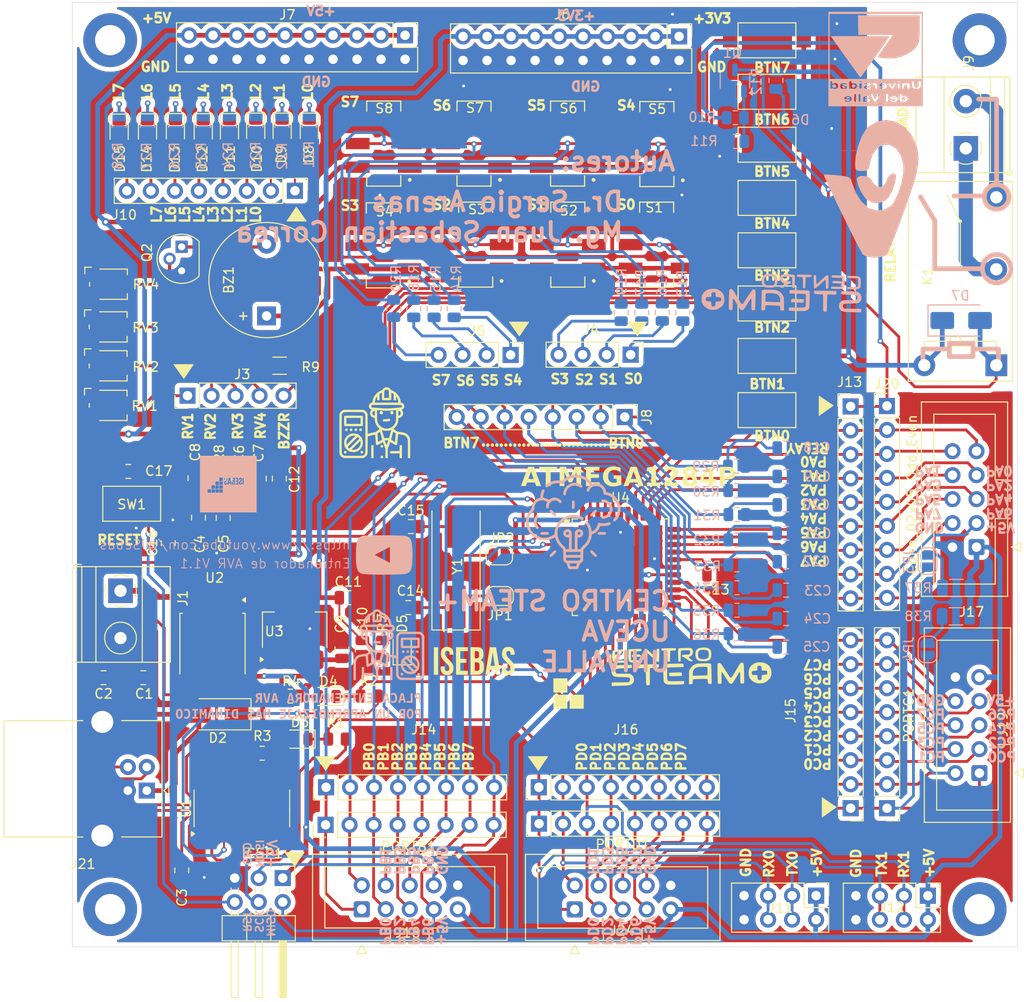
<source format=kicad_pcb>
(kicad_pcb (version 20241229) (generator "pcbnew") (generator_version "9.0")
  (layers (0 "F.Cu" signal) (2 "B.Cu" signal) (13 "F.Paste" user) (15 "B.Paste" user) (5 "F.SilkS" user "F.Silkscreen") (7 "B.SilkS" user "B.Silkscreen") (1 "F.Mask" user) (3 "B.Mask" user) (25 "Edge.Cuts" user))
  (net 0 "")
  (net 1 "VBUS")
  (net 2 "GND")
  (net 3 "Net-(U1-V3)")
  (net 4 "PD0")
  (net 5 "PD1")
  (net 6 "Net-(U1-TXD)")
  (net 7 "Net-(U1-RXD)")
  (net 10 "DTR")
  (net 17 "UD+")
  (net 18 "UD-")
  (net 19 "VEXT")
  (net 20 "+5V")
  (net 21 "+3V3")
  (net 22 "Net-(D3-A)")
  (net 23 "Net-(D4-A)")
  (net 24 "Net-(D5-A)")
  (net 25 "AREF")
  (net 26 "Net-(JP1-B)")
  (net 27 "Net-(JP2-B)")
  (net 28 "RST")
  (net 29 "PA5")
  (net 30 "PA7")
  (net 31 "PD5")
  (net 32 "PC7")
  (net 33 "PA6")
  (net 34 "PA4")
  (net 35 "PB4")
  (net 36 "PB0")
  (net 37 "PC4")
  (net 38 "PC5")
  (net 39 "PC0")
  (net 40 "PD7")
  (net 41 "PC2")
  (net 42 "PA0")
  (net 43 "PA3")
  (net 44 "PD2")
  (net 45 "PC6")
  (net 46 "PA2")
  (net 47 "PC1")
  (net 48 "PB1")
  (net 49 "PD3")
  (net 50 "PB2")
  (net 51 "PD6")
  (net 52 "PC3")
  (net 53 "PB3")
  (net 54 "PB7")
  (net 55 "MOSI_")
  (net 56 "PA1")
  (net 57 "PD4")
  (net 58 "Net-(BZ1-+)")
  (net 59 "Net-(D6-A)")
  (net 60 "Net-(D6-K)")
  (net 61 "/K1-out")
  (net 62 "/K1-in")
  (net 63 "Net-(Q1-B)")
  (net 64 "RELAY")
  (net 65 "Net-(D8-K)")
  (net 66 "Net-(D8-A)")
  (net 67 "Net-(D9-A)")
  (net 68 "Net-(D9-K)")
  (net 69 "Net-(D10-K)")
  (net 70 "Net-(D10-A)")
  (net 71 "Net-(D11-K)")
  (net 72 "Net-(D11-A)")
  (net 73 "Net-(D12-A)")
  (net 74 "Net-(D12-K)")
  (net 75 "Net-(D13-K)")
  (net 76 "Net-(D13-A)")
  (net 77 "Net-(D14-K)")
  (net 78 "Net-(D14-A)")
  (net 79 "Net-(D15-A)")
  (net 80 "Net-(D15-K)")
  (net 81 "Net-(J4-Pin_4)")
  (net 82 "Net-(J4-Pin_3)")
  (net 83 "Net-(J4-Pin_2)")
  (net 84 "Net-(J4-Pin_1)")
  (net 85 "Net-(J5-Pin_1)")
  (net 86 "Net-(J5-Pin_2)")
  (net 87 "Net-(J5-Pin_3)")
  (net 88 "Net-(J5-Pin_4)")
  (net 89 "Net-(R13-Pad2)")
  (net 90 "Net-(R14-Pad2)")
  (net 91 "Net-(R15-Pad1)")
  (net 92 "Net-(R16-Pad1)")
  (net 93 "Net-(R17-Pad1)")
  (net 94 "Net-(R18-Pad1)")
  (net 95 "Net-(R19-Pad1)")
  (net 96 "Net-(R20-Pad1)")
  (net 97 "Net-(J8-Pin_1)")
  (net 98 "Net-(J8-Pin_2)")
  (net 99 "Net-(J8-Pin_3)")
  (net 100 "Net-(J8-Pin_4)")
  (net 101 "Net-(J8-Pin_5)")
  (net 102 "Net-(J8-Pin_6)")
  (net 103 "Net-(J8-Pin_7)")
  (net 104 "Net-(J8-Pin_8)")
  (net 105 "Net-(J3-Pin_3)")
  (net 106 "Net-(J3-Pin_1)")
  (net 107 "Net-(J3-Pin_2)")
  (net 108 "Net-(J3-Pin_4)")
  (net 109 "BUZZER")
  (net 110 "MISO_")
  (net 111 "Net-(JP3-B)")
  (net 112 "Net-(JP4-B)")
  (net 113 "Net-(Q2-B)")
  (net 114 "Net-(JP2-A)")
  (net 115 "Net-(JP1-A)")
  (footprint "LED_SMD:LED_0805_2012Metric" (layer "F.Cu") (at 22.2 13.4125 -90)
    (property "Reference" "D9")
    (property "Value" "LED")
  )
  (footprint "LED_SMD:LED_0805_2012Metric" (layer "F.Cu") (at 19.4 13.4125 -90)
    (property "Reference" "D10")
    (property "Value" "LED")
  )
  (footprint "TerminalBlock_Phoenix:TerminalBlock_Phoenix_MKDS-1,5-2_1x02_P5.00mm_Horizontal" (layer "F.Cu") (at 5.095 62.3 -90)
    (property "Reference" "J1")
    (property "Value" "Screw_Terminal_01x02" (hide yes))
  )
  (footprint "Connector_PinHeader_2.54mm:PinHeader_1x08_P2.54mm_Vertical" (layer "F.Cu") (at 58.45 43.9 -90)
    (property "Reference" "J8")
    (property "Value" "Screw_Terminal_01x08" (hide yes))
  )
  (footprint "IMGAGES:ingeniero_mod" (layer "F.Cu") (at 32 44.5)
    (property "Reference" "G***" (hide yes))
    (property "Value" "LOGO" (hide yes))
  )
  (footprint "LIBRERIAS:SW_JS202011SCQN" (layer "F.Cu") (at 32.9 25.725 90)
    (property "Reference" "S4")
    (property "Value" "JS202011SCQN" (hide yes))
  )
  (footprint "Button_Switch_SMD:SW_SPST_CK_RS282G05A3" (layer "F.Cu") (at 73.5 43.17 180)
    (property "Reference" "BT1" (hide yes))
    (property "Value" "SW_Push" (hide yes))
  )
  (footprint "Connector_IDC:IDC-Header_2x05_P2.54mm_Vertical" (layer "F.Cu") (at 95.675 57.675 180)
    (property "Reference" "J17")
    (property "Value" "Conn_02x05_Odd_Even")
  )
  (footprint "Package_SO:SOIC-16_3.9x9.9mm_P1.27mm" (layer "F.Cu") (at 17.935 85.335 90)
    (property "Reference" "U1")
    (property "Value" "CH340C")
  )
  (footprint "Capacitor_SMD:C_0805_2012Metric" (layer "F.Cu") (at 3.3 71.5 180)
    (property "Reference" "C2")
    (property "Value" "100n" (hide yes))
  )
  (footprint "Resistor_SMD:R_0805_2012Metric" (layer "F.Cu") (at 20.0875 79.5)
    (property "Reference" "R3")
    (property "Value" "1K" (hide yes))
  )
  (footprint "Button_Switch_SMD:SW_SPST_CK_RS282G05A3" (layer "F.Cu") (at 73.5 4.02 180)
    (property "Reference" "BT8" (hide yes))
    (property "Value" "SW_Push" (hide yes))
  )
  (footprint "Resistor_SMD:R_1206_3216Metric" (layer "F.Cu") (at 21.93 38.47 180)
    (property "Reference" "R9")
    (property "Value" "330R" (hide yes))
  )
  (footprint "LED_SMD:LED_0805_2012Metric" (layer "F.Cu") (at 13.85 13.475 -90)
    (property "Reference" "D12")
    (property "Value" "LED")
  )
  (footprint "Button_Switch_SMD:SW_SPST_CK_RS282G05A3" (layer "F.Cu") (at 73.5 26.25 180)
    (property "Reference" "BT4" (hide yes))
    (property "Value" "SW_Push" (hide yes))
  )
  (footprint "LED_SMD:LED_0805_2012Metric" (layer "F.Cu") (at 34.9 68.4475 90)
    (property "Reference" "D5")
    (property "Value" "RED LED" (hide yes))
  )
  (footprint "Connector_PinHeader_2.54mm:PinHeader_1x09_P2.54mm_Vertical" (layer "F.Cu") (at 86.2 42.73)
    (property "Reference" "J20")
    (property "Value" "Screw_Terminal_01x09" (hide yes))
  )
  (footprint "Connector_PinHeader_2.54mm:PinHeader_1x08_P2.54mm_Vertical" (layer "F.Cu") (at 23.55 19.95 -90)
    (property "Reference" "J10")
    (property "Value" "Screw_Terminal_01x08" (hide yes))
  )
  (footprint "Crystal:Crystal_SMD_HC49-SD" (layer "F.Cu") (at 40.6 59.75 90)
    (property "Reference" "Y1")
    (property "Value" "Crystal" (hide yes))
  )
  (footprint "Package_TO_SOT_THT:TO-92" (layer "F.Cu") (at 11.56 28.42 90)
    (property "Reference" "Q2")
    (property "Value" "NPN")
  )
  (footprint "Jumper:SolderJumper-2_P1.3mm_Open_RoundedPad1.0x1.5mm" (layer "F.Cu") (at 45.175 58.55 180)
    (property "Reference" "JP2")
    (property "Value" "SolderJumper_2_Open" (hide yes))
  )
  (footprint "Button_Switch_SMD:SW_SPST_CK_RS282G05A3" (layer "F.Cu") (at 73.5 20.7 180)
    (property "Reference" "BT5" (hide yes))
    (property "Value" "SW_Push" (hide yes))
  )
  (footprint "Capacitor_SMD:C_0805_2012Metric" (layer "F.Cu") (at 15.96 54.57 90)
    (property "Reference" "C5")
    (property "Value" "100n" (hide yes))
  )
  (footprint "Connector_IDC:IDC-Header_2x05_P2.54mm_Vertical" (layer "F.Cu") (at 95.98 81.6 180)
    (property "Reference" "J19")
    (property "Value" "Conn_02x05_Odd_Even" (hide yes))
  )
  (footprint "Connector_PinHeader_2.54mm:PinHeader_1x08_P2.54mm_Vertical" (layer "F.Cu") (at 49.36 83.1 90)
    (property "Reference" "PORTD1")
    (property "Value" "PORTD" (hide yes))
  )
  (footprint "Package_TO_SOT_SMD:TO-252-3_TabPin2" (layer "F.Cu") (at 14.83 67.99 -90)
    (property "Reference" "U2")
    (property "Value" "LM1117DT-5.0" (hide yes))
  )
  (footprint "Connector_PinHeader_2.54mm:PinHeader_2x10_P2.54mm_Vertical" (layer "F.Cu") (at 35.205 3.485 -90)
    (property "Reference" "J7")
    (property "Value" "Conn_02x10_Odd_Even" (hide yes))
  )
  (footprint "Resistor_SMD:R_0805_2012Metric" (layer "F.Cu") (at 23.0725 73.45)
    (property "Reference" "R4")
    (property "Value" "1K" (hide yes))
  )
  (footprint "Connector_PinHeader_2.54mm:PinHeader_1x09_P2.54mm_Vertical" (layer "F.Cu") (at 82.35 42.78)
    (property "Reference" "J13")
    (property "Value" "Screw_Terminal_01x09" (hide yes))
  )
  (footprint "Capacitor_SMD:C_0805_2012Metric" (layer "F.Cu") (at 12.975 50.375 -90)
    (property "Reference" "C8")
    (property "Value" "10 uF" (hide yes))
  )
  (footprint "Connector_PinHeader_2.54mm:PinHeader_1x08_P2.54mm_Vertical" (layer "F.Cu") (at 49.38 86.95 90)
    (property "Reference" "J16")
    (property "Value" "J8" (hide yes))
  )
  (footprint "Capacitor_SMD:C_0805_2012Metric" (layer "F.Cu") (at 35.825 55.5 180)
    (property "Reference" "C15")
    (property "Value" "22pF" (hide yes))
  )
  (footprint "Connector_PinHeader_2.54mm:PinHeader_1x05_P2.54mm_Vertical" (layer "F.Cu") (at 12.185 41.64 90)
    (property "Reference" "J3")
    (property "Value" "Screw_Terminal_01x05" (hide yes))
  )
  (footprint "Button_Switch_SMD:SW_SPST_CK_RS282G05A3" (layer "F.Cu") (at 6.28 53.08 180)
    (property "Reference" "SW1")
    (property "Value" "SW_Push" (hide yes))
  )
  (footprint "Jumper:SolderJumper-2_P1.3mm_Open_RoundedPad1.0x1.5mm" (layer "F.Cu") (at 45.25 62.85 180)
    (property "Reference" "JP1")
    (property "Value" "SolderJumper_2_Open" (hide yes))
  )
  (footprint "Resistor_SMD:R_0805_2012Metric" (layer "F.Cu") (at 15.5 50.3875 90)
    (property "Reference" "R8")
    (property "Value" "10K" (hide yes))
  )
  (footprint "Diode_SMD:D_SMA" (layer "F.Cu") (at 15.39 75.37 180)
    (property "Reference" "D2")
    (property "Value" "D_Schottky" (hide yes))
  )
  (footprint "Connector_PinHeader_2.54mm:PinHeader_1x08_P2.54mm_Vertical" (layer "F.Cu") (at 82.355 85.315 180)
    (property "Reference" "PORTC1")
    (property "Value" "PORTD")
  )
  (footprint "Connector_IDC:IDC-Header_2x05_P2.54mm_Vertical" (layer "F.Cu") (at 53.16 96.03 90)
    (property "Reference" "J24")
    (property "Value" "Conn_02x05_Odd_Even" (hide yes))
  )
  (footprint "Capacitor_SMD:C_0805_2012Metric" (layer "F.Cu") (at 13.35 54.55 90)
    (property "Reference" "C4")
    (property "Value" "10u" (hide yes))
  )
  (footprint "Connector_PinHeader_2.54mm:PinHeader_2x10_P2.54mm_Vertical" (layer "F.Cu") (at 64.205 3.61 -90)
    (property "Reference" "J6")
    (property "Value" "Conn_02x10_Odd_Even" (hide yes))
  )
  (footprint "Connector_USB:USB_B_OST_USB-B1HSxx_Horizontal" (layer "F.Cu") (at 7.8775 83.45 180)
    (property "Reference" "J21")
    (property "Value" "USB_B")
  )
  (footprint "MountingHole:MountingHole_3.2mm_M3_ISO7380_Pad" (layer "F.Cu") (at 96 96)
    (property "Reference" "REF**" (hide yes))
    (property "Value" "MountingHole_3.2mm_M3_ISO7380_Pad" (hide yes))
  )
  (footprint "Potentiometer_SMD:Potentiometer_Bourns_TC33X_Vertical" (layer "F.Cu") (at 3.92 29.84)
    (property "Reference" "RV4")
    (property "Value" "R_Potentiometer_Trim" (hide yes))
  )
  (footprint "LIBRERIAS:SW_JS202011SCQN" (layer "F.Cu") (at 32.95 14.95 90)
    (property "Reference" "S8")
    (property "Value" "JS202011SCQN" (hide yes))
  )
  (footprint "IMGAGES:isebas_logo4_mod" (layer "F.Cu") (at 45 71)
    (property "Reference" "G***" (hide yes))
    (property "Value" "LOGO" (hide yes))
  )
  (footprint "Capacitor_SMD:C_0805_2012Metric" (layer "F.Cu") (at 19.775 50.425 -90)
    (property "Reference" "C7")
    (property "Value" "100n" (hide yes))
  )
  (footprint "LIBRERIAS:SW_JS202011SCQN" (layer "F.Cu") (at 61.825 25.65 90)
    (property "Reference" "S1")
    (property "Value" "JS202011SCQN" (hide yes))
  )
  (footprint "LED_SMD:LED_0805_2012Metric" (layer "F.Cu") (at 16.625 13.4625 -90)
    (property "Reference" "D11")
    (property "Value" "LED")
  )
  (footprint "Capacitor_SMD:C_0805_2012Metric" (layer "F.Cu") (at 29.205 63.03)
    (property "Reference" "C11")
    (property "Value" "10 uF" (hide yes))
  )
  (footprint "Resistor_SMD:R_0805_2012Metric" (layer "F.Cu") (at 28 78 180)
    (property "Reference" "R1")
    (property "Value" "1K" (hide yes))
  )
  (footprint "Button_Switch_SMD:SW_SPST_CK_RS282G05A3" (layer "F.Cu") (at 73.5 37.43 180)
    (property "Reference" "BT2" (hide yes))
    (property "Value" "SW_Push" (hide yes))
  )
  (footprint "Capacitor_SMD:C_0805_2012Metric" (layer "F.Cu") (at 68.1 60.6)
    (property "Reference" "C13")
    (property "Value" "100n" (hide yes))
  )
  (footprint "LIBRERIAS:SW_JS202011SCQN" (layer "F.Cu") (at 52.4 14.95 90)
    (property "Reference" "S6")
    (property "Value" "JS202011SCQN" (hide yes))
  )
  (footprint "IMGAGES:steam_mod01" (layer "F.Cu") (at 63.5 70)
    (property "Reference" "G***" (hide yes))
    (property "Value" "LOGO" (hide yes))
  )
  (footprint "Resistor_SMD:R_0805_2012Metric" (layer "F.Cu") (at 32.83 68.46 90)
    (property "Reference" "R7")
    (property "Value" "1K" (hide yes))
  )
  (footprint "LED_SMD:LED_0805_2012Metric" (layer "F.Cu") (at 25.075 13.4125 -90)
    (property "Reference" "D8")
    (property "Value" "LED")
  )
  (footprint "Resistor_SMD:R_0805_2012Metric" (layer "F.Cu") (at 31.4075 73.44 180)
    (property "Reference" "R2")
    (property "Value" "1K" (hide yes))
  )
  (footprint "TerminalBlock_Phoenix:TerminalBlock_Phoenix_MKDS-1,5-2_1x02_P5.00mm_Horizontal" (layer "F.Cu") (at 94.54 15.46 90)
    (property "Reference" "J9")
    (property "Value" "Screw_Terminal_01x02" (hide yes))
  )
  (footprint "Connector_PinHeader_2.54mm:PinHeader_1x04_P2.54mm_Vertical" (layer "F.Cu") (at 59.075 37.3 -90)
    (property "Reference" "J4")
    (property "Value" "Screw_Terminal_01x04" (hide yes))
  )
  (footprint "Capacitor_SMD:C_0805_2012Metric" (layer "F.Cu") (at 35.55 64.075 180)
    (property "Reference" "C14")
    (property "Value" "22pF" (hide yes))
  )
  (footprint "Capacitor_SMD:C_0805_2012Metric" (layer "F.Cu") (at 17.625 50.425 -90)
    (property "Reference" "C6")
    (property "Value" "10u" (hide yes))
  )
  (footprint "Capacitor_SMD:C_0805_2012Metric" (layer "F.Cu") (at 5.925 49.665 180)
    (property "Reference" "C17")
    (property "Value" "100n" (hide yes))
  )
  (footprint "Capacitor_SMD:C_0805_2012Metric" (layer "F.Cu") (at 7.5 71.5)
    (property "Reference" "C1")
    (property "Value" "10u" (hide yes))
  )
  (footprint "LED_SMD:LED_0805_2012Metric" (layer "F.Cu") (at 10.9 13.4625 -90)
    (property "Reference" "D13")
    (property "Value" "LED")
  )
  (footprint "LIBRERIAS:SW_JS202011SCQN" (layer "F.Cu") (at 42.5 14.95 90)
    (property "Reference" "S7")
    (property "Value" "JS202011SCQN" (hide yes))
  )
  (footprint "LIBRERIAS:SW_JS202011SCQN" (layer "F.Cu") (at 42.675 25.65 90)
    (property "Reference" "S3")
    (property "Value" "JS202011SCQN" (hide yes))
  )
  (footprint "MountingHole:MountingHole_3.2mm_M3_ISO7380_Pad" (layer "F.Cu") (at 4 4)
    (property "Reference" "REF**" (hide yes))
    (property "Value" "MountingHole_3.2mm_M3_ISO7380_Pad" (hide yes))
  )
  (footprint "Connector_PinHeader_2.54mm:PinHeader_2x03_P2.54mm_Horizontal" (layer "F.Cu") (at 22.26 92.71 -90)
    (property "Reference" "ICSP1")
    (property "Value" "Conn_02x03_Odd_Even" (hide yes))
  )
  (footprint "Package_QFP:TQFP-44_10x10mm_P0.8mm" (layer "F.Cu") (at 58 59.8)
    (property "Reference" "U4")
    (property "Value" "ATmega1284P-A")
  )
  (footprint "Button_Switch_SMD:SW_SPST_CK_RS282G05A3" (layer "F.Cu") (at 73.5 9.47 180)
    (property "Reference" "BT7" (hide yes))
    (property "Value" "SW_Push" (hide yes))
  )
  (footprint "Capacitor_SMD:C_0805_2012Metric" (layer "F.Cu") (at 11.575 91.9 -90)
    (property "Reference" "C3")
    (property "Value" "100n" (hide yes))
  )
  (footprint "MountingHole:MountingHole_3.2mm_M3_ISO7380_Pad" (layer "F.Cu") (at 96 4)
    (property "Reference" "REF**" (hide yes))
    (property "Value" "MountingHole_3.2mm_M3_ISO7380_Pad" (hide yes))
  )
  (footprint "LED_SMD:LED_0805_2012Metric" (layer "F.Cu") (at 4.95 13.5125 -90)
    (property "Reference" "D15")
    (property "Value" "LED")
  )
  (footprint "Potentiometer_SMD:Potentiometer_Bourns_TC33X_Vertical" (layer "F.Cu") (at 3.89 34.36)
    (property "Reference" "RV3")
    (property "Value" "R_Potentiometer_Trim" (hide yes))
  )
  (footprint "Connector_PinHeader_2.54mm:PinHeader_1x08_P2.54mm_Vertical" (layer "F.Cu") (at 26.845 83.1 90)
    (property "Reference" "J14")
    (property "Value" "J8" (hide yes))
  )
  (footprint "LIBRERIAS:SW_JS202011SCQN" (layer "F.Cu") (at 61.85 15 90)
    (property "Reference" "S5")
    (property "Value" "JS202011SCQN" (hide yes))
  )
  (footprint "MountingHole:MountingHole_3.2mm_M3_ISO7380_Pad" (layer "F.Cu") (at 4 96)
    (property "Reference" "REF**" (hide yes))
    (property "Value" "MountingHole_3.2mm_M3_ISO7380_Pad" (hide yes))
  )
  (footprint "Capacitor_SMD:C_0805_2012Metric" (layer "F.Cu") (at 10.15 57.25 90)
    (property "Reference" "C16")
    (property "Value" "100n" (hide yes))
  )
  (footprint "Connector_IDC:IDC-Header_2x05_P2.54mm_Vertical" (layer "F.Cu") (at 30.625 96.015 90)
    (property "Reference" "J18")
    (property "Value" "Conn_02x05_Odd_Even" (hide yes))
  )
  (footprint "Connector_PinHeader_2.54mm:PinHeader_1x04_P2.54mm_Vertical" (layer "F.Cu") (at 46.375 37.325 -90)
    (property "Reference" "J5")
    (property "Value" "Screw_Terminal_01x04" (hide yes))
  )
  (footprint "LED_SMD:LED_0805_2012Metric" (layer "F.Cu") (at 26.9675 73.49 180)
    (property "Reference" "D4")
    (property "Value" "LED" (hide yes))
  )
  (footprint "Buzzer_Beeper:Buzzer_12x9.5RM7.6" (layer "F.Cu") (at 20.55 33.2 90)
    (property "Reference" "BZ1")
    (property "Value" "Buzzer")
  )
  (footprint "Potentiometer_SMD:Potentiometer_Bourns_TC33X_Vertical" (layer "F.Cu") (at 3.89 42.67)
    (property "Reference" "RV1")
    (property "Value" "R_Potentiometer_Trim" (hide yes))
  )
  (footprint "Connector_PinHeader_2.54mm:PinHeader_2x04_P2.54mm_Vertical" (layer "F.Cu") (at 78.7 94.57 -90)
    (property "Reference" "J11")
    (property "Value" "UART0" (hide yes))
  )
  (footprint "Capacitor_SMD:C_0805_2012Metric" (layer "F.Cu") (at 21.9 50.425 -90)
    (property "Reference" "C12")
    (property "Value" "100n" (hide yes))
  )
  (footprint "Capacitor_SMD:C_0805_2012Metric" (layer "F.Cu") (at 30.68 68.51 -90)
    (property "Reference" "C10")
    (property "Value" "0.1 uF" (hide yes))
  )
  (footprint "LED_SMD:LED_0805_2012Metric" (layer "F.Cu") (at 24 78 180)
    (property "Reference" "D3")
    (property "Value" "LED" (hide yes))
  )
  (footprint "Button_Switch_SMD:SW_SPST_CK_RS282G05A3" (layer "F.Cu") (at 73.5 31.88 180)
    (property "Reference" "BT3" (hide yes))
    (property "Value" "SW_Push" (hide yes))
  )
  (footprint "Connector_PinHeader_2.54mm:PinHeader_1x08_P2.54mm_Vertical" (layer "F.Cu") (at 86.205 85.315 180)
    (property "Reference" "J15")
    (property "Value" "J8")
  )
  (footprint "Package_TO_SOT_SMD:SOT-223-3_TabPin2" (layer "F.Cu") (at 23.525 66.45 90)
    (property "Reference" "U3")
    (property "Value" "3.3v 1A" (hide yes))
  )
  (footprint "Button_Switch_SMD:SW_SPST_CK_RS282G05A3" (layer "F.Cu") (at 73.5 15.07 180)
    (property "Reference" "BT6" (hide yes))
    (property "Value" "SW_Push" (hide yes))
  )
  (footprint "Potentiometer_SMD:Potentiometer_Bourns_TC33X_Vertical" (layer "F.Cu") (at 3.89 38.48)
    (property "Reference" "RV2")
    (property "Value" "R_Potentiometer_Trim" (hide yes))
  )
  (footprint "LED_SMD:LED_0805_2012Metric" (layer "F.Cu") (at 7.95 13.4875 -90)
    (property "Reference" "D14")
    (property "Value" "LED")
  )
  (footprint "Capacitor_SMD:C_0805_2012Metric" (layer "F.Cu") (at 28.53 68.5 90)
    (property "Reference" "C9")
    (property "Value" "0.1 uF" (hide yes))
  )
  (footprint "LIBRERIAS:SW_JS202011SCQN" (layer "F.Cu") (at 52.425 25.65 90)
    (property "Reference" "S2")
    (property "Value" "JS202011SCQN" (hide yes))
  )
  (footprint "Relay_THT:Relay_SPST_Omron-G5Q-1A" (layer "F.Cu") (at 97.77 38.42 90)
    (property "Reference" "K1")
    (property "Value" "G5Q-1A")
  )
  (footprint "Connector_PinHeader_2.54mm:PinHeader_1x08_P2.54mm_Vertical" (layer "F.Cu") (at 26.795 87.075 90)
    (property "Reference" "PORTB1")
    (property "Value" "PORTD" (hide yes))
  )
  (footprint "Connector_PinHeader_2.54mm:PinHeader_2x04_P2.54mm_Vertical" (layer "F.Cu") (at 90.53 94.58 -90)
    (property "Reference" "J12")
    (property "Value" "UART1" (hide yes))
  )
  (footprint "Resistor_SMD:R_0805_2012Metric" (layer "B.Cu") (at 40.4 32.4375 90)
    (property "Reference" "R14")
    (property "Value" "10K" (hide yes))
  )
  (footprint "Diode_SMD:D_SMA" (layer "B.Cu") (at 94.05 33.68)
    (property "Reference" "D7")
    (property "Value" "NRVA4007T3G" (hide yes))
  )
  (footprint "Resistor_SMD:R_0805_2012Metric" (layer "B.Cu") (at 25.075 13 90)
    (property "Reference" "R21")
    (property "Value" "1K" (hide yes))
  )
  (footprint "Resistor_SMD:R_0805_2012Metric" (layer "B.Cu") (at 70.3325 64.355 180)
    (property "Reference" "R35")
    (property "Value" "10K" (hide yes))
  )
  (footprint "Resistor_SMD:R_0805_2012Metric" (layer "B.Cu") (at 70.3325 54.23 180)
    (property "Reference" "R31")
    (property "Value" "10K" (hide yes))
  )
  (footprint "Resistor_SMD:R_0805_2012Metric" (layer "B.Cu") (at 22.175 13 90)
    (property "Reference" "R22")
    (property "Value" "1K" (hide yes))
  )
  (footprint "Resistor_SMD:R_0805_2012Metric" (layer "B.Cu") (at 70.3325 66.83 180)
    (property "Reference" "R36")
    (property "Value" "10K" (hide yes))
  )
  (footprint "Resistor_SMD:R_1206_3216Metric" (layer "B.Cu") (at 93.5 65 180)
    (property "Reference" "R38")
    (property "Value" "4K7" (hide yes))
  )
  (footprint "Resistor_SMD:R_0805_2012Metric" (layer "B.Cu") (at 70.3325 59.555 180)
    (property "Reference" "R33")
    (property "Value" "10K" (hide yes))
  )
  (footprint "Resistor_SMD:R_0805_2012Metric" (layer "B.Cu") (at 19.425 13 90)
    (property "Reference" "R23")
    (property "Value" "1K" (hide yes))
  )
  (footprint "Resistor_SMD:R_0805_2012Metric" (layer "B.Cu") (at 16.625 13 90)
    (property "Reference" "R24")
    (property "Value" "1K" (hide yes))
  )
  (footprint "Jumper:SolderJumper-2_P1.3mm_Open_RoundedPad1.0x1.5mm" (layer "B.Cu") (at 90.5 68.5 90)
    (property "Reference" "JP4")
    (property "Value" "SolderJumper_2_Open" (hide yes))
  )
  (footprint "Resistor_SMD:R_0805_2012Metric" (layer "B.Cu") (at 10.925 13 90)
    (property "Reference" "R26")
    (property "Value" "1K" (hide yes))
  )
  (footprint "Capacitor_SMD:C_0805_2012Metric" (layer "B.Cu") (at 75.54 50.19 180)
    (property "Reference" "C19")
    (property "Value" "0.1 uF")
  )
  (footprint "Resistor_SMD:R_0805_2012Metric" (layer "B.Cu") (at 7.95 13 90)
    (property "Reference" "R27")
    (property "Value" "1K" (hide yes))
  )
  (footprint "Capacitor_SMD:C_0805_2012Metric" (layer "B.Cu") (at 75.54 62.23 180)
    (property "Reference" "C23")
    (property "Value" "0.1 uF")
  )
  (footprint "Resistor_SMD:R_0805_2012Metric" (layer "B.Cu") (at 70.3075 51.68 180)
    (property "Reference" "R30")
    (property "Value" "10K")
  )
  (footprint "Resistor_SMD:R_0805_2012Metric" (layer "B.Cu") (at 70.3325 61.98 180)
    (property "Reference" "R34")
    (property "Value" "10K" (hide yes))
  )
  (footprint "Capacitor_SMD:C_0805_2012Metric" (layer "B.Cu") (at 75.54 47.18 180)
    (property "Reference" "C18")
    (property "Value" "0.1 uF")
  )
  (footprint "IMGAGES:steam_mod01" (layer "B.Cu") (at 77.05 30.45 180)
    (property "Reference" "G***" (hide yes))
    (property "Value" "LOGO" (hide yes))
  )
  (footprint "Resistor_SMD:R_0805_2012Metric" (layer "B.Cu") (at 36.125 32.4375 -90)
    (property "Reference" "R18")
    (property "Value" "10K" (hide yes))
  )
  (footprint "IMGAGES:UCEVA_mod" (layer "B.Cu") (at 84.5 21 180)
    (property "Reference" "G***" (hide yes))
    (property "Value" "LOGO" (hide yes))
  )
  (footprint "Resistor_SMD:R_0805_2012Metric" (layer "B.Cu") (at 60.25 32.8375 -90)
    (property "Reference" "R17")
    (property "Value" "10K" (hide yes))
  )
  (footprint "Resistor_SMD:R_0805_2012Metric" (layer "B.Cu") (at 70.3325 56.905 180)
    (property "Reference" "R32")
    (property "Value" "10K" (hide yes))
  )
  (footprint "Capacitor_SMD:C_0805_2012Metric" (layer "B.Cu") (at 75.54 59.22 180)
    (property "Reference" "C22")
    (property "Value" "0.1 uF")
  )
  (footprint "IMGAGES:isebas_logo_mod" (layer "B.Cu") (at 16.5 51 180)
    (property "Reference" "G***" (hide yes))
    (property "Value" "LOGO" (hide yes))
  )
  (footprint "Capacitor_SMD:C_0805_2012Metric" (layer "B.Cu") (at 75.54 53.2 180)
    (property "Reference" "C20")
    (property "Value" "0.1 uF")
  )
  (footprint "Resistor_SMD:R_0805_2012Metric" (layer "B.Cu") (at 70.2825 49.105 180)
    (property "Reference" "R29")
    (property "Value" "10K" (hide yes))
  )
  (footprint "Resistor_SMD:R_0805_2012Metric" (layer "B.Cu") (at 70.15 12.21)
    (property "Reference" "R10")
    (property "Value" "1K" (hide yes))
  )
  (footprint "Resistor_SMD:R_0805_2012Metric" (layer "B.Cu") (at 4.95 13 90)
    (property "Reference" "R28")
    (property "Value" "1K" (hide yes))
  )
  (footprint "Resistor_SMD:R_0805_2012Metric" (layer "B.Cu") (at 74.45 8.26 -90)
    (property "Reference" "R12")
    (property "Value" "1K" (hide yes))
  )
  (footprint "Capacitor_SMD:C_0805_2012Metric" (layer "B.Cu") (at 75.54 68.25 180)
    (property "Reference" "C25")
    (property "Value" "0.1 uF")
  )
  (footprint "Package_TO_SOT_SMD:SOT-23-3" (layer "B.Cu") (at 70.1125 8.28 90)
    (property "Reference" "Q1")
    (property "Value" "Q_NPN_BEC" (hide yes))
  )
  (footprint "IMGAGES:youtube_logo_mod" (layer "B.Cu") (at 33 58.5 180)
    (property "Reference" "G***" (hide yes))
    (property "Value" "LOGO" (hide yes))
  )
  (footprint "Capacitor_SMD:C_0805_2012Metric" (layer "B.Cu") (at 75.54 56.21 180)
    (property "Reference" "C21")
    (property "Value" "0.1 uF")
  )
  (footprint "Resistor_SMD:R_0805_2012Metric" (layer "B.Cu") (at 58.075 32.8375 -90)
    (property "Reference" "R19")
    (property "Value" "10K" (hide yes))
  )
  (footprint "IMGAGES:UV_MOD" (layer "B.Cu") (at 85 6 180)
    (property "Reference" "G***" (hide yes))
    (property "Value" "LOGO" (hide yes))
  )
  (footprint "Resistor_SMD:R_0805_2012Metric" (layer "B.Cu") (at 13.85 13 90)
    (property "Reference" "R25")
    (property "Value" "1K" (hide yes))
  )
  (footprint "Resistor_SMD:R_0805_2012Metric" (layer "B.Cu") (at 38.275 32.4375 -90)
    (property "Reference" "R15")
    (property "Value" "10K" (hide yes))
  )
  (footprint "Jumper:SolderJumper-2_P1.3mm_Open_RoundedPad1.0x1.5mm" (layer "B.Cu") (at 90.5 59.15 90)
    (property "Reference" "JP3")
    (property "Value" "SolderJumper_2_Open" (hide yes))
  )
  (footprint "Resistor_SMD:R_0805_2012Metric" (layer "B.Cu") (at 34 32.4125 -90)
    (property "Reference" "R20")
    (property "Value" "10K" (hide yes))
  )
  (footprint "Resistor_SMD:R_0805_2012Metric" (layer "B.Cu") (at 62.425 32.8125 -90)
    (property "Reference" "R16")
    (property "Value" "10K" (hide yes))
  )
  (footprint "Capacitor_SMD:C_0805_2012Metric" (layer "B.Cu") (at 75.54 65.24 180)
    (property "Reference" "C24")
    (property "Value" "0.1 uF")
  )
  (footprint "Resistor_SMD:R_0805_2012Metric" (layer "B.Cu") (at 70.1875 14.73)
    (property "Reference" "R11")
    (property "Value" "10K" (hide yes))
  )
  (footprint "IMGAGES:ideas_mod" (layer "B.Cu") (at 53 55 180)
    (property "Reference" "G***" (hide yes))
    (property "Value" "LOGO" (hide yes))
  )
  (footprint "Resistor_SMD:R_0805_2012Metric" (layer "B.Cu") (at 64.6 32.8375 90)
    (property "Reference" "R13")
    (property "Value" "10K" (hide yes))
  )
  (footprint "IMGAGES:ingeniero_mod" (layer "B.Cu") (at 33.5 68 180)
    (property "Reference" "G***" (hide yes))
    (property "Value" "LOGO" (hide yes))
  )
  (footprint "Resistor_SMD:R_1206_3216Metric" (layer "B.Cu") (at 93.5375 62 180)
    (property "Reference" "R37")
    (property "Value" "4K7" (hide yes))
  )
  (footprint "LED_SMD:LED_0805_2012Metric" (layer "B.Cu") (at 74.32 12.29)
    (property "Reference" "D6")
    (property "Value" "Green LED" (hide yes))
  )
  (gr_line (start 58.770658 33.85593) (end 60.770658 33.85593) (stroke (width 0.1)) (layer "F.SilkS"))
  (gr_line (start 23.53 91.44) (end 24.5 90) (stroke (width 0.1)) (layer "F.SilkS"))
  (gr_line (start 24.729342 23.14407) (end 22.729342 23.14407) (stroke (width 0.1)) (layer "F.SilkS"))
  (gr_line (start 79.03 43.715) (end 80.47 42.685) (stroke (width 0.1)) (layer "F.SilkS"))
  (gr_line (start 49.300658 81.29593) (end 50.270658 79.85593) (stroke (width 0.1)) (layer "F.SilkS"))
  (gr_line (start 46.270658 33.85593) (end 47.300658 35.29593) (stroke (width 0.1)) (layer "F.SilkS"))
  (gr_line (start 22.5 90) (end 24.5 90) (stroke (width 0.1)) (layer "F.SilkS"))
  (gr_line (start 22.5 90) (end 23.53 91.44) (stroke (width 0.1)) (layer "F.SilkS"))
  (gr_line (start 24.729342 23.14407) (end 23.699342 21.70407) (stroke (width 0.1)) (layer "F.SilkS"))
  (gr_line (start 79.03 43.715) (end 79.03 41.715) (stroke (width 0.1)) (layer "F.SilkS"))
  (gr_line (start 80.79593 85.199342) (end 79.35593 84.229342) (stroke (width 0.1)) (layer "F.SilkS"))
  (gr_line (start 10.770658 38.35593) (end 11.800658 39.79593) (stroke (width 0.1)) (layer "F.SilkS"))
  (gr_line (start 25.770658 79.85593) (end 26.800658 81.29593) (stroke (width 0.1)) (layer "F.SilkS"))
  (gr_line (start 23.699342 21.70407) (end 22.729342 23.14407) (stroke (width 0.1)) (layer "F.SilkS"))
  (gr_line (start 26.800658 81.29593) (end 27.770658 79.85593) (stroke (width 0.1)) (layer "F.SilkS"))
  (gr_line (start 10.770658 38.35593) (end 12.770658 38.35593) (stroke (width 0.1)) (layer "F.SilkS"))
  (gr_line (start 25.770658 79.85593) (end 27.770658 79.85593) (stroke (width 0.1)) (layer "F.SilkS"))
  (gr_line (start 48.270658 79.85593) (end 49.300658 81.29593) (stroke (width 0.1)) (layer "F.SilkS"))
  (gr_line (start 80.47 42.685) (end 79.03 41.715) (stroke (width 0.1)) (layer "F.SilkS"))
  (gr_line (start 48.270658 79.85593) (end 50.270658 79.85593) (stroke (width 0.1)) (layer "F.SilkS"))
  (gr_line (start 59.800658 35.29593) (end 60.770658 33.85593) (stroke (width 0.1)) (layer "F.SilkS"))
  (gr_line (start 46.270658 33.85593) (end 48.270658 33.85593) (stroke (width 0.1)) (layer "F.SilkS"))
  (gr_line (start 11.800658 39.79593) (end 12.770658 38.35593) (stroke (width 0.1)) (layer "F.SilkS"))
  (gr_line (start 79.35593 86.229342) (end 79.35593 84.229342) (stroke (width 0.1)) (layer "F.SilkS"))
  (gr_line (start 79.35593 86.229342) (end 80.79593 85.199342) (stroke (width 0.1)) (layer "F.SilkS"))
  (gr_line (start 47.300658 35.29593) (end 48.270658 33.85593) (stroke (width 0.1)) (layer "F.SilkS"))
  (gr_line (start 58.770658 33.85593) (end 59.800658 35.29593) (stroke (width 0.1)) (layer "F.SilkS"))
  (gr_line (start 96.19667 28.2) (end 91.3 28.2) (stroke (width 0.5)) (layer "B.SilkS"))
  (gr_circle (center 97.8 28.2) (end 99.30333 28.2) (stroke (width 0.5)) (fill no) (layer "B.SilkS"))
  (gr_line (start 95.3 36.1) (end 95.3 37.5) (stroke (width 0.5)) (layer "B.SilkS"))
  (gr_line (start 97.8 19.29616) (end 97.8 10.25) (stroke (width 0.5)) (layer "B.SilkS"))
  (gr_line (start 96.5 20.5) (end 93.3 20.5) (stroke (width 0.5)) (layer "B.SilkS"))
  (gr_line (start 92.8 37.5) (end 95.3 37.5) (stroke (width 0.5)) (layer "B.SilkS"))
  (gr_line (start 98 38.775) (end 98 36.7) (stroke (width 0.5)) (layer "B.SilkS"))
  (gr_circle (center 97.8 20.6) (end 99.10384 20.6) (stroke (width 0.5)) (fill no) (layer "B.SilkS"))
  (gr_line (start 92.8 36.1) (end 92.8 37.5) (stroke (width 0.5)) (layer "B.SilkS"))
  (gr_line (start 92.8 36.1) (end 95.3 36.1) (stroke (width 0.5)) (layer "B.SilkS"))
  (gr_line (start 91.25 23.1) (end 89.75 20.6) (stroke (width 0.5)) (layer "B.SilkS"))
  (gr_line (start 91.25 28.2) (end 91.25 23.1) (stroke (width 0.5)) (layer "B.SilkS"))
  (gr_line (start 90 38.55) (end 90 36.8) (stroke (width 0.5)) (layer "B.SilkS"))
  (gr_line (start 90 36.7) (end 92.475 36.7) (stroke (width 0.5)) (layer "B.SilkS"))
  (gr_line (start 95.425 36.7) (end 97.9 36.7) (stroke (width 0.5)) (layer "B.SilkS"))
  (gr_line (start 97.8 10.25) (end 95.9 10.25) (stroke (width 0.5)) (layer "B.SilkS"))
  (gr_line (start 100 100) (end 100 0) (stroke (width 0.05)) (layer "Edge.Cuts"))
  (gr_line (start 0 0) (end 100 0) (stroke (width 0.05)) (layer "Edge.Cuts"))
  (gr_line (start 0 0) (end 0 100) (stroke (width 0.05)) (layer "Edge.Cuts"))
  (gr_line (start 100 100) (end 0 100) (stroke (width 0.05)) (layer "Edge.Cuts"))
  (gr_text "S5" (at 48 11.5 0) (layer "F.SilkS") (effects (font (size 1 1) (thickness 0.25) (bold yes)) (justify left bottom)))
  (gr_text "PB7" (at 42.5 81.5 90) (layer "F.SilkS") (effects (font (size 1 1) (thickness 0.25) (bold yes)) (justify left bottom)))
  (gr_text "RELAY NA" (at 87.15 29.8 90) (layer "F.SilkS") (effects (font (size 1 1) (thickness 0.25) (bold yes)) (justify left bottom)))
  (gr_text "S2" (at 38 22 0) (layer "F.SilkS") (effects (font (size 1 1) (thickness 0.25) (bold yes)) (justify left bottom)))
  (gr_text "BTN7" (at 72 7.5 0) (layer "F.SilkS") (effects (font (size 1 1) (thickness 0.25) (bold yes)) (justify left bottom)))
  (gr_text "L4" (at 14.5 10.5 90) (layer "F.SilkS") (effects (font (size 1 1) (thickness 0.25) (bold yes)) (justify left bottom)))
  (gr_text "GND\n" (at 7.1 7.4 0) (layer "F.SilkS") (effects (font (size 1 1) (thickness 0.25) (bold yes)) (justify left bottom)))
  (gr_text "RV2" (at 15.21 46.49 90) (layer "F.SilkS") (effects (font (size 1 1) (thickness 0.25) (bold yes)) (justify left bottom)))
  (gr_text "S2" (at 53.04 40.53 0) (layer "F.SilkS") (effects (font (size 1 1) (thickness 0.25) (bold yes)) (justify left bottom)))
  (gr_text "S7" (at 37.9 40.58 0) (layer "F.SilkS") (effects (font (size 1 1) (thickness 0.25) (bold yes)) (justify left bottom)))
  (gr_text "PC0\n" (at 80.5 80 180) (layer "F.SilkS") (effects (font (size 1 1) (thickness 0.25) (bold yes)) (justify left bottom)))
  (gr_text "LOAD" (at 88.5 15 90) (layer "F.SilkS") (effects (font (size 1 1) (thickness 0.25) (bold yes)) (justify left bottom)))
  (gr_text "............................" (at 43.09 47.05 0) (layer "F.SilkS") (effects (font (size 1 1) (thickness 0.25) (bold yes)) (justify left bottom)))
  (gr_text "L0" (at 20 23.5 90) (layer "F.SilkS") (effects (font (size 1 1) (thickness 0.25) (bold yes)) (justify left bottom)))
  (gr_text "PD1\n" (at 56 81.5 90) (layer "F.SilkS") (effects (font (size 1 1) (thickness 0.25) (bold yes)) (justify left bottom)))
  (gr_text "RX1" (at 88.57 92.85 90) (layer "F.SilkS") (effects (font (size 1 1) (thickness 0.25) (bold yes)) (justify left bottom)))
  (gr_text "S4" (at 57.5 11.5 0) (layer "F.SilkS") (effects (font (size 1 1) (thickness 0.25) (bold yes)) (justify left bottom)))
  (gr_text "PA7" (at 80 58.5 180) (layer "F.SilkS") (effects (font (size 1 1) (thickness 0.25) (bold yes)) (justify left bottom)))
  (gr_text "BTN7" (at 39.12 47.24 0) (layer "F.SilkS") (effects (font (size 1 1) (thickness 0.25) (bold yes)) (justify left bottom)))
  (gr_text "BTN2" (at 72 35 0) (layer "F.SilkS") (effects (font (size 1 1) (thickness 0.25) (bold yes)) (justify left bottom)))
  (gr_text "PB3" (at 36.5 81.5 90) (layer "F.SilkS") (effects (font (size 1 1) (thickness 0.25) (bold yes)) (justify left bottom)))
  (gr_text "L6" (at 8.5 10.5 90) (layer "F.SilkS") (effects (font (size 1 1) (thickness 0.25) (bold yes)) (justify left bottom)))
  (gr_text "S6" (at 38 11.5 0) (layer "F.SilkS") (effects (font (size 1 1) (thickness 0.25) (bold yes)) (justify left bottom)))
  (gr_text "GND" (at 65.97 7.43 0) (layer "F.SilkS") (effects (font (size 1 1) (thickness 0.25) (bold yes)) (justify left bottom)))
  (gr_text "L4" (at 14 23.5 90) (layer "F.SilkS") (effects (font (size 1 1) (thickness 0.25) (bold yes)) (justify left bottom)))
  (gr_text "RELAY" (at 80.2 46.6 180) (layer "F.SilkS") (effects (font (size 1 1) (thickness 0.25) (bold yes)) (justify left bottom)))
  (gr_text "L1" (at 22.5 10.5 90) (layer "F.SilkS") (effects (font (size 1 1) (thickness 0.25) (bold yes)) (justify left bottom)))
  (gr_text "L1" (at 18.5 23.5 90) (layer "F.SilkS") (effects (font (size 1 1) (thickness 0.25) (bold yes)) (justify left bottom)))
  (gr_text "PD5" (at 62 81.5 90) (layer "F.SilkS") (effects (font (size 1 1) (thickness 0.25) (bold yes)) (justify left bottom)))
  (gr_text "RESET" (at 2.5 57.5 0) (layer "F.SilkS") (effects (font (size 1 1) (thickness 0.25) (bold yes)) (justify left bottom)))
  (gr_text "BTN4" (at 72 24 0) (layer "F.SilkS") (effects (font (size 1 1) (thickness 0.25) (bold yes)) (justify left bottom)))
  (gr_text "PA6" (at 80 57 180) (layer "F.SilkS") (effects (font (size 1 1) (thickness 0.25) (bold yes)) (justify left bottom)))
  (gr_text "PD4" (at 60.5 81.5 90) (layer "F.SilkS") (effects (font (size 1 1) (thickness 0.25) (bold yes)) (justify left bottom)))
  (gr_text "GND\n" (at 83.51 92.83 90) (layer "F.SilkS") (effects (font (size 1 1) (thickness 0.25) (bold yes)) (justify left bottom)))
  (gr_text "PC1\n" (at 80.5 78.5 180) (layer "F.SilkS") (effects (font (size 1 1) (thickness 0.25) (bold yes)) (justify left bottom)))
  (gr_text "S3" (at 28.26 22.1 0) (layer "F.SilkS") (effects (font (size 1 1) (thickness 0.25) (bold yes)) (justify left bottom)))
  (gr_text "L6" (at 11 23.5 90) (layer "F.SilkS") (effects (font (size 1 1) (thickness 0.25) (bold yes)) (justify left bottom)))
  (gr_text "PA1" (at 80 49.5 180) (layer "F.SilkS") (effects (font (size 1 1) (thickness 0.25) (bold yes)) (justify left bottom)))
  (gr_text "PB5" (at 39.5 81.5 90) (layer "F.SilkS") (effects (font (size 1 1) (thickness 0.25) (bold yes)) (justify left bottom)))
  (gr_text "BTN0" (at 56.59 47.28 0) (layer "F.SilkS") (effects (font (size 1 1) (thickness 0.25) (bold yes)) (justify left bottom)))
  (gr_text "S1" (at 48 22 0) (layer "F.SilkS") (effects (font (size 1 1) (thickness 0.25) (bold yes)) (justify left bottom)))
  (gr_text "PB2" (at 35 81.5 90) (layer "F.SilkS") (effects (font (size 1 1) (thickness 0.25) (bold yes)) (justify left bottom)))
  (gr_text "L7" (at 9.5 23.5 90) (layer "F.SilkS") (effects (font (size 1 1) (thickness 0.25) (bold yes)) (justify left bottom)))
  (gr_text "BTN5" (at 72 18.5 0) (layer "F.SilkS") (effects (font (size 1 1) (thickness 0.25) (bold yes)) (justify left bottom)))
  (gr_text "S3" (at 50.46 40.47 0) (layer "F.SilkS") (effects (font (size 1 1) (thickness 0.25) (bold yes)) (justify left bottom)))
  (gr_text "GND\n" (at 71.85 92.75 90) (layer "F.SilkS") (effects (font (size 1 1) (thickness 0.25) (bold yes)) (justify left bottom)))
  (gr_text "PD2" (at 57.5 81.5 90) (layer "F.SilkS") (effects (font (size 1 1) (thickness 0.25) (bold yes)) (justify left bottom)))
  (gr_text "L2" (at 17 23.5 90) (layer "F.SilkS") (effects (font (size 1 1) (thickness 0.25) (bold yes)) (justify left bottom)))
  (gr_text "L7" (at 5.5 10.5 90) (layer "F.SilkS") (effects (font (size 1 1) (thickness 0.25) (bold yes)) (justify left bottom)))
  (gr_text "+3V3" (at 65.535 2.28 0) (layer "F.SilkS") (effects (font (size 1 1) (thickness 0.25) (bold yes)) (justify left bottom)))
  (gr_text "S6" (at 40.48 40.64 0) (layer "F.SilkS") (effects (font (size 1 1) (thickness 0.25) (bold yes)) (justify left bottom)))
  (gr_text "RV3" (at 18.11 46.44 90) (layer "F.SilkS") (effects (font (size 1 1) (thickness 0.25) (bold yes)) (justify left bottom)))
  (gr_text "L2" (at 20 10.5 90) (layer "F.SilkS") (effects (font (size 1 1) (thickness 0.25) (bold yes)) (justify left bottom)))
  (gr_text "TX1" (at 86.23 92.72 90) (layer "F.SilkS") (effects (font (size 1 1) (thickness 0.25) (bold yes)) (justify left bottom)))
  (gr_text "S7\n" (at 28.25 11.12 0) (layer "F.SilkS") (effects (font (size 1 1) (thickness 0.25) (bold yes)) (justify left bottom)))
  (gr_text "PD7" (at 65 81.5 90) (layer "F.SilkS") (effects (font (size 1 1) (thickness 0.25) (bold yes)) (justify left bottom)))
  (gr_text "BZZR" (at 23 47.5 90) (layer "F.SilkS") (effects (font (size 1 1) (thickness 0.25) (bold yes)) (justify left bottom)))
  (gr_text "PD3" (at 59 81.5 90) (layer "F.SilkS") (effects (font (size 1 1) (thickness 0.25) (bold yes)) (justify left bottom)))
  (gr_text "ATMEGA1284P" (at 47.45 51.55 0) (layer "F.SilkS") (effects (font (size 2 2) (thickness 0.4) (bold yes)) (justify left bottom)))
  (gr_text "PB4" (at 38 81.5 90) (layer "F.SilkS") (effects (font (size 1 1) (thickness 0.25) (bold yes)) (justify left bottom)))
  (gr_text "PC7" (at 80.5 69.5 180) (layer "F.SilkS") (effects (font (size 1 1) (thickness 0.25) (bold yes)) (justify left bottom)))
  (gr_text "PB6" (at 41 81.5 90) (layer "F.SilkS") (effects (font (size 1 1) (thickness 0.25) (bold yes)) (justify left bottom)))
  (gr_text "PA2" (at 80 51 180) (layer "F.SilkS") (effects (font (size 1 1) (thickness 0.25) (bold yes)) (justify left bottom)))
  (gr_text "L5" (at 12.5 23.5 90) (layer "F.SilkS") (effects (font (size 1 1) (thickness 0.25) (bold yes)) (justify left bottom)))
  (gr_text "+5V" (at 79.36 92.8 90) (layer "F.SilkS") (effects (font (size 1 1) (thickness 0.25) (bold yes)) (justify left bottom)))
  (gr_text "PA0" (at 80 48 180) (layer "F.SilkS") (effects (font (size 1 1) (thickness 0.25) (bold yes)) (justify left bottom)))
  (gr_text "PC6" (at 80.5 71 180) (layer "F.SilkS") (effects (font (size 1 1) (thickness 0.25) (bold yes)) (justify left bottom)))
  (gr_text "RX0" (at 74.31 92.82 90) (layer "F.SilkS") (effects (font (size 1 1) (thickness 0.25) (bold yes)) (justify left bottom)))
  (gr_text "S0" (at 58.26 40.44 0) (layer "F.SilkS") (effects (font (size 1 1) (thickness 0.25) (bold yes)) (justify left bottom)))
  (gr_text "BTN0" (at 72 46.5 0) (layer "F.SilkS") (effects (font (size 1 1) (thickness 0.25) (bold yes)) (justify left bottom)))
  (gr_text "L3" (at 17 10.5 90) (layer "F.SilkS") (effects (font (size 1 1) (thickness 0.25) (bold yes)) (justify left bottom)))
  (gr_text "PC2" (at 80.5 77 180) (layer "F.SilkS") (effects (font (size 1 1) (thickness 0.25) (bold yes)) (justify left bottom)))
  (gr_text "L5" (at 11.5 10.5 90) (layer "F.SilkS") (effects (font (size 1 1) (thickness 0.25) (bold yes)) (justify left bottom)))
  (gr_text "PC5" (at 80.5 72.5 180) (layer "F.SilkS") (effects (font (size 1 1) (thickness 0.25) (bold yes)) (justify left bottom)))
  (gr_text "PD0" (at 54.5 81.5 90) (layer "F.SilkS") (effects (font (size 1 1) (thickness 0.25) (bold yes)) (justify left bottom)))
  (gr_text "BTN6" (at 72 13 0) (layer "F.SilkS") (effects (font (size 1 1) (thickness 0.25) (bold yes)) (justify left bottom)))
  (gr_text "+5V" (at 91.25 92.82 90) (layer "F.SilkS") (effects (font (size 1 1) (thickness 0.25) (bold yes)) (justify left bottom)))
  (gr_text "RV1" (at 12.82 46.44 90) (layer "F.SilkS") (effects (font (size 1 1) (thickness 0.25) (bold yes)) (justify left bottom)))
  (gr_text "PA5" (at 80 55.5 180) (layer "F.SilkS") (effects (font (size 1 1) (thickness 0.25) (bold yes)) (justify left bottom)))
  (gr_text "S4" (at 45.52 40.59 0) (layer "F.SilkS") (effects (font (size 1 1) (thickness 0.25) (bold yes)) (justify left bottom)))
  (gr_text "PD6" (at 63.5 81.5 90) (layer "F.SilkS") (effects (font (size 1 1) (thickness 0.25) (bold yes)) (justify left bottom)))
  (gr_text "L0" (at 25.5 10.5 90) (layer "F.SilkS") (effects (font (size 1 1) (thickness 0.25) (bold yes)) (justify left bottom)))
  (gr_text "+5V" (at 7.22 2.25 0) (layer "F.SilkS") (effects (font (size 1 1) (thickness 0.25) (bold yes)) (justify left bottom)))
  (gr_text "TX0" (at 76.78 92.67 90) (layer "F.SilkS") (effects (font (size 1 1) (thickness 0.25) (bold yes)) (justify left bottom)))
  (gr_text "L3" (at 15.5 23.5 90) (layer "F.SilkS") (effects (font (size 1 1) (thickness 0.25) (bold yes)) (justify left bottom)))
  (gr_text "PA3" (at 80 52.5 180) (layer "F.SilkS") (effects (font (size 1 1) (thickness 0.25) (bold yes)) (justify left bottom)))
  (gr_text "PB1\n" (at 33.5 81.5 90) (layer "F.SilkS") (effects (font (size 1 1) (thickness 0.25) (bold yes)) (justify left bottom)))
  (gr_text "RV4" (at 20.5 46.39 90) (layer "F.SilkS") (effects (font (size 1 1) (thickness 0.25) (bold yes)) (justify left bottom)))
  (gr_text "PC4" (at 80.5 74 180) (layer "F.SilkS") (effects (font (size 1 1) (thickness 0.25) (bold yes)) (justify left bottom)))
  (gr_text "PA4" (at 80 54 180) (layer "F.SilkS") (effects (font (size 1 1) (thickness 0.25) (bold yes)) (justify left bottom)))
  (gr_text "S5" (at 43.03 40.61 0) (layer "F.SilkS") (effects (font (size 1 1) (thickness 0.25) (bold yes)) (justify left bottom)))
  (gr_text "BTN3" (at 72 29.5 0) (layer "F.SilkS") (effects (font (size 1 1) (thickness 0.25) (bold yes)) (justify left bottom)))
  (gr_text "S1" (at 55.59 40.5 0) (layer "F.SilkS") (effects (font (size 1 1) (thickness 0.25) (bold yes)) (justify left bottom)))
  (gr_text "PB0" (at 32 81.5 90) (layer "F.SilkS") (effects (font (size 1 1) (thickness 0.25) (bold yes)) (justify left bottom)))
  (gr_text "PC3" (at 80.5 75.5 180) (layer "F.SilkS") (effects (font (size 1 1) (thickness 0.25) (bold yes)) (justify left bottom)))
  (gr_text "BTN1" (at 71.5 41 0) (layer "F.SilkS") (effects (font (size 1 1) (thickness 0.25) (bold yes)) (justify left bottom)))
  (gr_text "S0" (at 57.5 22 0) (layer "F.SilkS") (effects (font (size 1 1) (thickness 0.25) (bold yes)) (justify left bottom)))
  (gr_text "PB7" (at 37 92.5 270) (layer "B.SilkS") (effects (font (size 1 1) (thickness 0.25) (bold yes)) (justify left bottom mirror)))
  (gr_text "Autores:" (at 64 18 0) (layer "B.SilkS") (effects (font (size 2 2) (thickness 0.4) (bold yes)) (justify left bottom mirror)))
  (gr_text "Entrenador de AVR V1.1" (at 29.5 60 0) (layer "B.SilkS") (effects (font (size 1 1) (thickness 0.1)) (justify left bottom mirror)))
  (gr_text "PB6" (at 37 100 270) (layer "B.SilkS") (effects (font (size 1 1) (thickness 0.25) (bold yes)) (justify left bottom mirror)))
  (gr_text "PA4" (at 96.5 52 180) (layer "B.SilkS") (effects (font (size 1 1) (thickness 0.25) (bold yes)) (justify left bottom mirror)))
  (gr_text "PD6" (at 59 100 270) (layer "B.SilkS") (effects (font (size 1 1) (thickness 0.25) (bold yes)) (justify left bottom mirror)))
  (gr_text "GND" (at 92.5 74.5 0) (layer "B.SilkS") (effects (font (size 1 1) (thickness 0.25) (bold yes)) (justify left bottom mirror)))
  (gr_text "PB4" (at 35.5 100 270) (layer "B.SilkS") (effects (font (size 1 1) (thickness 0.25) (bold yes)) (justify left bottom mirror)))
  (gr_text "SCK" (at 19.28 98.57 270) (layer "B.SilkS") (effects (font (size 0.8 0.8) (thickness 0.16) (bold yes)) (justify left bottom mirror)))
  (gr_text "PA1" (at 89 49 180) (layer "B.SilkS") (effects (font (size 1 1) (thickness 0.25) (bold yes)) (justify left bottom mirror)))
  (gr_text "PA5" (at 89 52 180) (layer "B.SilkS") (effects (font (size 1 1) (thickness 0.25) (bold yes)) (justify left bottom mirror)))
  (gr_text "+5V" (at 60.5 100 -90) (layer "B.SilkS") (effects (font (size 1 1) (thickness 0.25) (bold yes)) (justify left bottom mirror)))
  (gr_text "PC1" (at 92.5 80.5 -0) (layer "B.SilkS") (effects (font (size 1 1) (thickness 0.25) (bold yes)) (justify left bottom mirror)))
  (gr_text "GND" (at 18 91.47 270) (layer "B.SilkS") (effects (font (size 0.8 0.8) (thickness 0.16) (bold yes)) (justify left bottom mirror)))
  (gr_text "GND" (at 38.5 92.5 -90) (layer "B.SilkS") (effects (font (size 1 1) (thickness 0.25) (bold yes)) (justify left bottom mirror)))
  (gr_text "PB0" (at 32.5 100 270) (layer "B.SilkS") (effects (font (size 1 1) (thickness 0.25) (bold yes)) (justify left bottom mirror)))
  (gr_text "PA2" (at 96.5 50.5 180) (layer "B.SilkS") (effects (font (size 1 1) (thickness 0.25) (bold yes)) (justify left bottom mirror)))
  (gr_text "RST" (at 18 98.5 270) (layer "B.SilkS") (effects (font (size 0.8 0.8) (thickness 0.16) (bold yes)) (justify left bottom mirror)))
  (gr_text "GND" (at 60.5 92.5 -90) (layer "B.SilkS") (effects (font (size 1 1) (thickness 0.25) (bold yes)) (justify left bottom mirror)))
  (gr_text "PD4" (at 57.5 100 270) (layer "B.SilkS") (effects (font (size 1 1) (thickness 0.25) (bold yes)) (justify left bottom mirror)))
  (gr_text "+3V3" (at 55.5 2 0) (layer "B.SilkS") (effects (font (size 1 1) (thickness 0.25) (bold yes)) (justify left bottom mirror)))
  (gr_text "GND" (at 56 9.5 0) (layer "B.SilkS") (effects (font (size 1 1) (thickness 0.25) (bold yes)) (justify left bottom mirror)))
  (gr_text "CENTRO STEAM+\nUCEVA\nUNIVALLE" (at 63.5 71 0) (layer "B.SilkS") (effects (font (size 2 2) (thickness 0.4) (bold yes)) (justify left bottom mirror)))
  (gr_text "PC3" (at 92.5 79 0) (layer "B.SilkS") (effects (font (size 1 1) (thickness 0.25) (bold yes)) (justify left bottom mirror)))
  (gr_text "PD1" (at 54.5 92.5 270) (layer "B.SilkS") (effects (font (size 1 1) (thickness 0.25) (bold yes)) (justify left bottom mirror)))
  (gr_text "PC4" (at 100 77.5 0) (layer "B.SilkS") (effects (font (size 1 1) (thickness 0.25) (bold yes)) (justify left bottom mirror)))
  (gr_text "PB2" (at 34 100 270) (layer "B.SilkS") (effects (font (size 1 1) (thickness 0.25) (bold yes)) (justify left bottom mirror)))
  (gr_text "+5V" (at 96.5 55 180) (layer "B.SilkS") (effects (font (size 1 1) (thickness 0.25) (bold yes)) (justify left bottom mirror)))
  (gr_text "GND" (at 27.5 9 0) (layer "B.SilkS") (effects (font (size 1 1) (thickness 0.25) (bold yes)) (justify left bottom mirror)))
  (gr_text "+5V" (at 20.5 91.84 270) (layer "B.SilkS") (effects (font (size 1 1) (thickness 0.2) (bold yes)) (justify left bottom mirror)))
  (gr_text "https://www.youtube.com/@iSebas" (at 29.5 58 0) (layer "B.SilkS") (effects (font (size 1 1) (thickness 0.1)) (justify left bottom mirror)))
  (gr_text "PC0" (at 100 80.5 0) (layer "B.SilkS") (effects (font (size 1 1) (thickness 0.25) (bold yes)) (justify left bottom mirror)))
  (gr_text "+5V" (at 38.5 100 -90) (layer "B.SilkS") (effects (font (size 1 1) (thickness 0.25) (bold yes)) (justify left bottom mirror)))
  (gr_text "PC5" (at 92.5 77.5 0) (layer "B.SilkS") (effects (font (size 1 1) (thickness 0.25) (bold yes)) (justify left bottom mirror)))
  (gr_text "PLACA ENTRENADORA AVR\nPOR UN APRENDIZAJE MAS DINAMICO" (at 37 76 0) (layer "B.SilkS") (effects (font (size 1 1) (thickness 0.2) (bold yes)) (justify left bottom mirror)))
  (gr_text "PD7" (at 59 92.5 270) (layer "B.SilkS") (effects (font (size 1 1) (thickness 0.25) (bold yes)) (justify left bottom mirror)))
  (gr_text "PA0" (at 96.5 49 180) (layer "B.SilkS") (effects (font (size 1 1) (thickness 0.25) (bold yes)) (justify left bottom mirror)))
  (gr_text "Dr. Sergio Arenas\nMg. Juan Sebastian Correa" (at 58.5 25.5 0) (layer "B.SilkS") (effects (font (size 2 2) (thickness 0.4) (bold yes)) (justify left bottom mirror)))
  (gr_text "PC7" (at 92.5 76 0) (layer "B.SilkS") (effects (font (size 1 1) (thickness 0.25) (bold yes)) (justify left bottom mirror)))
  (gr_text "+5V" (at 28 1.5 -0) (layer "B.SilkS") (effects (font (size 1 1) (thickness 0.25) (bold yes)) (justify left bottom mirror)))
  (gr_text "PB5" (at 35.5 92.5 270) (layer "B.SilkS") (effects (font (size 1 1) (thickness 0.25) (bold yes)) (justify left bottom mirror)))
  (gr_text "PC2" (at 100 79 0) (layer "B.SilkS") (effects (font (size 1 1) (thickness 0.25) (bold yes)) (justify left bottom mirror)))
  (gr_text "PD3" (at 56 92.5 270) (layer "B.SilkS") (effects (font (size 1 1) (thickness 0.25) (bold yes)) (justify left bottom mirror)))
  (gr_text "PD5" (at 57.5 92.5 270) (layer "B.SilkS") (effects (font (size 1 1) (thickness 0.25) (bold yes)) (justify left bottom mirror)))
  (gr_text "PB1" (at 32.5 92.5 270) (layer "B.SilkS") (effects (font (size 1 1) (thickness 0.25) (bold yes)) (justify left bottom mirror)))
  (gr_text "PD0" (at 54.5 100 270) (layer "B.SilkS") (effects (font (size 1 1) (thickness 0.25) (bold yes)) (justify left bottom mirror)))
  (gr_text "PD2" (at 56 100 270) (layer "B.SilkS") (effects (font (size 1 1) (thickness 0.25) (bold yes)) (justify left bottom mirror)))
  (gr_text "GND" (at 89 55 180) (layer "B.SilkS") (effects (font (size 1 1) (thickness 0.25) (bold yes)) (justify left bottom mirror)))
  (gr_text "MISO" (at 20.5 99 270) (layer "B.SilkS") (effects (font (size 0.8 0.8) (thickness 0.16) (bold yes)) (justify left bottom mirror)))
  (gr_text "+5V" (at 100 74.5 0) (layer "B.SilkS") (effects (font (size 1 1) (thickness 0.25) (bold yes)) (justify left bottom mirror)))
  (gr_text "PB3" (at 34 92.5 270) (layer "B.SilkS") (effects (font (size 1 1) (thickness 0.25) (bold yes)) (justify left bottom mirror)))
  (gr_text "MOSI" (at 19.34 91.64 270) (layer "B.SilkS") (effects (font (size 0.8 0.8) (thickness 0.16) (bold yes)) (justify left bottom mirror)))
  (gr_text "PC6" (at 100 76 0) (layer "B.SilkS") (effects (font (size 1 1) (thickness 0.25) (bold yes)) (justify left bottom mirror)))
  (gr_text "PA3" (at 89 50.5 180) (layer "B.SilkS") (effects (font (size 1 1) (thickness 0.25) (bold yes)) (justify left bottom mirror)))
  (gr_text "PA7" (at 89 53.5 180) (layer "B.SilkS") (effects (font (size 1 1) (thickness 0.25) (bold yes)) (justify left bottom mirror)))
  (gr_text "PA6" (at 96.5 53.5 180) (layer "B.SilkS") (effects (font (size 1 1) (thickness 0.25) (bold yes)) (justify left bottom mirror)))
  (segment (start 10.9 82.7) (end 10.9 79.5) (width 0.5) (layer "F.Cu") (net 1))
  (segment (start 6.55 73.55) (end 6.55 71.5) (width 0.5) (layer "F.Cu") (net 1))
  (segment (start 10.15 83.45) (end 10.9 82.7) (width 0.5) (layer "F.Cu") (net 1))
  (segment (start 8.575 83.94) (end 8.47 84.045) (width 0.2) (layer "F.Cu") (net 1))
  (segment (start 10.9 79.5) (end 13.39 77.01) (width 0.5) (layer "F.Cu") (net 1))
  (segment (start 7.8775 83.45) (end 10.15 83.45) (width 0.5) (layer "F.Cu") (net 1))
  (segment (start 6.55 71.5) (end 4.25 71.5) (width 0.5) (layer "F.Cu") (net 1))
  (segment (start 13.39 77.01) (end 13.39 75.37) (width 0.5) (layer "F.Cu") (net 1))
  (segment (start 13.39 75.37) (end 8.37 75.37) (width 0.5) (layer "F.Cu") (net 1))
  (segment (start 8.37 75.37) (end 6.55 73.55) (width 0.5) (layer "F.Cu") (net 1))
  (segment (start 62.5 59.8) (end 61.6 58.9) (width 0.3) (layer "F.Cu") (net 2))
  (segment (start 54.2 59.8) (end 54.5 60.1) (width 0.3) (layer "F.Cu") (net 2))
  (segment (start 13.96 92.64) (end 14.09 92.64) (width 0.2) (layer "F.Cu") (net 2))
  (segment (start 13.35 53.6) (end 15.94 53.6) (width 0.5) (layer "F.Cu") (net 2))
  (segment (start 14.09 92.64) (end 14.01 92.72) (width 0.2) (layer "F.Cu") (net 2))
  (segment (start 17.18 92.71) (end 17.16 92.69) (width 0.5) (layer "F.Cu") (net 2))
  (segment (start 58 54.1375) (end 58 56.1) (width 0.3) (layer "F.Cu") (net 2))
  (segment (start 15.94 53.6) (end 15.96 53.62) (width 0.2) (layer "F.Cu") (net 2))
  (segment (start 14.04 92.69) (end 14.02 92.71) (width 0.5) (layer "F.Cu") (net 2))
  (segment (start 13.96 92.77) (end 13.96 92.64) (width 0.2) (layer "F.Cu") (net 2))
  (segment (start 58.8 65.4625) (end 58.8 63.3) (width 0.3) (layer "F.Cu") (net 2))
  (segment (start 14.02 92.71) (end 13.96 92.77) (width 0.2) (layer "F.Cu") (net 2))
  (segment (start 17.16 92.69) (end 14.04 92.69) (width 0.5) (layer "F.Cu") (net 2))
  (segment (start 52.3375 59.8) (end 54.2 59.8) (width 0.3) (layer "F.Cu") (net 2))
  (segment (start 63.6625 59.8) (end 62.5 59.8) (width 0.3) (layer "F.Cu") (net 2))
  (via (at 54.5 60.1) (size 0.6) (drill 0.3) (layers "F.Cu" "B.Cu") (net 2))
  (via (at 41.4 8.85) (size 0.6) (drill 0.3) (layers "F.Cu" "B.Cu") (net 2))
  (via (at 32.55 20.4) (size 0.6) (drill 0.3) (layers "F.Cu" "B.Cu") (net 2))
  (via (at 22.02 66.06) (size 0.6) (drill 0.3) (layers "F.Cu" "B.Cu") (net 2))
  (via (at 15.275 58.3) (size 0.6) (drill 0.3) (layers "F.Cu" "B.Cu") (net 2))
  (via (at 58 56.1) (size 0.6) (drill 0.3) (layers "F.Cu" "B.Cu") (net 2))
  (via (at 80.35 13.35) (size 0.6) (drill 0.3) (layers "F.Cu" "B.Cu") (net 2))
  (via (at 61.6 58.9) (size 0.6) (drill 0.3) (layers "F.Cu" "B.Cu") (net 2))
  (via (at 80.7 6) (size 0.6) (drill 0.3) (layers "F.Cu" "B.Cu") (net 2))
  (via (at 6.75 55.65) (size 0.6) (drill 0.3) (layers "F.Cu" "B.Cu") (net 2))
  (via (at 80.9 2.25) (size 0.6) (drill 0.3) (layers "F.Cu" "B.Cu") (net 2))
  (via (at 63.26 9.23) (size 0.6) (drill 0.3) (layers "F.Cu" "B.Cu") (net 2))
  (via (at 58.8 63.3) (size 0.6) (drill 0.3) (layers "F.Cu" "B.Cu") (net 2))
  (via (at 20.53 89.45) (size 0.6) (drill 0.3) (layers "F.Cu" "B.Cu") (net 2))
  (via (at 10.625 54.8) (size 0.6) (drill 0.3) (layers "F.Cu" "B.Cu") (net 2))
  (via (at 68.5 16.28) (size 0.6) (drill 0.3) (layers "F.Cu" "B.Cu") (net 2))
  (via (at 63.5 1.25) (size 0.6) (drill 0.3) (layers "F.Cu" "B.Cu") (net 2))
  (via (at 13.96 92.64) (size 0.6) (drill 0.3) (layers "F.Cu" "B.Cu") (net 2))
  (via (at 25.13 66.31) (size 0.6) (drill 0.3) (layers "F.Cu" "B.Cu") (net 2))
  (via (at 64.5 20.39) (size 0.6) (drill 0.3) (layers "F.Cu" "B.Cu") (net 2))
  (segment (start 16.81 86.05) (end 12.375 86.05) (width 0.3) (layer "F.Cu") (net 3))
  (segment (start 11.575 86.85) (end 11.575 90.95) (width 0.3) (layer "F.Cu") (net 3))
  (segment (start 17.3 86.54) (end 16.81 86.05) (width 0.3) (layer "F.Cu") (net 3))
  (segment (start 17.3 87.81) (end 17.3 86.54) (width 0.3) (layer "F.Cu") (net 3))
  (segment (start 12.375 86.05) (end 11.575 86.85) (width 0.3) (layer "F.Cu") (net 3))
  (segment (start 49.38 83.12) (end 49.36 83.1) (width 0.2) (layer "F.Cu") (net 4))
  (segment (start 27.0875 76.9125) (end 28.05 75.95) (width 0.3) (layer "F.Cu") (net 4))
  (segment (start 46.2 65) (end 46.2 75.95) (width 0.3) (layer "F.Cu") (net 4))
  (segment (start 24.9375 78) (end 27.0875 78) (width 0.3) (layer "F.Cu") (net 4))
  (segment (start 49.38 86.95) (end 49.38 83.12) (width 0.3) (layer "F.Cu") (net 4))
  (segment (start 49.36 78.51) (end 49.36 83.1) (width 0.3) (layer "F.Cu") (net 4))
  (segment (start 49.38 94.78) (end 50.63 96.03) (width 0.3) (layer "F.Cu") (net 4))
  (segment (start 46.8 75.95) (end 49.36 78.51) (width 0.3) (layer "F.Cu") (net 4))
  (segment (start 28.05 75.95) (end 46.2 75.95) (width 0.3) (layer "F.Cu") (net 4))
  (segment (start 27.0875 78) (end 27.0875 76.9125) (width 0.3) (layer "F.Cu") (net 4))
  (segment (start 46.2 75.95) (end 46.8 75.95) (width 0.3) (layer "F.Cu") (net 4))
  (segment (start 49 62.2) (end 46.2 65) (width 0.3) (layer "F.Cu") (net 4))
  (segment (start 49.38 86.95) (end 49.38 94.78) (width 0.3) (layer "F.Cu") (net 4))
  (segment (start 52.3375 62.2) (end 49 62.2) (width 0.3) (layer "F.Cu") (net 4))
  (segment (start 50.63 96.03) (end 53.16 96.03) (width 0.3) (layer "F.Cu") (net 4))
  (via (at 49.38 91.9) (size 0.6) (drill 0.3) (layers "F.Cu" "B.Cu") (net 4))
  (segment (start 49.38 91.9) (end 51 90.28) (width 0.3) (layer "B.Cu") (net 4))
  (segment (start 51 90.28) (end 74.43 90.28) (width 0.3) (layer "B.Cu") (net 4))
  (segment (start 74.43 90.28) (end 76.16 92.01) (width 0.3) (layer "B.Cu") (net 4))
  (segment (start 76.16 92.01) (end 76.16 94.57) (width 0.3) (layer "B.Cu") (net 4))
  (segment (start 76.16 94.57) (end 76.16 97.11) (width 0.3) (layer "B.Cu") (net 4))
  (segment (start 30.495 72.595) (end 30.495 73.44) (width 0.3) (layer "F.Cu") (net 5))
  (segment (start 51.92 86.95) (end 51.92 83.12) (width 0.3) (layer "F.Cu") (net 5))
  (segment (start 51.94 92.27) (end 53.16 93.49) (width 0.3) (layer "F.Cu") (net 5))
  (segment (start 44.13 71.92) (end 31.17 71.92) (width 0.3) (layer "F.Cu") (net 5))
  (segment (start 51.92 83.12) (end 51.9 83.1) (width 0.2) (layer "F.Cu") (net 5))
  (segment (start 30.435 73.49) (end 30.495 73.43) (width 0.2) (layer "F.Cu") (net 5))
  (segment (start 31.17 71.92) (end 30.495 72.595) (width 0.3) (layer "F.Cu") (net 5))
  (segment (start 52.3375 63) (end 49.8 63) (width 0.3) (layer "F.Cu") (net 5))
  (segment (start 51.94 86.97) (end 51.94 92.27) (width 0.3) (layer "F.Cu") (net 5))
  (segment (start 45.095 70.955) (end 44.13 71.92) (width 0.3) (layer "F.Cu") (net 5))
  (segment (start 48.1 64.7) (end 48.1 69.75) (width 0.3) (layer "F.Cu") (net 5))
  (segment (start 51.9 73.55) (end 51.9 83.1) (width 0.3) (layer "F.Cu") (net 5))
  (segment (start 49.8 63) (end 48.1 64.7) (width 0.3) (layer "F.Cu") (net 5))
  (segment (start 51.92 86.95) (end 51.94 86.97) (width 0.3) (layer "F.Cu") (net 5))
  (segment (start 30.445 73.49) (end 30.495 73.44) (width 0.2) (layer "F.Cu") (net 5))
  (segment (start 27.905 73.49) (end 30.445 73.49) (width 0.3) (layer "F.Cu") (net 5))
  (segment (start 48.1 69.75) (end 49.51 71.16) (width 0.3) (layer "F.Cu") (net 5))
  (segment (start 49.51 71.16) (end 51.9 73.55) (width 0.3) (layer "F.Cu") (net 5))
  (via (at 49.51 71.16) (size 0.6) (drill 0.3) (layers "F.Cu" "B.Cu") (net 5))
  (via (at 45.095 70.955) (size 0.6) (drill 0.3) (layers "F.Cu" "B.Cu") (net 5))
  (via (at 51.92 91.1) (size 0.6) (drill 0.3) (layers "F.Cu" "B.Cu") (net 5))
  (segment (start 72.34 91.11) (end 73.62 92.39) (width 0.3) (layer "B.Cu") (net 5))
  (segment (start 49 70.65) (end 45.4 70.65) (width 0.3) (layer "B.Cu") (net 5))
  (segment (start 73.62 94.57) (end 73.62 97.11) (width 0.3) (layer "B.Cu") (net 5))
  (segment (start 51.92 91.1) (end 51.93 91.11) (width 0.2) (layer "B.Cu") (net 5))
  (segment (start 51.93 91.11) (end 72.34 91.11) (width 0.3) (layer "B.Cu") (net 5))
  (segment (start 45.4 70.65) (end 45.095 70.955) (width 0.3) (layer "B.Cu") (net 5))
  (segment (start 73.62 92.39) (end 73.62 94.57) (width 0.3) (layer "B.Cu") (net 5))
  (segment (start 49.51 71.16) (end 49 70.65) (width 0.3) (layer "B.Cu") (net 5))
  (segment (start 15.275 90.8) (end 21.875 90.8) (width 0.3) (layer "F.Cu") (net 6))
  (segment (start 14.75 90.275) (end 15.275 90.8) (width 0.3) (layer "F.Cu") (net 6))
  (segment (start 21.875 90.8) (end 24 88.675) (width 0.3) (layer "F.Cu") (net 6))
  (segment (start 25.5 80) (end 28 80) (width 0.3) (layer "F.Cu") (net 6))
  (segment (start 24 88.675) (end 24 81.5) (width 0.3) (layer "F.Cu") (net 6))
  (segment (start 28 80) (end 28.9125 79.0875) (width 0.3) (layer "F.Cu") (net 6))
  (segment (start 28.9125 79.0875) (end 28.9125 78) (width 0.3) (layer "F.Cu") (net 6))
  (segment (start 24 81.5) (end 25.5 80) (width 0.3) (layer "F.Cu") (net 6))
  (segment (start 14.76 88.784999) (end 14.75 88.794999) (width 0.2) (layer "F.Cu") (net 6))
  (segment (start 14.75 88.794999) (end 14.75 90.275) (width 0.3) (layer "F.Cu") (net 6))
  (segment (start 14.76 87.81) (end 14.76 88.784999) (width 0.3) (layer "F.Cu") (net 6))
  (segment (start 23.775 75.2875) (end 23.7875 75.275) (width 0.2) (layer "F.Cu") (net 7))
  (segment (start 16.03 87.81) (end 16.05 89.725) (width 0.2) (layer "F.Cu") (net 7))
  (segment (start 23.7875 75.275) (end 31.325 75.275) (width 0.2) (layer "F.Cu") (net 7))
  (segment (start 31.325 75.275) (end 32.32 74.28) (width 0.2) (layer "F.Cu") (net 7))
  (segment (start 32.32 74.28) (end 32.32 73.44) (width 0.2) (layer "F.Cu") (net 7))
  (via (at 16.05 89.725) (size 0.6) (drill 0.3) (layers "F.Cu" "B.Cu") (net 7))
  (via (at 23.775 75.2875) (size 0.6) (drill 0.3) (layers "F.Cu" "B.Cu") (net 7))
  (segment (start 11.725 89.140686) (end 12.909314 90.325) (width 0.3) (layer "B.Cu") (net 7))
  (segment (start 12.909314 90.325) (end 15.45 90.325) (width 0.3) (layer "B.Cu") (net 7))
  (segment (start 15.45 90.325) (end 16.05 89.725) (width 0.3) (layer "B.Cu") (net 7))
  (segment (start 23.775 75.2875) (end 14.3125 75.2875) (width 0.3) (layer "B.Cu") (net 7))
  (segment (start 14.3125 75.2875) (end 11.725 77.875) (width 0.3) (layer "B.Cu") (net 7))
  (segment (start 11.725 77.875) (end 11.725 89.140686) (width 0.3) (layer "B.Cu") (net 7))
  (segment (start 11.6 56.3) (end 10.15 56.3) (width 0.3) (layer "F.Cu") (net 10))
  (segment (start 17.3 82.86) (end 17.3 84.2) (width 0.3) (layer "F.Cu") (net 10))
  (segment (start 3.9 64.8) (end 2.7 63.6) (width 0.3) (layer "F.Cu") (net 10))
  (segment (start 9.725 73.3) (end 9.725 66.225) (width 0.3) (layer "F.Cu") (net 10))
  (segment (start 12 56.7) (end 11.6 56.3) (width 0.3) (layer "F.Cu") (net 10))
  (segment (start 4.3 59.3) (end 11 59.3) (width 0.3) (layer "F.Cu") (net 10))
  (segment (start 8.3 64.8) (end 3.9 64.8) (width 0.3) (layer "F.Cu") (net 10))
  (segment (start 9.725 66.225) (end 8.3 64.8) (width 0.3) (layer "F.Cu") (net 10))
  (segment (start 12 58.3) (end 12 56.7) (width 0.3) (layer "F.Cu") (net 10))
  (segment (start 15.25 76.7) (end 15.25 73.895256) (width 0.3) (layer "F.Cu") (net 10))
  (segment (start 11 59.3) (end 12 58.3) (width 0.3) (layer "F.Cu") (net 10))
  (segment (start 12.9 84.45) (end 12.075 83.625) (width 0.3) (layer "F.Cu") (net 10))
  (segment (start 2.7 63.6) (end 2.7 60.9) (width 0.3) (layer "F.Cu") (net 10))
  (segment (start 12.075 79.875) (end 15.25 76.7) (width 0.3) (layer "F.Cu") (net 10))
  (segment (start 17.3 84.2) (end 17.05 84.45) (width 0.3) (layer "F.Cu") (net 10))
  (segment (start 12.075 83.625) (end 12.075 79.875) (width 0.3) (layer "F.Cu") (net 10))
  (segment (start 17.05 84.45) (end 12.9 84.45) (width 0.3) (layer "F.Cu") (net 10))
  (segment (start 15.25 73.895256) (end 14.654744 73.3) (width 0.3) (layer "F.Cu") (net 10))
  (segment (start 2.7 60.9) (end 4.3 59.3) (width 0.3) (layer "F.Cu") (net 10))
  (segment (start 14.654744 73.3) (end 9.725 73.3) (width 0.3) (layer "F.Cu") (net 10))
  (segment (start 5.8775 80.95) (end 4.15 80.95) (width 0.3) (layer "F.Cu") (net 17))
  (segment (start 2.5 84.9) (end 3.149 85.549) (width 0.3) (layer "F.Cu") (net 17))
  (segment (start 17.649 85.549) (end 18.57 86.47) (width 0.3) (layer "F.Cu") (net 17))
  (segment (start 4.15 80.95) (end 2.5 82.6) (width 0.3) (layer "F.Cu") (net 17))
  (segment (start 2.5 82.6) (end 2.5 84.9) (width 0.3) (layer "F.Cu") (net 17))
  (segment (start 3.149 85.549) (end 17.649 85.549) (width 0.3) (layer "F.Cu") (net 17))
  (segment (start 18.57 86.47) (end 18.57 87.81) (width 0.3) (layer "F.Cu") (net 17))
  (segment (start 7.8775 81.6225) (end 7.3 82.2) (width 0.3) (layer "F.Cu") (net 18))
  (segment (start 4.3 84.4) (end 4.85 84.95) (width 0.3) (layer "F.Cu") (net 18))
  (segment (start 7.8775 80.95) (end 7.8775 81.6225) (width 0.3) (layer "F.Cu") (net 18))
  (segment (start 4.8 82.2) (end 4.3 82.7) (width 0.3) (layer "F.Cu") (net 18))
  (segment (start 19.25 84.95) (end 19.84 85.54) (width 0.3) (layer "F.Cu") (net 18))
  (segment (start 4.85 84.95) (end 19.25 84.95) (width 0.3) (layer "F.Cu") (net 18))
  (segment (start 7.3 82.2) (end 4.8 82.2) (width 0.3) (layer "F.Cu") (net 18))
  (segment (start 4.3 82.7) (end 4.3 84.4) (width 0.3) (layer "F.Cu") (net 18))
  (segment (start 19.84 85.54) (end 19.84 87.81) (width 0.3) (layer "F.Cu") (net 18))
  (segment (start 12.55 62.95) (end 12.55 61) (width 0.6) (layer "F.Cu") (net 19))
  (segment (start 15.625 55.5) (end 15.65 55.475) (width 0.2) (layer "F.Cu") (net 19))
  (segment (start 13.35 60.2) (end 13.35 55.5) (width 0.6) (layer "F.Cu") (net 19))
  (segment (start 15.94 55.5) (end 15.96 55.52) (width 0.2) (layer "F.Cu") (net 19))
  (segment (start 8.5 62.3) (end 5.095 62.3) (width 0.6) (layer "F.Cu") (net 19))
  (segment (start 12.55 62.95) (end 9.15 62.95) (width 0.6) (layer "F.Cu") (net 19))
  (segment (start 13.35 55.5) (end 15.94 55.5) (width 0.6) (layer "F.Cu") (net 19))
  (segment (start 12.55 61) (end 13.35 60.2) (width 0.6) (layer "F.Cu") (net 19))
  (segment (start 9.15 62.95) (end 8.5 62.3) (width 0.6) (layer "F.Cu") (net 19))
  (segment (start 67.84 1.35) (end 76.3 1.35) (width 0.5) (layer "F.Cu") (net 20))
  (segment (start 25.825 69.6) (end 25.825 70.74) (width 0.5) (layer "F.Cu") (net 20))
  (segment (start 15.5 49.475) (end 17.625 49.475) (width 0.5) (layer "F.Cu") (net 20))
  (segment (start 25.825 70.74) (end 25.235 71.33) (width 0.5) (layer "F.Cu") (net 20))
  (segment (start 27.585 3.485) (end 30.125 3.485) (width 0.5) (layer "F.Cu") (net 20))
  (segment (start 19.775 49.475) (end 19.775 47.215) (width 0.5) (layer "F.Cu") (net 20))
  (segment (start 19.73 47.17) (end 23.95 47.17) (width 0.5) (layer "F.Cu") (net 20))
  (segment (start 17.425 3.485) (end 19.965 3.485) (width 0.5) (layer "F.Cu") (net 20))
  (segment (start 65.76 17.5) (end 66.3 16.96) (width 0.5) (layer "F.Cu") (net 20))
  (segment (start 15.5 48.13) (end 15.5 49.475) (width 0.5) (layer "F.Cu") (net 20))
  (segment (start 77.4 4.02) (end 77.4 9.47) (width 0.5) (layer "F.Cu") (net 20))
  (segment (start 30.125 3.485) (end 32.665 3.485) (width 0.5) (layer "F.Cu") (net 20))
  (segment (start 25.1 33.2) (end 27.05 31.25) (width 0.5) (layer "F.Cu") (net 20))
  (segment (start 35.65 28.225) (end 39.85 28.225) (width 0.5) (layer "F.Cu") (net 20))
  (segment (start 45.425 28.15) (end 49.675 28.15) (width 0.5) (layer "F.Cu") (net 20))
  (segment (start 19.965 3.485) (end 22.505 3.485) (width 0.5) (layer "F.Cu") (net 20))
  (segment (start 59.075 28.15) (end 64.575 28.15) (width 0.5) (layer "F.Cu") (net 20))
  (segment (start 17.625 47.205) (end 17.66 47.17) (width 0.5) (layer "F.Cu") (net 20))
  (segment (start 63.6625 60.6) (end 61 60.6) (width 0.3) (layer "F.Cu") (net 20))
  (segment (start 20.3 71.325) (end 20.295 71.33) (width 0.5) (layer "F.Cu") (net 20))
  (segment (start 66.3 16.96) (end 66.3 2.89) (width 0.5) (layer "F.Cu") (net 20))
  (segment (start 3.33 28.84) (end 2.12 28.84) (width 0.5) (layer "F.Cu") (net 20))
  (segment (start 22.43 47.17) (end 23.95 47.17) (width 0.5) (layer "F.Cu") (net 20))
  (segment (start 21 73.45) (end 22.16 73.45) (width 0.5) (layer "F.Cu") (net 20))
  (segment (start 20.55 33.2) (end 25.1 33.2) (width 0.5) (layer "F.Cu") (net 20))
  (segment (start 14.83 61.72) (end 14.83 62.95) (width 0.6) (layer "F.Cu") (net 20))
  (segment (start 21.9 49.475) (end 21.9 47.7) (width 0.5) (layer "F.Cu") (net 20))
  (segment (start 17.625 49.475) (end 17.625 47.205) (width 0.5) (layer "F.Cu") (net 20))
  (segment (start 58.8 54.1375) (end 58.8 57.4) (width 0.3) (layer "F.Cu") (net 20))
  (segment (start 22.13 71.33) (end 20.305 71.33) (width 0.5) (layer "F.Cu") (net 20))
  (segment (start 77.4 15.07) (end 77.4 20.7) (width 0.5) (layer "F.Cu") (net 20))
  (segment (start 18.15 58.4) (end 14.83 61.72) (width 0.6) (layer "F.Cu") (net 20))
  (segment (start 14.885 3.485) (end 17.425 3.485) (width 0.5) (layer "F.Cu") (net 20))
  (segment (start 49.675 28.15) (end 55.175 28.15) (width 0.5) (layer "F.Cu") (net 20))
  (segment (start 25.825 69.6) (end 28.38 69.6) (width 0.5) (layer "F.Cu") (net 20))
  (segment (start 27.05 28.225) (end 30.15 28.225) (width 0.5) (layer "F.Cu") (net 20))
  (segment (start 21.9 47.7) (end 22.43 47.17) (width 0.5) (layer "F.Cu") (net 20))
  (segment (start 25.95 28.225) (end 27.05 28.225) (width 0.5) (layer "F.Cu") (net 20))
  (segment (start 45.25 17.45) (end 49.65 17.45) (width 0.5) (layer "F.Cu") (net 20))
  (segment (start 24.72 90.25) (end 24.72 87.32) (width 0.5) (layer "F.Cu") (net 20))
  (segment (start 4.2 45.7) (end 3.95 45.45) (width 0.5) (layer "F.Cu") (net 20))
  (segment (start 20.305 71.33) (end 20.3 71.325) (width 0.5) (layer "F.Cu") (net 20))
  (segment (start 58.8 57.4) (end 57.2 59) (width 0.3) (layer "F.Cu") (net 20))
  (segment (start 20.15 76.5) (end 20.15 75.3) (width 0.5) (layer "F.Cu") (net 20))
  (segment (start 32.665 3.485) (end 35.205 3.485) (width 0.5) (layer "F.Cu") (net 20))
  (segment (start 3.94 33.36) (end 2.09 33.36) (width 0.5) (layer "F.Cu") (net 20))
  (segment (start 19.775 47.215) (end 19.73 47.17) (width 0.5) (layer "F.Cu") (net 20))
  (segment (start 77.4 31.88) (end 77.4 37.43) (width 0.5) (layer "F.Cu") (net 20))
  (segment (start 3.95 41.62) (end 2.14 41.62) (width 0.5) (layer "F.Cu") (net 20))
  (segment (start 77.4 37.43) (end 82.12 37.43) (width 0.5) (layer "F.Cu") (net 20))
  (segment (start 15.45 49.425) (end 15.5 49.475) (width 0.2) (layer "F.Cu") (net 20))
  (segment (start 12.975 49.425) (end 12.975 46.9) (width 0.5) (layer "F.Cu") (net 20))
  (segment (start 23.925 58.4) (end 23.95 58.375) (width 0.2) (layer "F.Cu") (net 20))
  (segment (start 24.925 22.275) (end 26.85 20.35) (width 0.5) (layer "F.Cu") (net 20))
  (segment (start 19.175 79.5) (end 19.175 77.475) (width 0.5) (layer "F.Cu") (net 20))
  (segment (start 77.4 9.47) (end 77.4 15.07) (width 0.5) (layer "F.Cu") (net 20))
  (segment (start 46.9 58.1) (end 46.9 54.8) (width 0.5) (layer "F.Cu") (net 20))
  (segment (start 18.15 58.4) (end 23.925 58.4) (width 0.6) (layer "F.Cu") (net 20))
  (segment (start 26.85 18.95) (end 28.35 17.45) (width 0.5) (layer "F.Cu") (net 20))
  (segment (start 3.94 37.48) (end 2.09 37.48) (width 0.5) (layer "F.Cu") (net 20))
  (segment (start 57.2 59) (end 52.3375 59) (width 0.3) (layer "F.Cu") (net 20))
  (segment (start 28.38 69.6) (end 28.53 69.45) (width 0.5) (layer "F.Cu") (net 20))
  (segment (start 39.75 17.45) (end 45.25 17.45) (width 0.5) (layer "F.Cu") (net 20))
  (segment (start 64.6 17.5) (end 65.76 17.5) (width 0.5) (layer "F.Cu") (net 20))
  (segment (start 24.53 87.32) (end 24.72 87.32) (width 0.2) (layer "F.Cu") (net 20))
  (segment (start 58 68.75) (end 58 65.4625) (width 0.5) (layer "F.Cu") (net 20))
  (segment (start 52.3375 59) (end 47.8 59) (width 0.5) (layer "F.Cu") (net 20))
  (segment (start 12.345 3.485) (end 14.885 3.485) (width 0.5) (layer "F.Cu") (net 20))
  (segment (start 2.14 41.62) (end 2.09 41.67) (width 0.5) (layer "F.Cu") (net 20))
  (segment (start 3.95 29.46) (end 3.33 28.84) (width 0.5) (layer "F.Cu") (net 20))
  (segment (start 16.46 47.17) (end 17.66 47.17) (width 0.5) (layer "F.Cu") (net 20))
  (segment (start 77.4 26.25) (end 77.4 31.88) (width 0.5) (layer "F.Cu") (net 20))
  (segment (start 30.2 17.45) (end 35.7 17.45) (width 0.5) (layer "F.Cu") (net 20))
  (segment (start 17.39 75.37) (end 20.08 75.37) (width 0.5) (layer "F.Cu") (net 20))
  (segment (start 27.05 31.25) (end 27.05 28.225) (width 0.5) (layer "F.Cu") (net 20))
  (segment (start 17.625 49.475) (end 19.775 49.475) (width 0.5) (layer "F.Cu") (net 20))
  (segment (start 25.235 71.33) (end 22.13 71.33) (width 0.5) (layer "F.Cu") (net 20))
  (segment (start 20.15 74.3) (end 21 73.45) (width 0.5) (layer "F.Cu") (net 20))
  (segment (start 59.1 17.5) (end 64.6 17.5) (width 0.5) (layer "F.Cu") (net 20))
  (segment (start 26.85 20.35) (end 26.85 18.95) (width 0.5) (layer "F.Cu") (net 20))
  (segment (start 19.775 49.475) (end 21.9 49.475) (width 0.5) (layer "F.Cu") (net 20))
  (segment (start 59.05 17.45) (end 59.1 17.5) (width 0.5) (layer "F.Cu") (net 20))
  (segment (start 20.08 75.37) (end 20.15 75.3) (width 0.2) (layer "F.Cu") (net 20))
  (segment (start 24.925 26.1) (end 24.925 23.25) (width 0.5) (layer "F.Cu") (net 20))
  (segment (start 3.525 23.25) (end 24.925 23.25) (width 0.5) (layer "F.Cu") (net 20))
  (segment (start 17.39 77.16) (end 17.39 75.37) (width 0.5) (layer "F.Cu") (net 20))
  (segment (start 19.175 77.475) (end 20.15 76.5) (width 0.5) (layer "F.Cu") (net 20))
  (segment (start 22.26 92.71) (end 24.72 90.25) (width 0.5) (layer "F.Cu") (net 20))
  (segment (start 24.925 23.25) (end 24.925 22.275) (width 0.5) (layer "F.Cu") (net 20))
  (segment (start 47.8 59) (end 46.9 58.1) (width 0.5) (layer "F.Cu") (net 20))
  (segment (start 24.925 27.2) (end 24.925 26.1) (width 0.5) (layer "F.Cu") (net 20))
  (segment (start 20.275 71.35) (end 16.78 71.35) (width 0.5) (layer "F.Cu") (net 20))
  (segment (start 66.3 2.89) (end 67.84 1.35) (width 0.5) (layer "F.Cu") (net 20))
  (segment (start 39.85 28.225) (end 39.925 28.15) (width 0.5) (layer "F.Cu") (net 20))
  (segment (start 25.045 3.485) (end 27.585 3.485) (width 0.5) (layer "F.Cu") (net 20))
  (segment (start 57.95 68.8) (end 58 68.75) (width 0.5) (layer "F.Cu") (net 20))
  (segment (start 25.95 28.225) (end 24.925 27.2) (width 0.5) (layer "F.Cu") (net 20))
  (segment (start 13.49 81.06) (end 17.39 77.16) (width 0.5) (layer "F.Cu") (net 20))
  (segment (start 77.4 20.7) (end 77.4 26.25) (width 0.5) (layer "F.Cu") (net 20))
  (segment (start 14.83 62.95) (end 14.83 69.25) (width 1.2) (layer "F.Cu") (net 20))
  (segment (start 12.975 46.9) (end 11.775 45.7) (width 0.5) (layer "F.Cu") (net 20))
  (segment (start 13.49 82.86) (end 13.49 81.06) (width 0.5) (layer "F.Cu") (net 20))
  (segment (start 11.775 45.7) (end 4.2 45.7) (width 0.5) (layer "F.Cu") (net 20))
  (segment (start 17.66 47.17) (end 19.73 47.17) (width 0.5) (layer "F.Cu") (net 20))
  (segment (start 55.175 28.15) (end 59.075 28.15) (width 0.5) (layer "F.Cu") (net 20))
  (segment (start 77.4 37.43) (end 77.4 43.17) (width 0.5) (layer "F.Cu") (net 20))
  (segment (start 22.16 71.36) (end 22.13 71.33) (width 0.5) (layer "F.Cu") (net 20))
  (segment (start 3.95 45.45) (end 3.95 29.46) (width 0.5) (layer "F.Cu") (net 20))
  (segment (start 17.39 71.405) (end 17.465 71.33) (width 0.2) (layer "F.Cu") (net 20))
  (segment (start 20.15 75.3) (end 20.15 74.3) (width 0.5) (layer "F.Cu") (net 20))
  (segment (start 39.925 28.15) (end 45.425 28.15) (width 0.5) (layer "F.Cu") (net 20))
  (segment (start 30.15 28.225) (end 35.65 28.225) (width 0.5) (layer "F.Cu") (net 20))
  (segment (start 35.7 17.45) (end 39.75 17.45) (width 0.5) (layer "F.Cu") (net 20))
  (segment (start 22.16 73.45) (end 22.16 71.36) (width 0.5) (layer "F.Cu") (net 20))
  (segment (start 49.65 17.45) (end 55.15 17.45) (width 0.5) (layer "F.Cu") (net 20))
  (segment (start 55.15 17.45) (end 59.05 17.45) (width 0.5) (layer "F.Cu") (net 20))
  (segment (start 76.3 1.35) (end 77.4 2.45) (width 0.5) (layer "F.Cu") (net 20))
  (segment (start 28.35 17.45) (end 30.2 17.45) (width 0.5) (layer "F.Cu") (net 20))
  (segment (start 12.975 49.425) (end 15.45 49.425) (width 0.5) (layer "F.Cu") (net 20))
  (segment (start 16.78 71.35) (end 16.355 70.925) (width 0.6) (layer "F.Cu") (net 20))
  (segment (start 22.505 3.485) (end 25.045 3.485) (width 0.5) (layer "F.Cu") (net 20))
  (segment (start 16.46 47.17) (end 15.5 48.13) (width 0.5) (layer "F.Cu") (net 20))
  (segment (start 77.4 2.45) (end 77.4 4.02) (width 0.5) (layer "F.Cu") (net 20))
  (via (at 23.95 47.17) (size 0.6) (drill 0.3) (layers "F.Cu" "B.Cu") (net 20))
  (via (at 23.95 58.375) (size 0.8) (drill 0.3) (layers "F.Cu" "B.Cu") (net 20))
  (via (at 5.95 45.7) (size 0.8) (drill 0.4) (layers "F.Cu" "B.Cu") (net 20))
  (via (at 82.14 37.46) (size 0.6) (drill 0.3) (layers "F.Cu" "B.Cu") (net 20))
  (via (at 24.72 87.32) (size 0.6) (drill 0.3) (layers "F.Cu" "B.Cu") (net 20))
  (via (at 61 60.6) (size 0.6) (drill 0.3) (layers "F.Cu" "B.Cu") (net 20))
  (via (at 46.9 54.8) (size 0.6) (drill 0.3) (layers "F.Cu" "B.Cu") (net 20))
  (via (at 57.95 68.8) (size 0.6) (drill 0.3) (layers "F.Cu" "B.Cu") (net 20))
  (via (at 20.3 71.325) (size 0.6) (drill 0.3) (layers "F.Cu" "B.Cu") (net 20))
  (via (at 3.525 23.25) (size 0.8) (drill 0.4) (layers "F.Cu" "B.Cu") (net 20))
  (segment (start 60.2 65.2) (end 60.2 60.6) (width 0.5) (layer "B.Cu") (net 20))
  (segment (start 90.13 38.42) (end 83.12 38.42) (width 0.5) (layer "B.Cu") (net 20))
  (segment (start 90.53 98.56) (end 90.53 97.12) (width 0.5) (layer "B.Cu") (net 20))
  (segment (start 10.04 3.485) (end 2.675 10.85) (width 0.5) (layer "B.Cu") (net 20))
  (segment (start 90.53 94.58) (end 90.53 92.9) (width 0.5) (layer "B.Cu") (net 20))
  (segment (start 96.985 57.675) (end 95.675 57.675) (width 0.5) (layer "B.Cu") (net 20))
  (segment (start 90.53 97.12) (end 90.53 94.58) (width 0.5) (layer "B.Cu") (net 20))
  (segment (start 44.925 93.675) (end 44.925 98.275) (width 0.5) (layer "B.Cu") (net 20))
  (segment (start 20.3 71.325) (end 23.225 71.325) (width 0.5) (layer "B.Cu") (net 20))
  (segment (start 56.6 68.8) (end 46.96 78.44) (width 0.5) (layer "B.Cu") (net 20))
  (segment (start 92.1 91.33) (end 95.15 91.33) (width 0.5) (layer "B.Cu") (net 20))
  (segment (start 3.525 23.25) (end 7.65 27.375) (width 0.5) (layer "B.Cu") (net 20))
  (segment (start 78.7 97.11) (end 78.7 94.57) (width 0.5) (layer "B.Cu") (net 20))
  (segment (start 54.7 53.7) (end 58.4 53.7) (width 0.5) (layer "B.Cu") (net 20))
  (segment (start 98.09 71.44) (end 98.15 71.5) (width 0.2) (layer "B.Cu") (net 20))
  (segment (start 78.65 97.16) (end 78.7 97.11) (width 0.5) (layer "B.Cu") (net 20))
  (segment (start 46.9 54.8) (end 53.6 54.8) (width 0.5) (layer "B.Cu") (net 20))
  (segment (start 6.75 45.7) (end 5.95 45.7) (width 0.5) (layer "B.Cu") (net 20))
  (segment (start 2.675 22.4) (end 3.525 23.25) (width 0.5) (layer "B.Cu") (net 20))
  (segment (start 26.05 89.6) (end 40.85 89.6) (width 0.5) (layer "B.Cu") (net 20))
  (segment (start 43.045 98.275) (end 44.925 98.275) (width 0.5) (layer "B.Cu") (net 20))
  (segment (start 92.05 36.5) (end 92.05 33.68) (width 0.5) (layer "B.Cu") (net 20))
  (segment (start 60.2 55.5) (end 60.2 60.6) (width 0.5) (layer "B.Cu") (net 20))
  (segment (start 23.225 71.325) (end 24.8 72.9) (width 0.5) (layer "B.Cu") (net 20))
  (segment (start 61 60.6) (end 60.2 60.6) (width 0.5) (layer "B.Cu") (net 20))
  (segment (start 90.13 38.42) (end 92.05 36.5) (width 0.5) (layer "B.Cu") (net 20))
  (segment (start 23.95 47.17) (end 23.95 58.375) (width 0.5) (layer "B.Cu") (net 20))
  (segment (start 95.675 59.825) (end 95.675 57.675) (width 0.6) (layer "B.Cu") (net 20))
  (segment (start 90.12 98.97) (end 90.53 98.56) (width 0.5) (layer "B.Cu") (net 20))
  (segment (start 69.595 98.97) (end 78.74 98.97) (width 0.5) (layer "B.Cu") (net 20))
  (segment (start 78.74 98.97) (end 78.65 98.88) (width 0.5) (layer "B.Cu") (net 20))
  (segment (start 90.53 92.9) (end 92.1 91.33) (width 0.5) (layer "B.Cu") (net 20))
  (segment (start 74.45 7.3475) (end 80.3375 7.3475) (width 0.5) (layer "B.Cu") (net 20))
  (segment (start 82.14 9.15) (end 82.14 37.46) (width 0.5) (layer "B.Cu") (net 20))
  (segment (start 57.95 68.8) (end 57.95 67.45) (width 0.5) (layer "B.Cu") (net 20))
  (segment (start 95.98 71.44) (end 98.09 71.44) (width 0.6) (layer "B.Cu") (net 20))
  (segment (start 66.655 96.03) (end 69.595 98.97) (width 0.5) (layer "B.Cu") (net 20))
  (segment (start 78.74 98.97) (end 90.12 98.97) (width 0.5) (layer "B.Cu") (net 20))
  (segment (start 46.96 78.44) (end 46.96 98.275) (width 0.5) (layer "B.Cu") (net 20))
  (segment (start 63.32 96.91) (end 63.32 96.03) (width 0.5) (layer "B.Cu") (net 20))
  (segment (start 61.955 98.275) (end 63.32 96.91) (width 0.5) (layer "B.Cu") (net 20))
  (segment (start 98.15 88.33) (end 98.15 71.5) (width 0.5) (layer "B.Cu") (net 20))
  (segment (start 40.85 89.6) (end 44.925 93.675) (width 0.5) (layer "B.Cu") (net 20))
  (segment (start 40.935 96.165) (end 43.045 98.275) (width 0.5) (layer "B.Cu") (net 20))
  (segment (start 44.925 98.275) (end 46.96 98.275) (width 0.5) (layer "B.Cu") (net 20))
  (segment (start 95 60.5) (end 95.675 59.825) (width 0.6) (layer "B.Cu") (net 20))
  (segment (start 78.65 98.88) (end 78.65 97.16) (width 0.5) (layer "B.Cu") (net 20))
  (segment (start 63.32 96.03) (end 66.655 96.03) (width 0.5) (layer "B.Cu") (net 20))
  (segment (start 7.65 27.375) (end 7.65 44.8) (width 0.5) (layer "B.Cu") (net 20))
  (segment (start 98.15 58.84) (end 96.985 57.675) (width 0.5) (layer "B.Cu") (net 20))
  (segment (start 12.345 3.485) (end 10.04 3.485) (width 0.5) (layer "B.Cu") (net 20))
  (segment (start 80.3375 7.3475) (end 82.14 9.15) (width 0.5) (layer "B.Cu") (net 20))
  (segment (start 57.95 67.45) (end 60.2 65.2) (width 0.5) (layer "B.Cu") (net 20))
  (segment (start 57.95 68.8) (end 56.6 68.8) (width 0.5) (layer "B.Cu") (net 20))
  (segment (start 24.8 88.35) (end 26.05 89.6) (width 0.5) (layer "B.Cu") (net 20))
  (segment (start 83.12 38.42) (end 82.16 37.46) (width 0.5) (layer "B.Cu") (net 20))
  (segment (start 95 65) (end 95 62) (width 0.6) (layer "B.Cu") (net 20))
  (segment (start 53.6 54.8) (end 54.7 53.7) (width 0.5) (layer "B.Cu") (net 20))
  (segment (start 95.15 91.33) (end 98.15 88.33) (width 0.5) (layer "B.Cu") (net 20))
  (segment (start 58.4 53.7) (end 60.2 55.5) (width 0.5) (layer "B.Cu") (net 20))
  (segment (start 95 62) (end 95 60.5) (width 0.6) (layer "B.Cu") (net 20))
  (segment (start 82.16 37.46) (end 82.14 37.46) (width 0.5) (layer "B.Cu") (net 20))
  (segment (start 7.65 44.8) (end 6.75 45.7) (width 0.5) (layer "B.Cu") (net 20))
  (segment (start 24.8 72.9) (end 24.8 88.35) (width 0.5) (layer "B.Cu") (net 20))
  (segment (start 98.15 71.5) (end 98.15 58.84) (width 0.5) (layer "B.Cu") (net 20))
  (segment (start 2.675 10.85) (end 2.675 22.4) (width 0.5) (layer "B.Cu") (net 20))
  (segment (start 46.96 98.275) (end 61.955 98.275) (width 0.5) (layer "B.Cu") (net 20))
  (segment (start 31.02 67.56) (end 30.68 67.56) (width 0.2) (layer "F.Cu") (net 21))
  (segment (start 28.25 63.025) (end 28.255 63.03) (width 0.5) (layer "F.Cu") (net 21))
  (segment (start 32.83 69.37) (end 31.02 67.56) (width 0.2) (layer "F.Cu") (net 21))
  (segment (start 26.1 59.1) (end 26.125 59.075) (width 0.5) (layer "F.Cu") (net 21))
  (segment (start 26.1 63.025) (end 26.1 59.1) (width 0.5) (layer "F.Cu") (net 21))
  (segment (start 28.255 65.135) (end 28.255 63.03) (width 0.2) (layer "F.Cu") (net 21))
  (segment (start 32.83 69.3725) (end 32.83 69.37) (width 0.2) (layer "F.Cu") (net 21))
  (segment (start 30.68 67.56) (end 28.255 65.135) (width 0.2) (layer "F.Cu") (net 21))
  (segment (start 23.525 69.6) (end 23.525 63.3) (width 0.5) (layer "F.Cu") (net 21))
  (segment (start 26.1 63.025) (end 28.25 63.025) (width 0.5) (layer "F.Cu") (net 21))
  (segment (start 23.8 63.025) (end 26.1 63.025) (width 0.5) (layer "F.Cu") (net 21))
  (segment (start 23.525 63.3) (end 23.8 63.025) (width 0.5) (layer "F.Cu") (net 21))
  (via (at 26.125 59.075) (size 0.6) (drill 0.3) (layers "F.Cu" "B.Cu") (net 21))
  (segment (start 26.125 59.075) (end 26.125 53.125) (width 0.5) (layer "B.Cu") (net 21))
  (segment (start 39.39 3.61) (end 41.345 3.61) (width 0.5) (layer "B.Cu") (net 21))
  (segment (start 36.375 9.6) (end 38.95 7.025) (width 0.5) (layer "B.Cu") (net 21))
  (segment (start 38.95 4.05) (end 39.39 3.61) (width 0.5) (layer "B.Cu") (net 21))
  (segment (start 59.125 3.61) (end 61.665 3.61) (width 0.5) (layer "B.Cu") (net 21))
  (segment (start 54.045 3.61) (end 56.585 3.61) (width 0.5) (layer "B.Cu") (net 21))
  (segment (start 48.965 3.61) (end 51.505 3.61) (width 0.5) (layer "B.Cu") (net 21))
  (segment (start 38.95 7.025) (end 38.95 4.05) (width 0.5) (layer "B.Cu") (net 21))
  (segment (start 41.345 3.61) (end 43.885 3.61) (width 0.5) (layer "B.Cu") (net 21))
  (segment (start 46.425 3.61) (end 48.965 3.61) (width 0.5) (layer "B.Cu") (net 21))
  (segment (start 26.125 53.125) (end 26.85 52.4) (width 0.5) (layer "B.Cu") (net 21))
  (segment (start 28.2 9.6) (end 36.375 9.6) (width 0.5) (layer "B.Cu") (net 21))
  (segment (start 56.585 3.61) (end 59.125 3.61) (width 0.5) (layer "B.Cu") (net 21))
  (segment (start 26.85 10.95) (end 28.2 9.6) (width 0.5) (layer "B.Cu") (net 21))
  (segment (start 26.85 52.4) (end 26.85 10.95) (width 0.5) (layer "B.Cu") (net 21))
  (segment (start 61.665 3.61) (end 64.205 3.61) (width 0.5) (layer "B.Cu") (net 21))
  (segment (start 43.885 3.61) (end 46.425 3.61) (width 0.5) (layer "B.Cu") (net 21))
  (segment (start 51.505 3.61) (end 54.045 3.61) (width 0.5) (layer "B.Cu") (net 21))
  (segment (start 21 78.5) (end 21 79.5) (width 0.3) (layer "F.Cu") (net 22))
  (segment (start 21.5 78) (end 21 78.5) (width 0.3) (layer "F.Cu") (net 22))
  (segment (start 23.0625 78) (end 21.5 78) (width 0.3) (layer "F.Cu") (net 22))
  (segment (start 26.03 73.49) (end 24.025 73.49) (width 0.3) (layer "F.Cu") (net 23))
  (segment (start 24.025 73.49) (end 23.985 73.45) (width 0.2) (layer "F.Cu") (net 23))
  (segment (start 32.8675 67.51) (end 32.83 67.5475) (width 0.2) (layer "F.Cu") (net 24))
  (segment (start 34.9 67.51) (end 32.8675 67.51) (width 0.2) (layer "F.Cu") (net 24))
  (segment (start 66.6 59) (end 67.15 59.55) (width 0.3) (layer "F.Cu") (net 25))
  (segment (start 63.6625 59) (end 66.6 59) (width 0.3) (layer "F.Cu") (net 25))
  (segment (start 67.15 59.55) (end 67.15 60.6) (width 0.3) (layer "F.Cu") (net 25))
  (segment (start 40.6 64) (end 41.75 62.85) (width 0.3) (layer "F.Cu") (net 26))
  (segment (start 36.5 64.075) (end 40.525 64.075) (width 0.3) (layer "F.Cu") (net 26))
  (segment (start 40.525 64.075) (end 40.6 64) (width 0.2) (layer "F.Cu") (net 26))
  (segment (start 41.75 62.85) (end 44.6 62.85) (width 0.3) (layer "F.Cu") (net 26))
  (segment (start 36.775 55.5) (end 40.6 55.5) (width 0.3) (layer "F.Cu") (net 27))
  (segment (start 40.975 58.55) (end 44.525 58.55) (width 0.3) (layer "F.Cu") (net 27))
  (segment (start 40.6 58.175) (end 40.975 58.55) (width 0.3) (layer "F.Cu") (net 27))
  (segment (start 40.6 55.5) (end 40.6 58.175) (width 0.3) (layer "F.Cu") (net 27))
  (segment (start 52.3375 58.2) (end 48.5 58.2) (width 0.3) (layer "F.Cu") (net 28))
  (segment (start 8.825 58.2) (end 8.055 57.43) (width 0.3) (layer "F.Cu") (net 28))
  (segment (start 47.7 54) (end 45.76 52.06) (width 0.3) (layer "F.Cu") (net 28))
  (segment (start 8.055 56.295) (end 8.055 53.055) (width 0.3) (layer "F.Cu") (net 28))
  (segment (start 11.21 53.055) (end 11.84 52.425) (width 0.3) (layer "F.Cu") (net 28))
  (segment (start 20.85 56.525) (end 16.75 52.425) (width 0.3) (layer "F.Cu") (net 28))
  (segment (start 6.875 49.665) (end 6.875 51.875) (width 0.3) (layer "F.Cu") (net 28))
  (segment (start 6.875 51.875) (end 8.055 53.055) (width 0.3) (layer "F.Cu") (net 28))
  (segment (start 15.5 51.3) (end 15.5 52.425) (width 0.3) (layer "F.Cu") (net 28))
  (segment (start 47.7 57.4) (end 47.7 54) (width 0.3) (layer "F.Cu") (net 28))
  (segment (start 30.95 56.525) (end 20.85 56.525) (width 0.3) (layer "F.Cu") (net 28))
  (segment (start 11.84 52.425) (end 15.5 52.425) (width 0.3) (layer "F.Cu") (net 28))
  (segment (start 48.5 58.2) (end 47.7 57.4) (width 0.3) (layer "F.Cu") (net 28))
  (segment (start 35.415 52.06) (end 30.95 56.525) (width 0.3) (layer "F.Cu") (net 28))
  (segment (start 45.76 52.06) (end 35.415 52.06) (width 0.3) (layer "F.Cu") (net 28))
  (segment (start 8.055 56.325) (end 8.04 56.31) (width 0.3) (layer "F.Cu") (net 28))
  (segment (start 8.055 53.055) (end 11.21 53.055) (width 0.3) (layer "F.Cu") (net 28))
  (segment (start 8.055 57.43) (end 8.055 56.325) (width 0.3) (layer "F.Cu") (net 28))
  (segment (start 10.15 58.2) (end 8.825 58.2) (width 0.3) (layer "F.Cu") (net 28))
  (segment (start 16.75 52.425) (end 15.5 52.425) (width 0.3) (layer "F.Cu") (net 28))
  (segment (start 8.04 56.31) (end 8.055 56.295) (width 0.3) (layer "F.Cu") (net 28))
  (via (at 8.04 56.31) (size 0.6) (drill 0.3) (layers "F.Cu" "B.Cu") (net 28))
  (segment (start 11.62 95.25) (end 9.65 93.28) (width 0.3) (layer "B.Cu") (net 28))
  (segment (start 9.65 62.21) (end 8.02 60.58) (width 0.3) (layer "B.Cu") (net 28))
  (segment (start 17.18 95.25) (end 11.62 95.25) (width 0.3) (layer "B.Cu") (net 28))
  (segment (start 9.65 93.28) (end 9.65 62.21) (width 0.3) (layer "B.Cu") (net 28))
  (segment (start 8.02 60.58) (end 8.02 56.29) (width 0.3) (layer "B.Cu") (net 28))
  (segment (start 82.58 57.97) (end 86.2 57.97) (width 0.3) (layer "F.Cu") (net 29))
  (segment (start 63.6625 56.6) (end 76.1 56.6) (width 0.3) (layer "F.Cu") (net 29))
  (segment (start 82.35 58.02) (end 82.53 58.02) (width 0.3) (layer "F.Cu") (net 29))
  (segment (start 82.32 58.05) (end 82.35 58.02) (width 0.3) (layer "F.Cu") (net 29))
  (segment (start 91.055 52.595) (end 93.135 52.595) (width 0.3) (layer "F.Cu") (net 29))
  (segment (start 90 55.8) (end 90 53.65) (width 0.3) (layer "F.Cu") (net 29))
  (segment (start 76.1 56.6) (end 77.52 58.02) (width 0.3) (layer "F.Cu") (net 29))
  (segment (start 82.53 58.02) (end 82.58 57.97) (width 0.3) (layer "F.Cu") (net 29))
  (segment (start 86.2 57.97) (end 87.83 57.97) (width 0.3) (layer "F.Cu") (net 29))
  (segment (start 90 53.65) (end 91.055 52.595) (width 0.3) (layer "F.Cu") (net 29))
  (segment (start 77.52 58.02) (end 82.35 58.02) (width 0.3) (layer "F.Cu") (net 29))
  (segment (start 87.83 57.97) (end 90 55.8) (width 0.3) (layer "F.Cu") (net 29))
  (segment (start 86.15 63.1) (end 86.2 63.05) (width 0.3) (layer "F.Cu") (net 30))
  (segment (start 78.2 63.1) (end 82.35 63.1) (width 0.3) (layer "F.Cu") (net 30))
  (segment (start 92.315 55.135) (end 93.135 55.135) (width 0.3) (layer "F.Cu") (net 30))
  (segment (start 73.3 58.2) (end 78.2 63.1) (width 0.3) (layer "F.Cu") (net 30))
  (segment (start 89.45 63.05) (end 91.2 61.3) (width 0.3) (layer "F.Cu") (net 30))
  (segment (start 63.6625 58.2) (end 73.3 58.2) (width 0.3) (layer "F.Cu") (net 30))
  (segment (start 82.35 63.1) (end 86.15 63.1) (width 0.3) (layer "F.Cu") (net 30))
  (segment (start 86.2 63.05) (end 89.45 63.05) (width 0.3) (layer "F.Cu") (net 30))
  (segment (start 91.2 61.3) (end 91.2 56.25) (width 0.3) (layer "F.Cu") (net 30))
  (segment (start 91.2 56.25) (end 92.315 55.135) (width 0.3) (layer "F.Cu") (net 30))
  (segment (start 62.08 83.12) (end 62.06 83.1) (width 0.2) (layer "F.Cu") (net 31))
  (segment (start 62.06 78.96) (end 62.06 83.1) (width 0.3) (layer "F.Cu") (net 31))
  (segment (start 62.08 86.95) (end 62.08 83.12) (width 0.3) (layer "F.Cu") (net 31))
  (segment (start 62.08 88.23) (end 62.08 86.95) (width 0.3) (layer "F.Cu") (net 31))
  (segment (start 55.6 65.4625) (end 55.6 72.5) (width 0.3) (layer "F.Cu") (net 31))
  (segment (start 55.6 72.5) (end 62.06 78.96) (width 0.3) (layer "F.Cu") (net 31))
  (segment (start 58.24 92.07) (end 62.08 88.23) (width 0.3) (layer "F.Cu") (net 31))
  (segment (start 58.24 93.49) (end 58.24 92.07) (width 0.3) (layer "F.Cu") (net 31))
  (segment (start 82.355 67.535) (end 86.205 67.535) (width 0.3) (layer "F.Cu") (net 32))
  (segment (start 63.6625 61.4) (end 65.1 61.4) (width 0.3) (layer "F.Cu") (net 32))
  (segment (start 65.1 61.4) (end 71.235 67.535) (width 0.3) (layer "F.Cu") (net 32))
  (segment (start 86.205 67.535) (end 86.45 67.535) (width 0.3) (layer "F.Cu") (net 32))
  (segment (start 71.235 67.535) (end 82.355 67.535) (width 0.3) (layer "F.Cu") (net 32))
  (segment (start 86.45 67.535) (end 92.895 73.98) (width 0.3) (layer "F.Cu") (net 32))
  (segment (start 92.895 73.98) (end 93.44 73.98) (width 0.3) (layer "F.Cu") (net 32))
  (segment (start 74.8 57.4) (end 77.96 60.56) (width 0.3) (layer "F.Cu") (net 33))
  (segment (start 86.15 60.56) (end 86.2 60.51) (width 0.3) (layer "F.Cu") (net 33))
  (segment (start 77.96 60.56) (end 82.35 60.56) (width 0.3) (layer "F.Cu") (net 33))
  (segment (start 82.35 60.56) (end 86.15 60.56) (width 0.3) (layer "F.Cu") (net 33))
  (segment (start 63.6625 57.4) (end 74.8 57.4) (width 0.3) (layer "F.Cu") (net 33))
  (segment (start 86.94 60.51) (end 91.05 56.4) (width 0.3) (layer "B.Cu") (net 33))
  (segment (start 94.41 56.4) (end 95.675 55.135) (width 0.3) (layer "B.Cu") (net 33))
  (segment (start 91.05 56.4) (end 94.41 56.4) (width 0.3) (layer "B.Cu") (net 33))
  (segment (start 86.2 60.51) (end 86.94 60.51) (width 0.3) (layer "B.Cu") (net 33))
  (segment (start 78.32 55.48) (end 82.35 55.48) (width 0.3) (layer "F.Cu") (net 34))
  (segment (start 86.2 55.43) (end 90.28 51.35) (width 0.3) (layer "F.Cu") (net 34))
  (segment (start 86.15 55.48) (end 86.2 55.43) (width 0.3) (layer "F.Cu") (net 34))
  (segment (start 78 55.8) (end 78.32 55.48) (width 0.3) (layer "F.Cu") (net 34))
  (segment (start 90.28 51.35) (end 94.43 51.35) (width 0.3) (layer "F.Cu") (net 34))
  (segment (start 94.43 51.35) (end 95.675 52.595) (width 0.3) (layer "F.Cu") (net 34))
  (segment (start 82.35 55.48) (end 86.15 55.48) (width 0.3) (layer "F.Cu") (net 34))
  (segment (start 63.6625 55.8) (end 78 55.8) (width 0.3) (layer "F.Cu") (net 34))
  (segment (start 37.005 87.025) (end 36.955 87.075) (width 0.2) (layer "F.Cu") (net 35))
  (segment (start 38.84 51.225) (end 38.855 51.24) (width 0.2) (layer "F.Cu") (net 35))
  (segment (start 54 52.9) (end 54 54.1375) (width 0.3) (layer "F.Cu") (net 35))
  (segment (start 37.005 83.1) (end 37.005 87.025) (width 0.3) (layer "F.Cu") (net 35))
  (segment (start 36.955 87.075) (end 36.955 88.145) (width 0.3) (layer "F.Cu") (net 35))
  (segment (start 52.325 51.225) (end 54 52.9) (width 0.3) (layer "F.Cu") (net 35))
  (segment (start 36.955 88.145) (end 34.425 90.675) (width 0.3) (layer "F.Cu") (net 35))
  (segment (start 34.425 94.735) (end 35.705 96.015) (width 0.3) (layer "F.Cu") (net 35))
  (segment (start 34.425 90.675) (end 34.425 94.735) (width 0.3) (layer "F.Cu") (net 35))
  (segment (start 38.84 51.225) (end 52.325 51.225) (width 0.3) (layer "F.Cu") (net 35))
  (via (at 38.84 51.225) (size 0.6) (drill 0.3) (layers "F.Cu" "B.Cu") (net 35))
  (segment (start 37.005 52.845) (end 37.005 83.1) (width 0.3) (layer "B.Cu") (net 35))
  (segment (start 38.84 51.225) (end 38.835 51.23) (width 0.2) (layer "B.Cu") (net 35))
  (segment (start 38.835 51.23) (end 38.62 51.23) (width 0.2) (layer "B.Cu") (net 35))
  (segment (start 38.62 51.23) (end 37.005 52.845) (width 0.3) (layer "B.Cu") (net 35))
  (segment (start 57.2 52.6) (end 53.1 48.5) (width 0.3) (layer "F.Cu") (net 36))
  (segment (start 53.1 48.5) (end 34.23 48.5) (width 0.3) (layer "F.Cu") (net 36))
  (segment (start 32.3675 50.3625) (end 32.3625 50.3625) (width 0.3) (layer "F.Cu") (net 36))
  (segment (start 34.23 48.5) (end 32.3675 50.3625) (width 0.3) (layer "F.Cu") (net 36))
  (segment (start 28.515 96.015) (end 30.625 96.015) (width 0.3) (layer "F.Cu") (net 36))
  (segment (start 57.2 54.1375) (end 57.2 52.6) (width 0.3) (layer "F.Cu") (net 36))
  (segment (start 26.795 94.295) (end 28.515 96.015) (width 0.3) (layer "F.Cu") (net 36))
  (segment (start 26.795 87.075) (end 26.795 94.295) (width 0.3) (layer "F.Cu") (net 36))
  (segment (start 26.845 87.025) (end 26.795 87.075) (width 0.2) (layer "F.Cu") (net 36))
  (segment (start 26.845 83.1) (end 26.845 87.025) (width 0.3) (layer "F.Cu") (net 36))
  (via (at 32.3625 50.3625) (size 0.6) (drill 0.3) (layers "F.Cu" "B.Cu") (net 36))
  (segment (start 32.3625 50.3625) (end 26.845 55.88) (width 0.3) (layer "B.Cu") (net 36))
  (segment (start 26.845 55.88) (end 26.845 83.1) (width 0.3) (layer "B.Cu") (net 36))
  (segment (start 86.205 75.155) (end 89.56 75.155) (width 0.3) (layer "F.Cu") (net 37))
  (segment (start 94.71 77.79) (end 95.98 76.52) (width 0.3) (layer "F.Cu") (net 37))
  (segment (start 92.195 77.79) (end 94.71 77.79) (width 0.3) (layer "F.Cu") (net 37))
  (segment (start 63.6625 63.8) (end 63.6625 69.6625) (width 0.3) (layer "F.Cu") (net 37))
  (segment (start 63.6625 69.6625) (end 69.155 75.155) (width 0.3) (layer "F.Cu") (net 37))
  (segment (start 69.155 75.155) (end 82.355 75.155) (width 0.3) (layer "F.Cu") (net 37))
  (segment (start 82.355 75.155) (end 86.205 75.155) (width 0.3) (layer "F.Cu") (net 37))
  (segment (start 89.56 75.155) (end 92.195 77.79) (width 0.3) (layer "F.Cu") (net 37))
  (segment (start 82.355 72.615) (end 86.205 72.615) (width 0.3) (layer "F.Cu") (net 38))
  (segment (start 65.5 63.6) (end 65.5 68.8) (width 0.3) (layer "F.Cu") (net 38))
  (segment (start 63.6625 63) (end 64.9 63) (width 0.3) (layer "F.Cu") (net 38))
  (segment (start 69.315 72.615) (end 82.355 72.615) (width 0.3) (layer "F.Cu") (net 38))
  (segment (start 64.9 63) (end 65.5 63.6) (width 0.3) (layer "F.Cu") (net 38))
  (segment (start 65.5 68.8) (end 69.315 72.615) (width 0.3) (layer "F.Cu") (net 38))
  (segment (start 92.355 76.52) (end 93.44 76.52) (width 0.3) (layer "F.Cu") (net 38))
  (segment (start 86.205 72.615) (end 88.45 72.615) (width 0.3) (layer "F.Cu") (net 38))
  (segment (start 88.45 72.615) (end 92.355 76.52) (width 0.3) (layer "F.Cu") (net 38))
  (segment (start 86.205 85.315) (end 94.21 85.315) (width 0.3) (layer "F.Cu") (net 39))
  (segment (start 72.615 85.315) (end 82.355 85.315) (width 0.3) (layer "F.Cu") (net 39))
  (segment (start 94.21 85.315) (end 95.98 83.545) (width 0.3) (layer "F.Cu") (net 39))
  (segment (start 59.6 65.4625) (end 59.6 72.3) (width 0.3) (layer "F.Cu") (net 39))
  (segment (start 95.98 83.545) (end 95.98 81.6) (width 0.3) (layer "F.Cu") (net 39))
  (segment (start 82.355 85.315) (end 86.205 85.315) (width 0.3) (layer "F.Cu") (net 39))
  (segment (start 59.6 72.3) (end 72.615 85.315) (width 0.3) (layer "F.Cu") (net 39))
  (segment (start 90.5 59.8) (end 89 61.3) (width 0.3) (layer "B.Cu") (net 39))
  (segment (start 89 84) (end 87.685 85.315) (width 0.3) (layer "B.Cu") (net 39))
  (segment (start 87.685 85.315) (end 86.205 85.315) (width 0.3) (layer "B.Cu") (net 39))
  (segment (start 89 61.3) (end 89 84) (width 0.3) (layer "B.Cu") (net 39))
  (segment (start 67.14 81.64) (end 67.14 83.1) (width 0.3) (layer "F.Cu") (net 40))
  (segment (start 57.2 71.7) (end 67.14 81.64) (width 0.3) (layer "F.Cu") (net 40))
  (segment (start 66.1 89.8) (end 67.16 88.74) (width 0.3) (layer "F.Cu") (net 40))
  (segment (start 57.2 65.4625) (end 57.2 71.7) (width 0.3) (layer "F.Cu") (net 40))
  (segment (start 62.9 89.8) (end 66.1 89.8) (width 0.3) (layer "F.Cu") (net 40))
  (segment (start 60.78 91.92) (end 62.9 89.8) (width 0.3) (layer "F.Cu") (net 40))
  (segment (start 67.16 86.95) (end 67.16 83.12) (width 0.3) (layer "F.Cu") (net 40))
  (segment (start 60.78 93.49) (end 60.78 91.92) (width 0.3) (layer "F.Cu") (net 40))
  (segment (start 67.16 88.74) (end 67.16 86.95) (width 0.3) (layer "F.Cu") (net 40))
  (segment (start 67.16 83.12) (end 67.14 83.1) (width 0.2) (layer "F.Cu") (net 40))
  (segment (start 86.205 80.235) (end 86.335 80.365) (width 0.2) (layer "F.Cu") (net 41))
  (segment (start 61.2 71.2) (end 70.235 80.235) (width 0.3) (layer "F.Cu") (net 41))
  (segment (start 61.2 65.4625) (end 61.2 71.2) (width 0.3) (layer "F.Cu") (net 41))
  (segment (start 82.355 80.235) (end 86.205 80.235) (width 0.3) (layer "F.Cu") (net 41))
  (segment (start 70.235 80.235) (end 82.355 80.235) (width 0.3) (layer "F.Cu") (net 41))
  (segment (start 86.335 80.365) (end 94.675 80.365) (width 0.3) (layer "F.Cu") (net 41))
  (segment (start 94.675 80.365) (end 95.98 79.06) (width 0.3) (layer "F.Cu") (net 41))
  (segment (start 95.675 46.375) (end 95.675 47.515) (width 0.3) (layer "F.Cu") (net 42))
  (segment (start 86.2 45.27) (end 94.57 45.27) (width 0.3) (layer "F.Cu") (net 42))
  (segment (start 73.88 45.32) (end 82.35 45.32) (width 0.3) (layer "F.Cu") (net 42))
  (segment (start 59.6 51.9) (end 64.4 47.1) (width 0.3) (layer "F.Cu") (net 42))
  (segment (start 94.57 45.27) (end 95.675 46.375) (width 0.3) (layer "F.Cu") (net 42))
  (segment (start 86.15 45.32) (end 86.2 45.27) (width 0.3) (layer "F.Cu") (net 42))
  (segment (start 72.1 47.1) (end 73.88 45.32) (width 0.3) (layer "F.Cu") (net 42))
  (segment (start 82.35 45.32) (end 86.15 45.32) (width 0.3) (layer "F.Cu") (net 42))
  (segment (start 64.4 47.1) (end 72.1 47.1) (width 0.3) (layer "F.Cu") (net 42))
  (segment (start 59.6 54.1375) (end 59.6 51.9) (width 0.3) (layer "F.Cu") (net 42))
  (segment (start 82.35 52.94) (end 86.15 52.94) (width 0.3) (layer "F.Cu") (net 43))
  (segment (start 86.15 52.94) (end 86.2 52.89) (width 0.3) (layer "F.Cu") (net 43))
  (segment (start 90.395 50.055) (end 93.135 50.055) (width 0.3) (layer "F.Cu") (net 43))
  (segment (start 86.2 52.89) (end 87.56 52.89) (width 0.3) (layer "F.Cu") (net 43))
  (segment (start 78.4 51.6) (end 63.3 51.6) (width 0.3) (layer "F.Cu") (net 43))
  (segment (start 82.35 52.94) (end 79.74 52.94) (width 0.3) (layer "F.Cu") (net 43))
  (segment (start 62.013947 54.123553) (end 62 54.1375) (width 0.3) (layer "F.Cu") (net 43))
  (segment (start 79.74 52.94) (end 78.4 51.6) (width 0.3) (layer "F.Cu") (net 43))
  (segment (start 63.3 51.6) (end 62.013947 52.886053) (width 0.3) (layer "F.Cu") (net 43))
  (segment (start 62.013947 52.886053) (end 62.013947 54.123553) (width 0.3) (layer "F.Cu") (net 43))
  (segment (start 87.56 52.89) (end 90.395 50.055) (width 0.3) (layer "F.Cu") (net 43))
  (segment (start 49.9 64.8) (end 49.9 70) (width 0.3) (layer "F.Cu") (net 44))
  (segment (start 54.46 83.12) (end 54.44 83.1) (width 0.2) (layer "F.Cu") (net 44))
  (segment (start 50.9 63.8) (end 49.9 64.8) (width 0.3) (layer "F.Cu") (net 44))
  (segment (start 49.9 70) (end 54.44 74.54) (width 0.3) (layer "F.Cu") (net 44))
  (segment (start 87.99 94.58) (end 87.99 97.12) (width 0.3) (layer "F.Cu") (net 44))
  (segment (start 54.44 74.54) (end 54.44 83.1) (width 0.3) (layer "F.Cu") (net 44))
  (segment (start 54.46 94.79) (end 55.7 96.03) (width 0.3) (layer "F.Cu") (net 44))
  (segment (start 52.3375 63.8) (end 50.9 63.8) (width 0.3) (layer "F.Cu") (net 44))
  (segment (start 54.46 86.95) (end 54.46 83.12) (width 0.3) (layer "F.Cu") (net 44))
  (segment (start 54.46 86.95) (end 54.46 94.79) (width 0.3) (layer "F.Cu") (net 44))
  (segment (start 54.67 85.13) (end 57.63 85.13) (width 0.3) (layer "B.Cu") (net 44))
  (segment (start 54.46 86.95) (end 54.46 85.34) (width 0.3) (layer "B.Cu") (net 44))
  (segment (start 58.2 85.7) (end 58.2 88) (width 0.3) (layer "B.Cu") (net 44))
  (segment (start 80.15 90.96) (end 87.11 90.96) (width 0.3) (layer "B.Cu") (net 44))
  (segment (start 87.11 90.96) (end 87.99 91.84) (width 0.3) (layer "B.Cu") (net 44))
  (segment (start 78.25 89.06) (end 80.15 90.96) (width 0.3) (layer "B.Cu") (net 44))
  (segment (start 59.26 89.06) (end 78.25 89.06) (width 0.3) (layer "B.Cu") (net 44))
  (segment (start 58.2 88) (end 59.26 89.06) (width 0.3) (layer "B.Cu") (net 44))
  (segment (start 87.99 91.84) (end 87.99 94.58) (width 0.3) (layer "B.Cu") (net 44))
  (segment (start 54.46 85.34) (end 54.67 85.13) (width 0.3) (layer "B.Cu") (net 44))
  (segment (start 57.63 85.13) (end 58.2 85.7) (width 0.3) (layer "B.Cu") (net 44))
  (segment (start 94.725 75.235) (end 95.98 73.98) (width 0.3) (layer "F.Cu") (net 45))
  (segment (start 87.42 70.075) (end 92.58 75.235) (width 0.3) (layer "F.Cu") (net 45))
  (segment (start 69.475 70.075) (end 82.355 70.075) (width 0.3) (layer "F.Cu") (net 45))
  (segment (start 63.6625 62.2) (end 64.80852 62.2) (width 0.3) (layer "F.Cu") (net 45))
  (segment (start 67.3 64.69148) (end 67.3 67.9) (width 0.3) (layer "F.Cu") (net 45))
  (segment (start 67.3 67.9) (end 69.475 70.075) (width 0.3) (layer "F.Cu") (net 45))
  (segment (start 92.58 75.235) (end 94.725 75.235) (width 0.3) (layer "F.Cu") (net 45))
  (segment (start 82.355 70.075) (end 86.205 70.075) (width 0.3) (layer "F.Cu") (net 45))
  (segment (start 64.80852 62.2) (end 67.3 64.69148) (width 0.3) (layer "F.Cu") (net 45))
  (segment (start 86.205 70.075) (end 87.42 70.075) (width 0.3) (layer "F.Cu") (net 45))
  (segment (start 88.6 50.35) (end 90.2 48.75) (width 0.3) (layer "F.Cu") (net 46))
  (segment (start 94.75 48.75) (end 95.675 49.675) (width 0.3) (layer "F.Cu") (net 46))
  (segment (start 61.2 54.1375) (end 61.2 52.6) (width 0.3) (layer "F.Cu") (net 46))
  (segment (start 61.2 52.6) (end 63.4 50.4) (width 0.3) (layer "F.Cu") (net 46))
  (segment (start 95.675 49.675) (end 95.675 50.055) (width 0.3) (layer "F.Cu") (net 46))
  (segment (start 90.2 48.75) (end 94.75 48.75) (width 0.3) (layer "F.Cu") (net 46))
  (segment (start 82.35 50.4) (end 86.15 50.4) (width 0.3) (layer "F.Cu") (net 46))
  (segment (start 86.15 50.4) (end 86.2 50.35) (width 0.3) (layer "F.Cu") (net 46))
  (segment (start 63.4 50.4) (end 82.35 50.4) (width 0.3) (layer "F.Cu") (net 46))
  (segment (start 86.2 50.35) (end 88.6 50.35) (width 0.3) (layer "F.Cu") (net 46))
  (segment (start 71.475 82.775) (end 82.355 82.775) (width 0.3) (layer "F.Cu") (net 47))
  (segment (start 60.4 71.7) (end 71.475 82.775) (width 0.3) (layer "F.Cu") (net 47))
  (segment (start 89.47 82.775) (end 90.645 81.6) (width 0.3) (layer "F.Cu") (net 47))
  (segment (start 82.355 82.775) (end 86.205 82.775) (width 0.3) (layer "F.Cu") (net 47))
  (segment (start 81.815 82.775) (end 82.355 82.775) (width 0.2) (layer "F.Cu") (net 47))
  (segment (start 81.815 82.315) (end 81.815 82.775) (width 0.3) (layer "F.Cu") (net 47))
  (segment (start 60.4 65.4625) (end 60.4 71.7) (width 0.3) (layer "F.Cu") (net 47))
  (segment (start 90.645 81.6) (end 93.44 81.6) (width 0.3) (layer "F.Cu") (net 47))
  (segment (start 86.205 82.775) (end 89.47 82.775) (width 0.3) (layer "F.Cu") (net 47))
  (segment (start 90.5 81) (end 91.1 81.6) (width 0.3) (layer "B.Cu") (net 47))
  (segment (start 90.5 69.15) (end 90.5 81) (width 0.3) (layer "B.Cu") (net 47))
  (segment (start 91.1 81.6) (end 93.44 81.6) (width 0.3) (layer "B.Cu") (net 47))
  (segment (start 29.385 87.025) (end 29.335 87.075) (width 0.2) (layer "F.Cu") (net 48))
  (segment (start 29.385 83.1) (end 29.385 87.025) (width 0.3) (layer "F.Cu") (net 48))
  (segment (start 52.9 49.2) (end 34.68076 49.2) (width 0.3) (layer "F.Cu") (net 48))
  (segment (start 34.68076 49.2) (end 33.80538 50.07538) (width 0.3) (layer "F.Cu") (net 48))
  (segment (start 56.4 54.1375) (end 56.4 52.7) (width 0.3) (layer "F.Cu") (net 48))
  (segment (start 56.4 52.7) (end 52.9 49.2) (width 0.3) (layer "F.Cu") (net 48))
  (segment (start 29.335 87.075) (end 29.335 92.185) (width 0.3) (layer "F.Cu") (net 48))
  (segment (start 29.335 92.185) (end 30.625 93.475) (width 0.3) (layer "F.Cu") (net 48))
  (via (at 33.80538 50.07538) (size 0.6) (drill 0.3) (layers "F.Cu" "B.Cu") (net 48))
  (segment (start 33.80538 50.07538) (end 33.80538 50.11962) (width 0.3) (layer "B.Cu") (net 48))
  (segment (start 33.80538 50.11962) (end 29.385 54.54) (width 0.3) (layer "B.Cu") (net 48))
  (segment (start 29.385 54.54) (end 29.385 83.1) (width 0.3) (layer "B.Cu") (net 48))
  (segment (start 55.6 93.39) (end 55.7 93.49) (width 0.2) (layer "F.Cu") (net 49))
  (segment (start 57 86.95) (end 57 83.12) (width 0.3) (layer "F.Cu") (net 49))
  (segment (start 54 65.4625) (end 54 72.7) (width 0.3) (layer "F.Cu") (net 49))
  (segment (start 55.6 91.57) (end 55.6 93.39) (width 0.3) (layer "F.Cu") (net 49))
  (segment (start 57 90.17) (end 55.6 91.57) (width 0.3) (layer "F.Cu") (net 49))
  (segment (start 56.98 75.68) (end 56.98 83.1) (width 0.3) (layer "F.Cu") (net 49))
  (segment (start 85.45 94.58) (end 85.45 97.12) (width 0.3) (layer "F.Cu") (net 49))
  (segment (start 54 72.7) (end 56.98 75.68) (width 0.3) (layer "F.Cu") (net 49))
  (segment (start 57 83.12) (end 56.98 83.1) (width 0.2) (layer "F.Cu") (net 49))
  (segment (start 57 86.95) (end 57 90.17) (width 0.3) (layer "F.Cu") (net 49))
  (segment (start 85.45 92.15) (end 85.45 94.58) (width 0.3) (layer "B.Cu") (net 49))
  (segment (start 84.88 91.58) (end 85.45 92.15) (width 0.3) (layer "B.Cu") (net 49))
  (segment (start 77.82 89.72) (end 79.68 91.58) (width 0.3) (layer "B.Cu") (net 49))
  (segment (start 57 89.09) (end 57.63 89.72) (width 0.3) (layer "B.Cu") (net 49))
  (segment (start 57.63 89.72) (end 77.82 89.72) (width 0.3) (layer "B.Cu") (net 49))
  (segment (start 57 86.95) (end 57 89.09) (width 0.3) (layer "B.Cu") (net 49))
  (segment (start 79.68 91.58) (end 84.88 91.58) (width 0.3) (layer "B.Cu") (net 49))
  (segment (start 31.925 87.025) (end 31.875 87.075) (width 0.2) (layer "F.Cu") (net 50))
  (segment (start 35.05 50.95) (end 36.1 49.9) (width 0.3) (layer "F.Cu") (net 50))
  (segment (start 31.875 87.075) (end 31.875 94.725) (width 0.3) (layer "F.Cu") (net 50))
  (segment (start 31.925 83.1) (end 31.925 87.025) (width 0.3) (layer "F.Cu") (net 50))
  (segment (start 55.6 52.60852) (end 55.6 54.1375) (width 0.3) (layer "F.Cu") (net 50))
  (segment (start 36.1 49.9) (end 52.89148 49.9) (width 0.3) (layer "F.Cu") (net 50))
  (segment (start 31.875 94.725) (end 33.165 96.015) (width 0.3) (layer "F.Cu") (net 50))
  (segment (start 52.89148 49.9) (end 55.6 52.60852) (width 0.3) (layer "F.Cu") (net 50))
  (via (at 35.05 50.95) (size 0.6) (drill 0.3) (layers "F.Cu" "B.Cu") (net 50))
  (segment (start 31.925 54.075) (end 31.925 83.1) (width 0.3) (layer "B.Cu") (net 50))
  (segment (start 35.05 50.95) (end 31.925 54.075) (width 0.3) (layer "B.Cu") (net 50))
  (segment (start 64.3 88.94) (end 62.4 88.94) (width 0.3) (layer "F.Cu") (net 51))
  (segment (start 64.62 86.95) (end 64.62 88.62) (width 0.3) (layer "F.Cu") (net 51))
  (segment (start 59.5 94.75) (end 60.78 96.03) (width 0.3) (layer "F.Cu") (net 51))
  (segment (start 62.4 88.94) (end 59.5 91.84) (width 0.3) (layer "F.Cu") (net 51))
  (segment (start 64.62 83.12) (end 64.6 83.1) (width 0.2) (layer "F.Cu") (net 51))
  (segment (start 56.4 65.4625) (end 56.4 72.4) (width 0.3) (layer "F.Cu") (net 51))
  (segment (start 64.62 80.62) (end 64.62 83.12) (width 0.3) (layer "F.Cu") (net 51))
  (segment (start 59.5 91.84) (end 59.5 94.75) (width 0.3) (layer "F.Cu") (net 51))
  (segment (start 64.62 88.62) (end 64.3 88.94) (width 0.3) (layer "F.Cu") (net 51))
  (segment (start 64.62 86.95) (end 64.62 83.12) (width 0.3) (layer "F.Cu") (net 51))
  (segment (start 56.4 72.4) (end 64.62 80.62) (width 0.3) (layer "F.Cu") (net 51))
  (segment (start 62 70.2) (end 69.495 77.695) (width 0.3) (layer "F.Cu") (net 52))
  (segment (start 90.025 79.06) (end 93.44 79.06) (width 0.3) (layer "F.Cu") (net 52))
  (segment (start 86.205 77.695) (end 88.66 77.695) (width 0.3) (layer "F.Cu") (net 52))
  (segment (start 69.495 77.695) (end 82.355 77.695) (width 0.3) (layer "F.Cu") (net 52))
  (segment (start 88.66 77.695) (end 90.025 79.06) (width 0.3) (layer "F.Cu") (net 52))
  (segment (start 62 65.4625) (end 62 70.2) (width 0.3) (layer "F.Cu") (net 52))
  (segment (start 82.355 77.695) (end 86.205 77.695) (width 0.3) (layer "F.Cu") (net 52))
  (segment (start 34.465 83.1) (end 34.465 87.025) (width 0.3) (layer "F.Cu") (net 53))
  (segment (start 36.83 50.56) (end 52.76 50.56) (width 0.3) (layer "F.Cu") (net 53))
  (segment (start 52.76 50.56) (end 54.8 52.6) (width 0.3) (layer "F.Cu") (net 53))
  (segment (start 34.415 87.075) (end 34.415 88.86) (width 0.3) (layer "F.Cu") (net 53))
  (segment (start 34.415 88.86) (end 33.165 90.11) (width 0.3) (layer "F.Cu") (net 53))
  (segment (start 54.8 52.6) (end 54.8 54.1375) (width 0.3) (layer "F.Cu") (net 53))
  (segment (start 33.165 90.11) (end 33.165 93.475) (width 0.3) (layer "F.Cu") (net 53))
  (segment (start 34.465 87.025) (end 34.415 87.075) (width 0.2) (layer "F.Cu") (net 53))
  (via (at 36.83 50.56) (size 0.6) (drill 0.3) (layers "F.Cu" "B.Cu") (net 53))
  (segment (start 36.83 50.67) (end 32.98 54.52) (width 0.3) (layer "B.Cu") (net 53))
  (segment (start 34.465 76.015) (end 34.465 83.1) (width 0.3) (layer "B.Cu") (net 53))
  (segment (start 32.98 74.53) (end 34.465 76.015) (width 0.3) (layer "B.Cu") (net 53))
  (segment (start 32.98 54.52) (end 32.98 74.53) (width 0.3) (layer "B.Cu") (net 53))
  (segment (start 36.83 50.56) (end 36.83 50.67) (width 0.3) (layer "B.Cu") (net 53))
  (segment (start 44.625 87.025) (end 44.575 87.075) (width 0.2) (layer "F.Cu") (net 54))
  (segment (start 44.625 83.1) (end 44.625 87.025) (width 0.3) (layer "F.Cu") (net 54))
  (segment (start 43.675 89.225) (end 44.575 88.325) (width 0.3) (layer "F.Cu") (net 54))
  (segment (start 49.8 57.4) (end 52.3375 57.4) (width 0.3) (layer "F.Cu") (net 54))
  (segment (start 44.575 88.325) (end 44.575 87.075) (width 0.3) (layer "F.Cu") (net 54))
  (segment (start 41.45 89.225) (end 43.675 89.225) (width 0.3) (layer "F.Cu") (net 54))
  (segment (start 38.245 93.475) (end 38.245 92.43) (width 0.3) (layer "F.Cu") (net 54))
  (segment (start 38.245 92.43) (end 41.45 89.225) (width 0.3) (layer "F.Cu") (net 54))
  (via (at 49.8 57.4) (size 0.6) (drill 0.3) (layers "F.Cu" "B.Cu") (net 54))
  (segment (start 36.864902 90.42) (end 38.245 91.800098) (width 0.3) (layer "B.Cu") (net 54))
  (segment (start 44.625 80.65) (end 44.625 83.1) (width 0.3) (layer "B.Cu") (net 54))
  (segment (start 38.245 91.800098) (end 38.245 93.475) (width 0.3) (layer "B.Cu") (net 54))
  (segment (start 19.72 95.25) (end 19.18 95.25) (width 0.2) (layer "B.Cu") (net 54))
  (segment (start 18.43 91.23) (end 19.24 90.42) (width 0.3) (layer "B.Cu") (net 54))
  (segment (start 19.18 95.25) (end 18.43 94.5) (width 0.3) (layer "B.Cu") (net 54))
  (segment (start 19.24 90.42) (end 36.864902 90.42) (width 0.3) (layer "B.Cu") (net 54))
  (segment (start 18.43 94.5) (end 18.43 91.23) (width 0.3) (layer "B.Cu") (net 54))
  (segment (start 49.8 57.4) (end 49.5 57.7) (width 0.3) (layer "B.Cu") (net 54))
  (segment (start 43.525 79.55) (end 44.625 80.65) (width 0.3) (layer "B.Cu") (net 54))
  (segment (start 43.525 59.285) (end 43.525 79.55) (width 0.3) (layer "B.Cu") (net 54))
  (segment (start 45.11 57.7) (end 43.525 59.285) (width 0.3) (layer "B.Cu") (net 54))
  (segment (start 49.5 57.7) (end 45.11 57.7) (width 0.3) (layer "B.Cu") (net 54))
  (segment (start 35.705 91.145) (end 35.705 93.475) (width 0.3) (layer "F.Cu") (net 55))
  (segment (start 49 55.1) (end 49 53) (width 0.3) (layer "F.Cu") (net 55))
  (segment (start 39.545 87.025) (end 39.495 87.075) (width 0.2) (layer "F.Cu") (net 55))
  (segment (start 52.3375 55.8) (end 49.7 55.8) (width 0.3) (layer "F.Cu") (net 55))
  (segment (start 49.7 55.8) (end 49 55.1) (width 0.3) (layer "F.Cu") (net 55))
  (segment (start 39.495 87.075) (end 39.495 87.305) (width 0.2) (layer "F.Cu") (net 55))
  (segment (start 39.545 83.1) (end 39.545 87.025) (width 0.3) (layer "F.Cu") (net 55))
  (segment (start 35.705 91.115) (end 35.705 91.095) (width 0.3) (layer "F.Cu") (net 55))
  (segment (start 35.705 91.095) (end 39.495 87.305) (width 0.3) (layer "F.Cu") (net 55))
  (segment (start 48.575 52.575) (end 48.15 52.575) (width 0.3) (layer "F.Cu") (net 55))
  (segment (start 35.72 91.13) (end 35.705 91.115) (width 0.3) (layer "F.Cu") (net 55))
  (segment (start 35.72 91.13) (end 35.705 91.145) (width 0.3) (layer "F.Cu") (net 55))
  (segment (start 49 53) (end 48.575 52.575) (width 0.3) (layer "F.Cu") (net 55))
  (via (at 35.72 91.13) (size 0.6) (drill 0.3) (layers "F.Cu" "B.Cu") (net 55))
  (via (at 48.15 52.575) (size 0.6) (drill 0.3) (layers "F.Cu" "B.Cu") (net 55))
  (segment (start 35.72 91.13) (end 35.57 91.28) (width 0.3) (layer "B.Cu") (net 55))
  (segment (start 35.57 91.28) (end 20.36 91.28) (width 0.3) (layer "B.Cu") (net 55))
  (segment (start 40.425 52.575) (end 48.15 52.575) (width 0.3) (layer "B.Cu") (net 55))
  (segment (start 39.545 83.1) (end 39.545 53.455) (width 0.3) (layer "B.Cu") (net 55))
  (segment (start 39.545 53.455) (end 40.425 52.575) (width 0.3) (layer "B.Cu") (net 55))
  (segment (start 19.72 92.71) (end 19.72 91.92) (width 0.2) (layer "B.Cu") (net 55))
  (segment (start 20.36 91.28) (end 19.72 91.92) (width 0.3) (layer "B.Cu") (net 55))
  (segment (start 82.35 47.86) (end 86.15 47.86) (width 0.3) (layer "F.Cu") (net 56))
  (segment (start 64.94 47.86) (end 82.35 47.86) (width 0.3) (layer "F.Cu") (net 56))
  (segment (start 93.135 47.515) (end 86.495 47.515) (width 0.3) (layer "F.Cu") (net 56))
  (segment (start 86.15 47.86) (end 86.2 47.81) (width 0.3) (layer "F.Cu") (net 56))
  (segment (start 86.495 47.515) (end 86.2 47.81) (width 0.3) (layer "F.Cu") (net 56))
  (segment (start 60.4 54.1375) (end 60.4 52.4) (width 0.3) (layer "F.Cu") (net 56))
  (segment (start 60.4 52.4) (end 64.94 47.86) (width 0.3) (layer "F.Cu") (net 56))
  (segment (start 59.54 86.95) (end 59.54 83.12) (width 0.3) (layer "F.Cu") (net 57))
  (segment (start 59.54 89.61) (end 57 92.15) (width 0.3) (layer "F.Cu") (net 57))
  (segment (start 57 94.79) (end 58.24 96.03) (width 0.3) (layer "F.Cu") (net 57))
  (segment (start 54.8 65.4625) (end 54.8 72.7) (width 0.3) (layer "F.Cu") (net 57))
  (segment (start 59.54 86.95) (end 59.54 89.61) (width 0.3) (layer "F.Cu") (net 57))
  (segment (start 59.54 83.12) (end 59.52 83.1) (width 0.2) (layer "F.Cu") (net 57))
  (segment (start 54.8 72.7) (end 59.52 77.42) (width 0.3) (layer "F.Cu") (net 57))
  (segment (start 59.52 77.42) (end 59.52 83.1) (width 0.3) (layer "F.Cu") (net 57))
  (segment (start 57 92.15) (end 57 94.79) (width 0.3) (layer "F.Cu") (net 57))
  (segment (start 11.56 25.88) (end 11.58 25.9) (width 0.35) (layer "F.Cu") (net 58))
  (segment (start 11.58 25.9) (end 20.25 25.9) (width 0.35) (layer "F.Cu") (net 58))
  (segment (start 20.25 25.9) (end 20.55 25.6) (width 0.35) (layer "F.Cu") (net 58))
  (segment (start 75.2575 9.98) (end 74.45 9.1725) (width 0.3) (layer "B.Cu") (net 59))
  (segment (start 75.2575 12.29) (end 75.2575 9.98) (width 0.3) (layer "B.Cu") (net 59))
  (segment (start 97.75 39.95) (end 97.75 38.42) (width 0.3) (layer "F.Cu") (net 60))
  (segment (start 97 40.7) (end 97.75 39.95) (width 0.3) (layer "F.Cu") (net 60))
  (segment (start 87.45 39) (end 89.15 40.7) (width 0.3) (layer "F.Cu") (net 60))
  (segment (start 89.15 40.7) (end 97 40.7) (width 0.3) (layer "F.Cu") (net 60))
  (segment (start 87.45 35.4) (end 87.45 39) (width 0.3) (layer "F.Cu") (net 60))
  (segment (start 80 27.95) (end 87.45 35.4) (width 0.3) (layer "F.Cu") (net 60))
  (segment (start 80 19.8) (end 80 27.95) (width 0.3) (layer "F.Cu") (net 60))
  (via (at 80 19.8) (size 0.6) (drill 0.3) (layers "F.Cu" "B.Cu") (net 60))
  (segment (start 73.11 12.0175) (end 73.3825 12.29) (width 0.3) (layer "B.Cu") (net 60))
  (segment (start 73.11 7.69) (end 73.11 12.0175) (width 0.3) (layer "B.Cu") (net 60))
  (segment (start 73.3825 13.1025) (end 80 19.72) (width 0.3) (layer "B.Cu") (net 60))
  (segment (start 80 19.72) (end 80 19.8) (width 0.3) (layer "B.Cu") (net 60))
  (segment (start 80.08 19.8) (end 80.1 19.82) (width 0.3) (layer "B.Cu") (net 60))
  (segment (start 72.5625 7.1425) (end 73.11 7.69) (width 0.3) (layer "B.Cu") (net 60))
  (segment (start 97.75 39.56) (end 97.75 38.42) (width 0.3) (layer "B.Cu") (net 60))
  (segment (start 73.3825 12.29) (end 73.3825 13.1025) (width 0.3) (layer "B.Cu") (net 60))
  (segment (start 96.05 33.68) (end 96.05 36.72) (width 0.5) (layer "B.Cu") (net 60))
  (segment (start 70.1125 7.1425) (end 72.5625 7.1425) (width 0.3) (layer "B.Cu") (net 60))
  (segment (start 80 19.8) (end 80.08 19.8) (width 0.3) (layer "B.Cu") (net 60))
  (segment (start 96.05 36.72) (end 97.75 38.42) (width 0.5) (layer "B.Cu") (net 60))
  (segment (start 96.62 10.46) (end 94.54 10.46) (width 1.5) (layer "B.Cu") (net 61))
  (segment (start 97.75 11.59) (end 96.62 10.46) (width 1.5) (layer "B.Cu") (net 61))
  (segment (start 97.75 20.64) (end 97.75 11.59) (width 1.5) (layer "B.Cu") (net 61))
  (segment (start 94.54 27.2) (end 94.54 15.46) (width 1.5) (layer "B.Cu") (net 62))
  (segment (start 97.75 28.26) (end 95.6 28.26) (width 1.5) (layer "B.Cu") (net 62))
  (segment (start 95.6 28.26) (end 94.54 27.2) (width 1.5) (layer "B.Cu") (net 62))
  (segment (start 71.0625 12.21) (end 71.0625 14.6925) (width 0.3) (layer "B.Cu") (net 63))
  (segment (start 71.0625 14.6925) (end 71.1 14.73) (width 0.2) (layer "B.Cu") (net 63))
  (segment (start 71.0625 12.21) (end 71.0625 9.4175) (width 0.3) (layer "B.Cu") (net 63))
  (segment (start 86.2 36.55) (end 85.5 35.85) (width 0.3) (layer "F.Cu") (net 64))
  (segment (start 86.2 42.73) (end 86.2 36.55) (width 0.3) (layer "F.Cu") (net 64))
  (segment (start 86.15 42.78) (end 86.2 42.73) (width 0.3) (layer "F.Cu") (net 64))
  (segment (start 82.35 42.78) (end 86.15 42.78) (width 0.3) (layer "F.Cu") (net 64))
  (via (at 85.5 35.85) (size 0.6) (drill 0.3) (layers "F.Cu" "B.Cu") (net 64))
  (segment (start 85.5 7) (end 82.8 4.3) (width 0.4) (layer "B.Cu") (net 64))
  (segment (start 67.81 12.21) (end 69.2375 12.21) (width 0.4) (layer "B.Cu") (net 64))
  (segment (start 85.5 35.85) (end 85.5 33.285) (width 0.4) (layer "B.Cu") (net 64))
  (segment (start 66.75 11.15) (end 67.81 12.21) (width 0.4) (layer "B.Cu") (net 64))
  (segment (start 82.8 4.3) (end 67.8 4.3) (width 0.4) (layer "B.Cu") (net 64))
  (segment (start 67.8 4.3) (end 66.75 5.35) (width 0.4) (layer "B.Cu") (net 64))
  (segment (start 85.5 35.825) (end 85.5 35.85) (width 0.4) (layer "B.Cu") (net 64))
  (segment (start 85.5 33.285) (end 85.5 7) (width 0.4) (layer "B.Cu") (net 64))
  (segment (start 66.75 5.35) (end 66.75 11.15) (width 0.4) (layer "B.Cu") (net 64))
  (segment (start 25.075 12.475) (end 25.075 10.875) (width 0.3) (layer "F.Cu") (net 65))
  (via (at 25.075 10.875) (size 0.6) (drill 0.3) (layers "F.Cu" "B.Cu") (net 65))
  (segment (start 25.075 10.875) (end 25.075 12.0875) (width 0.3) (layer "B.Cu") (net 65))
  (segment (start 25.075 16.05) (end 25.075 14.35) (width 0.2) (layer "F.Cu") (net 66))
  (segment (start 23.55 19.95) (end 23.55 17.575) (width 0.2) (layer "F.Cu") (net 66))
  (segment (start 23.55 17.575) (end 25.075 16.05) (width 0.2) (layer "F.Cu") (net 66))
  (segment (start 22.2 16.125) (end 22.2 14.35) (width 0.2) (layer "F.Cu") (net 67))
  (segment (start 21.01 19.95) (end 21.01 17.315) (width 0.2) (layer "F.Cu") (net 67))
  (segment (start 21.01 17.315) (end 22.2 16.125) (width 0.2) (layer "F.Cu") (net 67))
  (segment (start 22.2 10.875) (end 22.175 10.85) (width 0.2) (layer "F.Cu") (net 68))
  (segment (start 22.2 12.475) (end 22.2 10.875) (width 0.3) (layer "F.Cu") (net 68))
  (via (at 22.175 10.85) (size 0.6) (drill 0.3) (layers "F.Cu" "B.Cu") (net 68))
  (segment (start 22.175 10.85) (end 22.175 12.0875) (width 0.3) (layer "B.Cu") (net 68))
  (segment (start 19.4 12.475) (end 19.4 10.85) (width 0.3) (layer "F.Cu") (net 69))
  (segment (start 19.4 10.85) (end 19.425 10.825) (width 0.2) (layer "F.Cu") (net 69))
  (via (at 19.425 10.825) (size 0.6) (drill 0.3) (layers "F.Cu" "B.Cu") (net 69))
  (segment (start 19.425 10.825) (end 19.425 12.0875) (width 0.3) (layer "B.Cu") (net 69))
  (segment (start 18.47 19.95) (end 18.47 17.03) (width 0.3) (layer "F.Cu") (net 70))
  (segment (start 19.4 16.1) (end 19.4 14.35) (width 0.3) (layer "F.Cu") (net 70))
  (segment (start 18.47 17.03) (end 19.4 16.1) (width 0.3) (layer "F.Cu") (net 70))
  (segment (start 16.625 12.525) (end 16.625 10.775) (width 0.3) (layer "F.Cu") (net 71))
  (via (at 16.625 10.775) (size 0.6) (drill 0.3) (layers "F.Cu" "B.Cu") (net 71))
  (segment (start 16.625 10.775) (end 16.625 12.0875) (width 0.3) (layer "B.Cu") (net 71))
  (segment (start 15.93 19.95) (end 15.93 16.57) (width 0.3) (layer "F.Cu") (net 72))
  (segment (start 15.93 16.57) (end 16.625 15.875) (width 0.3) (layer "F.Cu") (net 72))
  (segment (start 16.625 15.875) (end 16.625 14.4) (width 0.3) (layer "F.Cu") (net 72))
  (segment (start 13.85 16.55) (end 13.85 14.4125) (width 0.3) (layer "F.Cu") (net 73))
  (segment (start 13.39 17.01) (end 13.85 16.55) (width 0.3) (layer "F.Cu") (net 73))
  (segment (start 13.39 19.95) (end 13.39 17.01) (width 0.3) (layer "F.Cu") (net 73))
  (segment (start 13.85 12.5375) (end 13.85 10.8) (width 0.3) (layer "F.Cu") (net 74))
  (via (at 13.85 10.8) (size 0.6) (drill 0.3) (layers "F.Cu" "B.Cu") (net 74))
  (segment (start 13.85 10.8) (end 13.85 12.0875) (width 0.3) (layer "B.Cu") (net 74))
  (segment (start 10.9 12.525) (end 10.9 10.775) (width 0.3) (layer "F.Cu") (net 75))
  (segment (start 10.9 10.775) (end 10.925 10.75) (width 0.2) (layer "F.Cu") (net 75))
  (via (at 10.925 10.75) (size 0.6) (drill 0.3) (layers "F.Cu" "B.Cu") (net 75))
  (segment (start 10.925 10.75) (end 10.925 12.0875) (width 0.3) (layer "B.Cu") (net 75))
  (segment (start 10.85 19.95) (end 10.85 14.45) (width 0.3) (layer "F.Cu") (net 76))
  (segment (start 10.85 14.45) (end 10.9 14.4) (width 0.2) (layer "F.Cu") (net 76))
  (segment (start 7.95 12.55) (end 7.95 10.7) (width 0.3) (layer "F.Cu") (net 77))
  (segment (start 7.95 10.7) (end 7.975 10.675) (width 0.2) (layer "F.Cu") (net 77))
  (via (at 7.975 10.675) (size 0.6) (drill 0.3) (layers "F.Cu" "B.Cu") (net 77))
  (segment (start 7.95 12.0875) (end 7.975 10.675) (width 0.3) (layer "B.Cu") (net 77))
  (segment (start 8.31 19.95) (end 8.31 17.985) (width 0.3) (layer "F.Cu") (net 78))
  (segment (start 7.95 17.625) (end 7.95 14.425) (width 0.3) (layer "F.Cu") (net 78))
  (segment (start 8.31 17.985) (end 7.95 17.625) (width 0.3) (layer "F.Cu") (net 78))
  (segment (start 5.77 19.95) (end 5.77 18.495) (width 0.3) (layer "F.Cu") (net 79))
  (segment (start 5.77 18.495) (end 4.95 17.675) (width 0.3) (layer "F.Cu") (net 79))
  (segment (start 4.95 17.675) (end 4.95 14.45) (width 0.3) (layer "F.Cu") (net 79))
  (segment (start 4.95 12.575) (end 4.95 10.775) (width 0.3) (layer "F.Cu") (net 80))
  (via (at 4.95 10.775) (size 0.6) (drill 0.3) (layers "F.Cu" "B.Cu") (net 80))
  (segment (start 4.95 10.775) (end 4.95 12.0875) (width 0.3) (layer "B.Cu") (net 80))
  (segment (start 52.85 33.75) (end 51.45 35.15) (width 0.3) (layer "B.Cu") (net 81))
  (segment (start 58.075 33.75) (end 52.85 33.75) (width 0.3) (layer "B.Cu") (net 81))
  (segment (start 51.455 35.305) (end 51.455 37.3) (width 0.3) (layer "B.Cu") (net 81))
  (segment (start 51.45 35.15) (end 51.45 35.3) (width 0.2) (layer "B.Cu") (net 81))
  (segment (start 51.45 35.3) (end 51.455 35.305) (width 0.2) (layer "B.Cu") (net 81))
  (segment (start 59.97 34.68) (end 54.92 34.68) (width 0.3) (layer "B.Cu") (net 82))
  (segment (start 60.25 34.4) (end 59.97 34.68) (width 0.3) (layer "B.Cu") (net 82))
  (segment (start 60.25 33.75) (end 60.25 34.4) (width 0.3) (layer "B.Cu") (net 82))
  (segment (start 53.995 35.605) (end 53.995 37.3) (width 0.3) (layer "B.Cu") (net 82))
  (segment (start 54.92 34.68) (end 53.995 35.605) (width 0.3) (layer "B.Cu") (net 82))
  (segment (start 61.41 35.29) (end 57.285 35.29) (width 0.3) (layer "B.Cu") (net 83))
  (segment (start 56.535 36.04) (end 56.535 37.3) (width 0.3) (layer "B.Cu") (net 83))
  (segment (start 62.425 33.725) (end 62.425 34.275) (width 0.3) (layer "B.Cu") (net 83))
  (segment (start 57.285 35.29) (end 56.535 36.04) (width 0.3) (layer "B.Cu") (net 83))
  (segment (start 62.425 34.275) (end 61.41 35.29) (width 0.3) (layer "B.Cu") (net 83))
  (segment (start 64.6 33.75) (end 64.6 34.825) (width 0.3) (layer "B.Cu") (net 84))
  (segment (start 64.6 34.825) (end 63.535 35.89) (width 0.3) (layer "B.Cu") (net 84))
  (segment (start 59.51 35.89) (end 59.075 36.325) (width 0.3) (layer "B.Cu") (net 84))
  (segment (start 63.535 35.89) (end 59.51 35.89) (width 0.3) (layer "B.Cu") (net 84))
  (segment (start 59.075 36.325) (end 59.075 37.3) (width 0.3) (layer "B.Cu") (net 84))
  (segment (start 40.4 33.35) (end 43.83 33.35) (width 0.3) (layer "B.Cu") (net 85))
  (segment (start 43.83 33.35) (end 46.375 35.895) (width 0.3) (layer "B.Cu") (net 85))
  (segment (start 46.375 35.895) (end 46.375 37.325) (width 0.3) (layer "B.Cu") (net 85))
  (segment (start 38.275 33.35) (end 38.275 33.965) (width 0.3) (layer "B.Cu") (net 86))
  (segment (start 43.835 36.505) (end 43.835 37.325) (width 0.3) (layer "B.Cu") (net 86))
  (segment (start 38.275 33.965) (end 38.87 34.56) (width 0.3) (layer "B.Cu") (net 86))
  (segment (start 38.87 34.56) (end 41.89 34.56) (width 0.3) (layer "B.Cu") (net 86))
  (segment (start 41.89 34.56) (end 43.835 36.505) (width 0.3) (layer "B.Cu") (net 86))
  (segment (start 36.125 33.35) (end 36.125 34.415) (width 0.3) (layer "B.Cu") (net 87))
  (segment (start 40.15 35.32) (end 41.295 36.465) (width 0.3) (layer "B.Cu") (net 87))
  (segment (start 36.125 34.415) (end 37.03 35.32) (width 0.3) (layer "B.Cu") (net 87))
  (segment (start 41.295 36.465) (end 41.295 37.325) (width 0.3) (layer "B.Cu") (net 87))
  (segment (start 37.03 35.32) (end 40.15 35.32) (width 0.3) (layer "B.Cu") (net 87))
  (segment (start 35.3 37.325) (end 38.755 37.325) (width 0.3) (layer "B.Cu") (net 88))
  (segment (start 34 33.325) (end 34 36.025) (width 0.3) (layer "B.Cu") (net 88))
  (segment (start 34 36.025) (end 35.3 37.325) (width 0.3) (layer "B.Cu") (net 88))
  (segment (start 62.125 25.65) (end 64.575 25.65) (width 0.3) (layer "F.Cu") (net 89))
  (segment (start 59.075 25.65) (end 62.125 25.65) (width 0.3) (layer "F.Cu") (net 89))
  (via (at 62.125 25.65) (size 0.6) (drill 0.3) (layers "F.Cu" "B.Cu") (net 89))
  (segment (start 64.6 27.6) (end 62.65 25.65) (width 0.3) (layer "B.Cu") (net 89))
  (segment (start 62.65 25.65) (end 62.15 25.65) (width 0.3) (layer "B.Cu") (net 89))
  (segment (start 64.6 31.925) (end 64.6 27.6) (width 0.3) (layer "B.Cu") (net 89))
  (segment (start 59.1 15) (end 64.6 15) (width 0.3) (layer "F.Cu") (net 90))
  (via (at 62 15.025) (size 0.6) (drill 0.3) (layers "F.Cu" "B.Cu") (net 90))
  (segment (start 30.225 18.75) (end 30.225 26.025) (width 0.3) (layer "B.Cu") (net 90))
  (segment (start 62 15.65) (end 60.1 17.55) (width 0.3) (layer "B.Cu") (net 90))
  (segment (start 60.1 17.55) (end 31.425 17.55) (width 0.3) (layer "B.Cu") (net 90))
  (segment (start 30.225 26.025) (end 32.09 27.89) (width 0.3) (layer "B.Cu") (net 90))
  (segment (start 62 15.025) (end 62 15.65) (width 0.3) (layer "B.Cu") (net 90))
  (segment (start 36.765 27.89) (end 40.4 31.525) (width 0.3) (layer "B.Cu") (net 90))
  (segment (start 31.425 17.55) (end 30.225 18.75) (width 0.3) (layer "B.Cu") (net 90))
  (segment (start 32.09 27.89) (end 36.765 27.89) (width 0.3) (layer "B.Cu") (net 90))
  (segment (start 49.65 14.95) (end 55.15 14.95) (width 0.3) (layer "F.Cu") (net 91))
  (via (at 52.4 14.925) (size 0.6) (drill 0.3) (layers "F.Cu" "B.Cu") (net 91))
  (segment (start 31.37 28.87) (end 29.275 26.775) (width 0.3) (layer "B.Cu") (net 91))
  (segment (start 29.275 26.775) (end 29.275 17.925) (width 0.3) (layer "B.Cu") (net 91))
  (segment (start 38.275 31.525) (end 38.275 30.565) (width 0.3) (layer "B.Cu") (net 91))
  (segment (start 29.275 17.925) (end 30.34 16.86) (width 0.3) (layer "B.Cu") (net 91))
  (segment (start 38.275 30.565) (end 36.58 28.87) (width 0.3) (layer "B.Cu") (net 91))
  (segment (start 36.58 28.87) (end 31.37 28.87) (width 0.3) (layer "B.Cu") (net 91))
  (segment (start 52.4 15.6) (end 52.4 14.925) (width 0.3) (layer "B.Cu") (net 91))
  (segment (start 51.14 16.86) (end 52.4 15.6) (width 0.3) (layer "B.Cu") (net 91))
  (segment (start 30.34 16.86) (end 51.14 16.86) (width 0.3) (layer "B.Cu") (net 91))
  (segment (start 49.675 25.65) (end 52.425 25.65) (width 0.3) (layer "F.Cu") (net 92))
  (segment (start 52.425 25.65) (end 55.175 25.65) (width 0.3) (layer "F.Cu") (net 92))
  (via (at 52.425 25.65) (size 0.6) (drill 0.3) (layers "F.Cu" "B.Cu") (net 92))
  (segment (start 59.35 24.35) (end 52.95 24.35) (width 0.3) (layer "B.Cu") (net 92))
  (segment (start 62.425 31.9) (end 62.425 27.425) (width 0.3) (layer "B.Cu") (net 92))
  (segment (start 52.95 24.35) (end 52.4 24.9) (width 0.3) (layer "B.Cu") (net 92))
  (segment (start 62.425 27.425) (end 59.35 24.35) (width 0.3) (layer "B.Cu") (net 92))
  (segment (start 52.4 24.9) (end 52.4 25.65) (width 0.3) (layer "B.Cu") (net 92))
  (segment (start 39.925 25.65) (end 42.65 25.65) (width 0.3) (layer "F.Cu") (net 93))
  (segment (start 42.65 25.65) (end 45.425 25.65) (width 0.3) (layer "F.Cu") (net 93))
  (via (at 42.65 25.65) (size 0.6) (drill 0.3) (layers "F.Cu" "B.Cu") (net 93))
  (segment (start 60.25 31.925) (end 60.25 28.375) (width 0.3) (layer "B.Cu") (net 93))
  (segment (start 48.575 24.3) (end 44.025 24.3) (width 0.3) (layer "B.Cu") (net 93))
  (segment (start 44.025 24.3) (end 42.675 25.65) (width 0.3) (layer "B.Cu") (net 93))
  (segment (start 50.675 26.4) (end 48.575 24.3) (width 0.3) (layer "B.Cu") (net 93))
  (segment (start 58.275 26.4) (end 50.675 26.4) (width 0.3) (layer "B.Cu") (net 93))
  (segment (start 60.25 28.375) (end 58.275 26.4) (width 0.3) (layer "B.Cu") (net 93))
  (segment (start 39.75 14.95) (end 45.25 14.95) (width 0.3) (layer "F.Cu") (net 94))
  (via (at 42.5 15) (size 0.6) (drill 0.3) (layers "F.Cu" "B.Cu") (net 94))
  (segment (start 42.5 16) (end 42.5 15) (width 0.3) (layer "B.Cu") (net 94))
  (segment (start 30.55 29.74) (end 28.525 27.715) (width 0.3) (layer "B.Cu") (net 94))
  (segment (start 42.5 16) (end 42.375 16.125) (width 0.3) (layer "B.Cu") (net 94))
  (segment (start 28.525 27.715) (end 28.525 17.425) (width 0.3) (layer "B.Cu") (net 94))
  (segment (start 36.125 31.525) (end 36.125 31.025) (width 0.3) (layer "B.Cu") (net 94))
  (segment (start 28.525 17.425) (end 28.525 17.325) (width 0.2) (layer "B.Cu") (net 94))
  (segment (start 41.5 16.125) (end 41.6 16.125) (width 0.3) (layer "B.Cu") (net 94))
  (segment (start 41.5 16.125) (end 42.375 16.125) (width 0.3) (layer "B.Cu") (net 94))
  (segment (start 34.84 29.74) (end 30.55 29.74) (width 0.3) (layer "B.Cu") (net 94))
  (segment (start 29.725 16.125) (end 41.5 16.125) (width 0.3) (layer "B.Cu") (net 94))
  (segment (start 28.525 17.325) (end 29.725 16.125) (width 0.3) (layer "B.Cu") (net 94))
  (segment (start 36.125 31.025) (end 34.84 29.74) (width 0.3) (layer "B.Cu") (net 94))
  (segment (start 30.15 25.725) (end 35.65 25.725) (width 0.3) (layer "F.Cu") (net 95))
  (via (at 32.925 25.725) (size 0.6) (drill 0.3) (layers "F.Cu" "B.Cu") (net 95))
  (segment (start 38.9 24.3) (end 41.625 27.025) (width 0.3) (layer "B.Cu") (net 95))
  (segment (start 32.925 25.225) (end 33.85 24.3) (width 0.3) (layer "B.Cu") (net 95))
  (segment (start 41.625 27.025) (end 56.025 27.025) (width 0.3) (layer "B.Cu") (net 95))
  (segment (start 32.925 25.725) (end 32.925 25.225) (width 0.3) (layer "B.Cu") (net 95))
  (segment (start 58.075 29.075) (end 58.075 31.925) (width 0.3) (layer "B.Cu") (net 95))
  (segment (start 33.85 24.3) (end 38.9 24.3) (width 0.3) (layer "B.Cu") (net 95))
  (segment (start 56.025 27.025) (end 58.075 29.075) (width 0.3) (layer "B.Cu") (net 95))
  (segment (start 30.2 14.95) (end 35.7 14.95) (width 0.3) (layer "F.Cu") (net 96))
  (via (at 33 14.9) (size 0.6) (drill 0.3) (layers "F.Cu" "B.Cu") (net 96))
  (segment (start 29.85 13.775) (end 32.55 13.775) (width 0.3) (layer "B.Cu") (net 96))
  (segment (start 32.55 13.775) (end 33 14.225) (width 0.3) (layer "B.Cu") (net 96))
  (segment (start 31.22 31.5) (end 27.86 28.14) (width 0.3) (layer "B.Cu") (net 96))
  (segment (start 27.86 15.765) (end 29.85 13.775) (width 0.3) (layer "B.Cu") (net 96))
  (segment (start 34 31.5) (end 31.22 31.5) (width 0.3) (layer "B.Cu") (net 96))
  (segment (start 27.86 28.14) (end 27.86 15.765) (width 0.3) (layer "B.Cu") (net 96))
  (segment (start 33 14.225) (end 33 14.9) (width 0.3) (layer "B.Cu") (net 96))
  (segment (start 66.84 43.9) (end 67.57 43.17) (width 0.3) (layer "F.Cu") (net 97))
  (segment (start 67.57 43.17) (end 69.6 43.17) (width 0.3) (layer "F.Cu") (net 97))
  (segment (start 58.45 43.9) (end 66.84 43.9) (width 0.3) (layer "F.Cu") (net 97))
  (segment (start 72.68 46.4) (end 70.28 46.4) (width 0.3) (layer "B.Cu") (net 97))
  (segment (start 70.28 46.4) (end 69.37 47.31) (width 0.3) (layer "B.Cu") (net 97))
  (segment (start 58.45 44.27) (end 58.45 43.9) (width 0.3) (layer "B.Cu") (net 97))
  (segment (start 63.285 49.105) (end 58.45 44.27) (width 0.3) (layer "B.Cu") (net 97))
  (segment (start 69.37 49.105) (end 63.285 49.105) (width 0.3) (layer "B.Cu") (net 97))
  (segment (start 74.59 47.18) (end 73.46 47.18) (width 0.3) (layer "B.Cu") (net 97))
  (segment (start 69.37 47.31) (end 69.37 49.105) (width 0.3) (layer "B.Cu") (net 97))
  (segment (start 73.46 47.18) (end 72.68 46.4) (width 0.3) (layer "B.Cu") (net 97))
  (segment (start 65.05 39.83) (end 57.82 39.83) (width 0.3) (layer "F.Cu") (net 98))
  (segment (start 67.45 37.43) (end 65.05 39.83) (width 0.3) (layer "F.Cu") (net 98))
  (segment (start 55.91 41.74) (end 55.91 43.9) (width 0.3) (layer "F.Cu") (net 98))
  (segment (start 69.6 37.43) (end 67.45 37.43) (width 0.3) (layer "F.Cu") (net 98))
  (segment (start 57.82 39.83) (end 55.91 41.74) (width 0.3) (layer "F.Cu") (net 98))
  (segment (start 56.79 45.94) (end 55.91 45.06) (width 0.3) (layer "B.Cu") (net 98))
  (segment (start 69.98 50.31) (end 69.395 50.895) (width 0.3) (layer "B.Cu") (net 98))
  (segment (start 64.6 51.68) (end 58.86 45.94) (width 0.3) (layer "B.Cu") (net 98))
  (segment (start 74.47 50.31) (end 69.98 50.31) (width 0.3) (layer "B.Cu") (net 98))
  (segment (start 69.395 50.895) (end 69.395 51.68) (width 0.3) (layer "B.Cu") (net 98))
  (segment (start 55.91 45.06) (end 55.91 43.9) (width 0.3) (layer "B.Cu") (net 98))
  (segment (start 69.395 51.68) (end 64.6 51.68) (width 0.3) (layer "B.Cu") (net 98))
  (segment (start 74.59 50.19) (end 74.47 50.31) (width 0.3) (layer "B.Cu") (net 98))
  (segment (start 58.86 45.94) (end 56.79 45.94) (width 0.3) (layer "B.Cu") (net 98))
  (segment (start 70.88 31.88) (end 69.48 31.88) (width 0.3) (layer "F.Cu") (net 99))
  (segment (start 53.37 43.9) (end 53.37 45.17) (width 0.3) (layer "F.Cu") (net 99))
  (segment (start 70.24 45.55) (end 72.16 43.63) (width 0.3) (layer "F.Cu") (net 99))
  (segment (start 53.37 45.17) (end 53.75 45.55) (width 0.3) (layer "F.Cu") (net 99))
  (segment (start 53.75 45.55) (end 70.24 45.55) (width 0.3) (layer "F.Cu") (net 99))
  (segment (start 72.16 43.63) (end 72.16 33.16) (width 0.3) (layer "F.Cu") (net 99))
  (segment (start 72.16 33.16) (end 70.88 31.88) (width 0.3) (layer "F.Cu") (net 99))
  (segment (start 53.37 43.9) (end 53.37 45.84) (width 0.3) (layer "B.Cu") (net 99))
  (segment (start 66.08 54.23) (end 69.42 54.23) (width 0.3) (layer "B.Cu") (net 99))
  (segment (start 69.42 53.7) (end 69.42 54.23) (width 0.3) (layer "B.Cu") (net 99))
  (segment (start 53.37 45.84) (end 54.11 46.58) (width 0.3) (layer "B.Cu") (net 99))
  (segment (start 54.11 46.58) (end 58.43 46.58) (width 0.3) (layer "B.Cu") (net 99))
  (segment (start 74.46 53.07) (end 70.05 53.07) (width 0.3) (layer "B.Cu") (net 99))
  (segment (start 70.05 53.07) (end 69.42 53.7) (width 0.3) (layer "B.Cu") (net 99))
  (segment (start 58.43 46.58) (end 66.08 54.23) (width 0.3) (layer "B.Cu") (net 99))
  (segment (start 74.59 53.2) (end 74.46 53.07) (width 0.3) (layer "B.Cu") (net 99))
  (segment (start 69.6 27.99) (end 65.79 31.8) (width 0.3) (layer "F.Cu") (net 100))
  (segment (start 69.6 26.25) (end 69.6 27.99) (width 0.3) (layer "F.Cu") (net 100))
  (segment (start 36.02 31.8) (end 34.09 33.73) (width 0.3) (layer "F.Cu") (net 100))
  (segment (start 50.83 42.22) (end 50.83 43.9) (width 0.3) (layer "F.Cu") (net 100))
  (segment (start 65.79 31.8) (end 36.02 31.8) (width 0.3) (layer "F.Cu") (net 100))
  (segment (start 35.54 41.18) (end 49.79 41.18) (width 0.3) (layer "F.Cu") (net 100))
  (segment (start 34.09 39.73) (end 35.54 41.18) (width 0.3) (layer "F.Cu") (net 100))
  (segment (start 49.79 41.18) (end 50.83 42.22) (width 0.3) (layer "F.Cu") (net 100))
  (segment (start 34.09 33.73) (end 34.09 39.73) (width 0.3) (layer "F.Cu") (net 100))
  (segment (start 74.59 56.21) (end 73.84 55.46) (width 0.3) (layer "B.Cu") (net 100))
  (segment (start 65.28 54.19868) (end 65.28 55.94) (width 0.3) (layer "B.Cu") (net 100))
  (segment (start 70.09 55.46) (end 69.42 56.13) (width 0.3) (layer "B.Cu") (net 100))
  (segment (start 50.83 43.9) (end 50.83 45.96) (width 0.3) (layer "B.Cu") (net 100))
  (segment (start 66.245 56.905) (end 69.42 56.905) (width 0.3) (layer "B.Cu") (net 100))
  (segment (start 65.28 55.94) (end 66.245 56.905) (width 0.3) (layer "B.Cu") (net 100))
  (segment (start 51.95 47.08) (end 58.16132 47.08) (width 0.3) (layer "B.Cu") (net 100))
  (segment (start 58.16132 47.08) (end 65.28 54.19868) (width 0.3) (layer "B.Cu") (net 100))
  (segment (start 69.42 56.13) (end 69.42 56.905) (width 0.3) (layer "B.Cu") (net 100))
  (segment (start 50.83 45.96) (end 51.95 47.08) (width 0.3) (layer "B.Cu") (net 100))
  (segment (start 73.84 55.46) (end 70.09 55.46) (width 0.3) (layer "B.Cu") (net 100))
  (segment (start 71.11 46.37) (end 73.45 44.03) (width 0.3) (layer "F.Cu") (net 101))
  (segment (start 48.29 45.71) (end 48.95 46.37) (width 0.3) (layer "F.Cu") (net 101))
  (segment (start 48.95 46.37) (end 71.11 46.37) (width 0.3) (layer "F.Cu") (net 101))
  (segment (start 73.45 24.56) (end 69.59 20.7) (width 0.3) (layer "F.Cu") (net 101))
  (segment (start 73.45 44.03) (end 73.45 24.56) (width 0.3) (layer "F.Cu") (net 101))
  (segment (start 48.29 43.9) (end 48.29 45.71) (width 0.3) (layer "F.Cu") (net 101))
  (segment (start 70.22 58.28) (end 69.42 59.08) (width 0.3) (layer "B.Cu") (net 101))
  (segment (start 73.65 58.28) (end 70.22 58.28) (width 0.3) (layer "B.Cu") (net 101))
  (segment (start 74.59 59.22) (end 73.65 58.28) (width 0.3) (layer "B.Cu") (net 101))
  (segment (start 69.42 59.08) (end 69.42 59.555) (width 0.3) (layer "B.Cu") (net 101))
  (segment (start 48.29 45.7) (end 48.29 43.9) (width 0.3) (layer "B.Cu") (net 101))
  (segment (start 64.78 54.405786) (end 57.954214 47.58) (width 0.3) (layer "B.Cu") (net 101))
  (segment (start 65.965 59.555) (end 69.42 59.555) (width 0.3) (layer "B.Cu") (net 101))
  (segment (start 57.954214 47.58) (end 50.17 47.58) (width 0.3) (layer "B.Cu") (net 101))
  (segment (start 65.965 59.555) (end 64.78 58.37) (width 0.3) (layer "B.Cu") (net 101))
  (segment (start 64.78 58.37) (end 64.78 54.405786) (width 0.3) (layer "B.Cu") (net 101))
  (segment (start 50.17 47.58) (end 48.29 45.7) (width 0.3) (layer "B.Cu") (net 101))
  (segment (start 65.564214 31.3) (end 35.54 31.3) (width 0.3) (layer "F.Cu") (net 102))
  (segment (start 33.59 33.25) (end 33.59 40.36) (width 0.3) (layer "F.Cu") (net 102))
  (segment (start 35.54 31.3) (end 33.59 33.25) (width 0.3) (layer "F.Cu") (net 102))
  (segment (start 69.6 15.07) (end 69.6 17.01) (width 0.3) (layer "F.Cu") (net 102))
  (segment (start 33.59 40.36) (end 34.91 41.68) (width 0.3) (layer "F.Cu") (net 102))
  (segment (start 45.75 42.92) (end 45.75 43.9) (width 0.3) (layer "F.Cu") (net 102))
  (segment (start 68.13 18.48) (end 68.13 28.734214) (width 0.3) (layer "F.Cu") (net 102))
  (segment (start 68.13 28.734214) (end 65.564214 31.3) (width 0.3) (layer "F.Cu") (net 102))
  (segment (start 44.51 41.68) (end 45.75 42.92) (width 0.3) (layer "F.Cu") (net 102))
  (segment (start 34.91 41.68) (end 44.51 41.68) (width 0.3) (layer "F.Cu") (net 102))
  (segment (start 69.6 17.01) (end 68.13 18.48) (width 0.3) (layer "F.Cu") (net 102))
  (segment (start 64.11 54.442893) (end 57.777107 48.11) (width 0.3) (layer "B.Cu") (net 102))
  (segment (start 70.07 63.1) (end 69.42 62.45) (width 0.3) (layer "B.Cu") (net 102))
  (segment (start 69.42 62.45) (end 69.42 61.98) (width 0.3) (layer "B.Cu") (net 102))
  (segment (start 73.72 63.1) (end 70.07 63.1) (width 0.3) (layer "B.Cu") (net 102))
  (segment (start 65.21 61.98) (end 64.11 60.88) (width 0.3) (layer "B.Cu") (net 102))
  (segment (start 47.92 48.11) (end 45.75 45.94) (width 0.3) (layer "B.Cu") (net 102))
  (segment (start 74.59 62.23) (end 73.72 63.1) (width 0.3) (layer "B.Cu") (net 102))
  (segment (start 64.11 60.88) (end 64.11 54.442893) (width 0.3) (layer "B.Cu") (net 102))
  (segment (start 45.75 45.94) (end 45.75 43.9) (width 0.3) (layer "B.Cu") (net 102))
  (segment (start 69.42 61.98) (end 65.21 61.98) (width 0.3) (layer "B.Cu") (net 102))
  (segment (start 57.777107 48.11) (end 47.92 48.11) (width 0.3) (layer "B.Cu") (net 102))
  (segment (start 34.702893 42.18) (end 41.49 42.18) (width 0.3) (layer "F.Cu") (net 103))
  (segment (start 35.147106 30.8) (end 33.09 32.857106) (width 0.3) (layer "F.Cu") (net 103))
  (segment (start 33.09 40.567107) (end 34.702893 42.18) (width 0.3) (layer "F.Cu") (net 103))
  (segment (start 65.357107 30.8) (end 35.147106 30.8) (width 0.3) (layer "F.Cu") (net 103))
  (segment (start 69.6 9.47) (end 68.63 9.47) (width 0.3) (layer "F.Cu") (net 103))
  (segment (start 41.49 42.18) (end 43.21 43.9) (width 0.3) (layer "F.Cu") (net 103))
  (segment (start 67.63 28.527107) (end 65.357107 30.8) (width 0.3) (layer "F.Cu") (net 103))
  (segment (start 67.63 10.47) (end 67.63 28.527107) (width 0.3) (layer "F.Cu") (net 103))
  (segment (start 33.09 32.857106) (end 33.09 40.567107) (width 0.3) (layer "F.Cu") (net 103))
  (segment (start 68.63 9.47) (end 67.63 10.47) (width 0.3) (layer "F.Cu") (net 103))
  (segment (start 63.36 54.4) (end 57.57 48.61) (width 0.3) (layer "B.Cu") (net 103))
  (segment (start 63.36 63.24) (end 63.36 54.4) (width 0.3) (layer "B.Cu") (net 103))
  (segment (start 70.14 65.62) (end 69.42 64.9) (width 0.3) (layer "B.Cu") (net 103))
  (segment (start 74.21 65.62) (end 70.14 65.62) (width 0.3) (layer "B.Cu") (net 103))
  (segment (start 69.42 64.9) (end 69.42 64.355) (width 0.3) (layer "B.Cu") (net 103))
  (segment (start 69.42 64.355) (end 64.475 64.355) (width 0.3) (layer "B.Cu") (net 103))
  (segment (start 74.59 65.24) (end 74.21 65.62) (width 0.3) (layer "B.Cu") (net 103))
  (segment (start 46.9 48.61) (end 43.21 44.92) (width 0.3) (layer "B.Cu") (net 103))
  (segment (start 43.21 44.92) (end 43.21 43.9) (width 0.3) (layer "B.Cu") (net 103))
  (segment (start 57.57 48.61) (end 46.9 48.61) (width 0.3) (layer "B.Cu") (net 103))
  (segment (start 64.475 64.355) (end 63.36 63.24) (width 0.3) (layer "B.Cu") (net 103))
  (segment (start 32.59 32.65) (end 32.59 40.774214) (width 0.3) (layer "F.Cu") (net 104))
  (segment (start 32.59 40.774214) (end 34.495786 42.68) (width 0.3) (layer "F.Cu") (net 104))
  (segment (start 34.94 30.3) (end 32.59 32.65) (width 0.3) (layer "F.Cu") (net 104))
  (segment (start 39.95 42.68) (end 40.67 43.4) (width 0.3) (layer "F.Cu") (net 104))
  (segment (start 40.67 43.4) (end 40.67 43.9) (width 0.3) (layer "F.Cu") (net 104))
  (segment (start 67.13 4.94) (end 67.13 28.32) (width 0.3) (layer "F.Cu") (net 104))
  (segment (start 68.05 4.02) (end 67.13 4.94) (width 0.3) (layer "F.Cu") (net 104))
  (segment (start 67.13 28.32) (end 65.15 30.3) (width 0.3) (layer "F.Cu") (net 104))
  (segment (start 34.495786 42.68) (end 39.95 42.68) (width 0.3) (layer "F.Cu") (net 104))
  (segment (start 65.15 30.3) (end 34.94 30.3) (width 0.3) (layer "F.Cu") (net 104))
  (segment (start 69.6 4.02) (end 68.05 4.02) (width 0.3) (layer "F.Cu") (net 104))
  (segment (start 74.59 68.25) (end 69.83 68.25) (width 0.3) (layer "B.Cu") (net 104))
  (segment (start 57.362894 49.11) (end 45.88 49.11) (width 0.3) (layer "B.Cu") (net 104))
  (segment (start 65.65 66.83) (end 62.86 64.04) (width 0.3) (layer "B.Cu") (net 104))
  (segment (start 45.88 49.11) (end 40.67 43.9) (width 0.3) (layer "B.Cu") (net 104))
  (segment (start 69.42 66.83) (end 65.65 66.83) (width 0.3) (layer "B.Cu") (net 104))
  (segment (start 69.83 68.25) (end 69.42 67.84) (width 0.3) (layer "B.Cu") (net 104))
  (segment (start 62.86 54.607106) (end 57.362894 49.11) (width 0.3) (layer "B.Cu") (net 104))
  (segment (start 62.86 64.04) (end 62.86 54.607106) (width 0.3) (layer "B.Cu") (net 104))
  (segment (start 69.42 67.84) (end 69.42 66.83) (width 0.3) (layer "B.Cu") (net 104))
  (segment (start 5.34 34.36) (end 10.86 34.36) (width 0.3) (layer "F.Cu") (net 105))
  (segment (start 17.265 40.765) (end 17.265 41.64) (width 0.3) (layer "F.Cu") (net 105))
  (segment (start 10.86 34.36) (end 17.265 40.765) (width 0.3) (layer "F.Cu") (net 105))
  (segment (start 5.34 42.67) (end 7.54 42.67) (width 0.3) (layer "F.Cu") (net 106))
  (segment (start 7.54 42.67) (end 8.57 41.64) (width 0.3) (layer "F.Cu") (net 106))
  (segment (start 8.57 41.64) (end 12.185 41.64) (width 0.3) (layer "F.Cu") (net 106))
  (segment (start 13.17 38.48) (end 14.725 40.035) (width 0.3) (layer "F.Cu") (net 107))
  (segment (start 14.725 40.035) (end 14.725 41.64) (width 0.3) (layer "F.Cu") (net 107))
  (segment (start 5.06 38.48) (end 13.17 38.48) (width 0.3) (layer "F.Cu") (net 107))
  (segment (start 8.68 29.84) (end 19.805 40.965) (width 0.3) (layer "F.Cu") (net 108))
  (segment (start 5.37 29.84) (end 8.68 29.84) (width 0.3) (layer "F.Cu") (net 108))
  (segment (start 19.805 40.965) (end 19.805 41.64) (width 0.2) (layer "F.Cu") (net 108))
  (segment (start 23.3925 40.5925) (end 23.3925 38.47) (width 0.3) (layer "F.Cu") (net 109))
  (segment (start 22.345 41.64) (end 23.3925 40.5925) (width 0.3) (layer "F.Cu") (net 109))
  (segment (start 36.975 94.745) (end 38.245 96.015) (width 0.3) (layer "F.Cu") (net 110))
  (segment (start 49.1 56.6) (end 52.3375 56.6) (width 0.3) (layer "F.Cu") (net 110))
  (segment (start 48.7 57.05) (end 48.7 57) (width 0.3) (layer "F.Cu") (net 110))
  (segment (start 36.975 92.15) (end 36.975 94.745) (width 0.3) (layer "F.Cu") (net 110))
  (segment (start 42.035 87.075) (end 42.035 87.09) (width 0.2) (layer "F.Cu") (net 110))
  (segment (start 42.085 83.1) (end 42.085 87.025) (width 0.3) (layer "F.Cu") (net 110))
  (segment (start 48.7 57) (end 49.1 56.6) (width 0.3) (layer "F.Cu") (net 110))
  (segment (start 42.085 87.025) (end 42.035 87.075) (width 0.2) (layer "F.Cu") (net 110))
  (segment (start 42.035 87.09) (end 36.975 92.15) (width 0.3) (layer "F.Cu") (net 110))
  (via (at 48.7 57.05) (size 0.6) (drill 0.3) (layers "F.Cu" "B.Cu") (net 110))
  (segment (start 48.7 57.05) (end 43.575 57.05) (width 0.3) (layer "B.Cu") (net 110))
  (segment (start 38.245 97.615) (end 38.245 96.015) (width 0.3) (layer "B.Cu") (net 110))
  (segment (start 42.085 58.54) (end 42.085 83.1) (width 0.3) (layer "B.Cu") (net 110))
  (segment (start 43.575 57.05) (end 42.085 58.54) (width 0.3) (layer "B.Cu") (net 110))
  (segment (start 22.26 96.935) (end 23.635 98.31) (width 0.3) (layer "B.Cu") (net 110))
  (segment (start 22.26 95.25) (end 22.26 96.935) (width 0.3) (layer "B.Cu") (net 110))
  (segment (start 37.55 98.31) (end 38.245 97.615) (width 0.3) (layer "B.Cu") (net 110))
  (segment (start 23.635 98.31) (end 37.55 98.31) (width 0.3) (layer "B.Cu") (net 110))
  (segment (start 92.075 59) (end 92.075 62) (width 0.3) (layer "B.Cu") (net 111))
  (segment (start 90.5 58.5) (end 91.575 58.5) (width 0.3) (layer "B.Cu") (net 111))
  (segment (start 91.575 58.5) (end 92.075 59) (width 0.3) (layer "B.Cu") (net 111))
  (segment (start 92.0375 66.3125) (end 92.0375 65) (width 0.3) (layer "B.Cu") (net 112))
  (segment (start 90.5 67.85) (end 92.0375 66.3125) (width 0.3) (layer "B.Cu") (net 112))
  (segment (start 10.29 29.64) (end 10.29 27.15) (width 0.35) (layer "F.Cu") (net 113))
  (segment (start 19.12 38.47) (end 10.29 29.64) (width 0.35) (layer "F.Cu") (net 113))
  (segment (start 20.4675 38.47) (end 19.12 38.47) (width 0.35) (layer "F.Cu") (net 113))
  (segment (start 46.8 60.6) (end 52.3375 60.6) (width 0.3) (layer "F.Cu") (net 114))
  (segment (start 45.825 59.625) (end 46.8 60.6) (width 0.3) (layer "F.Cu") (net 114))
  (segment (start 45.825 58.55) (end 45.825 59.625) (width 0.3) (layer "F.Cu") (net 114))
  (segment (start 45.9 62.3) (end 45.9 62.85) (width 0.3) (layer "F.Cu") (net 115))
  (segment (start 52.3375 61.4) (end 46.8 61.4) (width 0.3) (layer "F.Cu") (net 115))
  (segment (start 46.8 61.4) (end 45.9 62.3) (width 0.3) (layer "F.Cu") (net 115))
  (zone (net 2) (net_name "GND") (layer "F.Cu") (priority 1) (connect_pads (clearance 0.5)) (min_thickness 0.25) (fill yes (thermal_gap 0.5) (thermal_bridge_width 0.5))
    (polygon (pts (xy 79.05 1.15) (xy 79 15.7) (xy 84.015447 15.703656) (xy 84.05 1.2)))
  )
  (zone (net 2) (net_name "GND") (layers "F.Cu" "B.Cu") (connect_pads yes (clearance 0.5)) (min_thickness 0.25) (fill yes (thermal_gap 0.25) (thermal_bridge_width 0.25) (smoothing fillet))
    (polygon (pts (xy 0.230033 0.23) (xy 84.090033 0.21) (xy 84.030033 41.3) (xy 99.640033 41.18) (xy 99.73 99.78) (xy 0.230033 99.76)))
  )
  (zone (net 0) (net_name "") (layer "F.SilkS") (connect_pads (clearance 0.5)) (min_thickness 0.25) (fill yes (thermal_gap 0.5) (thermal_bridge_width 0.5))
    (polygon (pts (xy 25.770658 79.85593) (xy 26.800658 81.29593) (xy 27.770658 79.85593)))
  )
  (zone (net 0) (net_name "") (layer "F.SilkS") (connect_pads (clearance 0.5)) (min_thickness 0.25) (fill yes (thermal_gap 0.5) (thermal_bridge_width 0.5))
    (polygon (pts (xy 24.729342 23.14407) (xy 23.699342 21.70407) (xy 22.729342 23.14407)))
  )
  (zone (net 0) (net_name "") (layer "F.SilkS") (connect_pads (clearance 0.5)) (min_thickness 0.25) (fill yes (thermal_gap 0.5) (thermal_bridge_width 0.5))
    (polygon (pts (xy 46.270658 33.85593) (xy 47.300658 35.29593) (xy 48.270658 33.85593)))
  )
  (zone (net 0) (net_name "") (layer "F.SilkS") (connect_pads (clearance 0.5)) (min_thickness 0.25) (fill yes (thermal_gap 0.5) (thermal_bridge_width 0.5))
    (polygon (pts (xy 10.770658 38.35593) (xy 11.800658 39.79593) (xy 12.770658 38.35593)))
  )
  (zone (net 0) (net_name "") (layer "F.SilkS") (connect_pads (clearance 0.5)) (min_thickness 0.25) (fill yes (thermal_gap 0.5) (thermal_bridge_width 0.5))
    (polygon (pts (xy 48.270658 79.85593) (xy 49.300658 81.29593) (xy 50.270658 79.85593)))
  )
  (zone (net 0) (net_name "") (layer "F.SilkS") (connect_pads (clearance 0.5)) (min_thickness 0.25) (fill yes (thermal_gap 0.5) (thermal_bridge_width 0.5))
    (polygon (pts (xy 58.770658 33.85593) (xy 59.800658 35.29593) (xy 60.770658 33.85593)))
  )
  (zone (net 0) (net_name "") (layer "F.SilkS") (connect_pads (clearance 0.5)) (min_thickness 0.25) (fill yes (thermal_gap 0.5) (thermal_bridge_width 0.5))
    (polygon (pts (xy 79.35593 86.229342) (xy 80.79593 85.199342) (xy 79.35593 84.229342)))
  )
  (zone (net 0) (net_name "") (layer "F.SilkS") (connect_pads (clearance 0.5)) (min_thickness 0.25) (fill yes (thermal_gap 0.5) (thermal_bridge_width 0.5))
    (polygon (pts (xy 79.03 43.715) (xy 80.47 42.685) (xy 79.03 41.715)))
  )
  (zone (net 0) (net_name "") (layer "F.SilkS") (connect_pads (clearance 0.5)) (min_thickness 0.25) (fill yes (thermal_gap 0.5) (thermal_bridge_width 0.5))
    (polygon (pts (xy 22.5 90) (xy 23.53 91.44) (xy 24.5 90)))
  )
)
</source>
